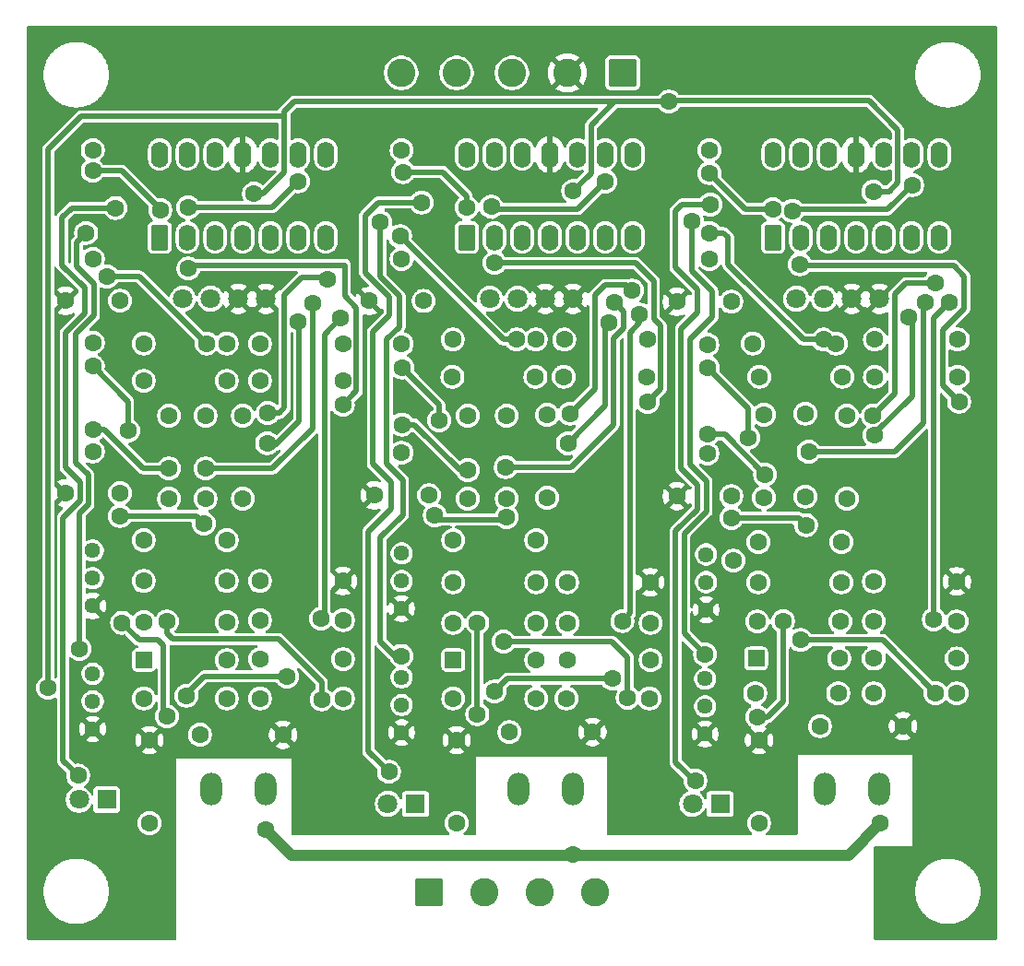
<source format=gbr>
%TF.GenerationSoftware,KiCad,Pcbnew,9.0.3*%
%TF.CreationDate,2026-01-26T07:40:47-05:00*%
%TF.ProjectId,VOLTAGE-SENSOR,564f4c54-4147-4452-9d53-454e534f522e,rev?*%
%TF.SameCoordinates,Original*%
%TF.FileFunction,Copper,L1,Top*%
%TF.FilePolarity,Positive*%
%FSLAX46Y46*%
G04 Gerber Fmt 4.6, Leading zero omitted, Abs format (unit mm)*
G04 Created by KiCad (PCBNEW 9.0.3) date 2026-01-26 07:40:47*
%MOMM*%
%LPD*%
G01*
G04 APERTURE LIST*
G04 Aperture macros list*
%AMRoundRect*
0 Rectangle with rounded corners*
0 $1 Rounding radius*
0 $2 $3 $4 $5 $6 $7 $8 $9 X,Y pos of 4 corners*
0 Add a 4 corners polygon primitive as box body*
4,1,4,$2,$3,$4,$5,$6,$7,$8,$9,$2,$3,0*
0 Add four circle primitives for the rounded corners*
1,1,$1+$1,$2,$3*
1,1,$1+$1,$4,$5*
1,1,$1+$1,$6,$7*
1,1,$1+$1,$8,$9*
0 Add four rect primitives between the rounded corners*
20,1,$1+$1,$2,$3,$4,$5,0*
20,1,$1+$1,$4,$5,$6,$7,0*
20,1,$1+$1,$6,$7,$8,$9,0*
20,1,$1+$1,$8,$9,$2,$3,0*%
G04 Aperture macros list end*
%TA.AperFunction,ComponentPad*%
%ADD10RoundRect,0.250000X1.050000X1.050000X-1.050000X1.050000X-1.050000X-1.050000X1.050000X-1.050000X0*%
%TD*%
%TA.AperFunction,ComponentPad*%
%ADD11C,2.600000*%
%TD*%
%TA.AperFunction,ComponentPad*%
%ADD12C,1.600000*%
%TD*%
%TA.AperFunction,ComponentPad*%
%ADD13R,1.800000X1.800000*%
%TD*%
%TA.AperFunction,ComponentPad*%
%ADD14C,1.800000*%
%TD*%
%TA.AperFunction,ComponentPad*%
%ADD15O,2.000000X3.000000*%
%TD*%
%TA.AperFunction,ComponentPad*%
%ADD16RoundRect,0.250000X-0.550000X-0.550000X0.550000X-0.550000X0.550000X0.550000X-0.550000X0.550000X0*%
%TD*%
%TA.AperFunction,ComponentPad*%
%ADD17RoundRect,0.250000X0.550000X-0.950000X0.550000X0.950000X-0.550000X0.950000X-0.550000X-0.950000X0*%
%TD*%
%TA.AperFunction,ComponentPad*%
%ADD18O,1.600000X2.400000*%
%TD*%
%TA.AperFunction,ComponentPad*%
%ADD19C,1.440000*%
%TD*%
%TA.AperFunction,ComponentPad*%
%ADD20RoundRect,0.250000X-1.050000X-1.050000X1.050000X-1.050000X1.050000X1.050000X-1.050000X1.050000X0*%
%TD*%
%TA.AperFunction,ViaPad*%
%ADD21C,1.600000*%
%TD*%
%TA.AperFunction,Conductor*%
%ADD22C,0.500000*%
%TD*%
%TA.AperFunction,Conductor*%
%ADD23C,1.000000*%
%TD*%
G04 APERTURE END LIST*
D10*
%TO.P,ANALOG_OUT1,1,Pin_1*%
%TO.N,5V*%
X149935000Y-55000000D03*
D11*
%TO.P,ANALOG_OUT1,2,Pin_2*%
%TO.N,GND*%
X144855000Y-55000000D03*
%TO.P,ANALOG_OUT1,3,Pin_3*%
%TO.N,SIGNAL_OUT1*%
X139775000Y-55000000D03*
%TO.P,ANALOG_OUT1,4,Pin_4*%
%TO.N,SIGNAL_OUT2*%
X134695000Y-55000000D03*
%TO.P,ANALOG_OUT1,5,Pin_5*%
%TO.N,SIGNAL_OUT3*%
X129615000Y-55000000D03*
%TD*%
D12*
%TO.P,R12,1*%
%TO.N,Net-(D1-A)*%
X172980000Y-108800000D03*
%TO.P,R12,2*%
%TO.N,Net-(U1D-+)*%
X180600000Y-108800000D03*
%TD*%
D13*
%TO.P,D6,1,K*%
%TO.N,Net-(D6-K)*%
X102570000Y-121750000D03*
D14*
%TO.P,D6,2,A*%
%TO.N,Net-(D6-A)*%
X100030000Y-121750000D03*
%TD*%
D12*
%TO.P,R19,1*%
%TO.N,Net-(U7A--)*%
X152150000Y-82900000D03*
%TO.P,R19,2*%
%TO.N,Net-(R19-Pad2)*%
X144530000Y-82900000D03*
%TD*%
%TO.P,R28,1*%
%TO.N,Net-(U7D-+)*%
X152510000Y-105525000D03*
%TO.P,R28,2*%
%TO.N,Net-(U7C--)*%
X144890000Y-105525000D03*
%TD*%
%TO.P,C7,1*%
%TO.N,GND*%
X127155000Y-93805000D03*
%TO.P,C7,2*%
%TO.N,Net-(U7B-+)*%
X132155000Y-93805000D03*
%TD*%
D15*
%TO.P,U8,1,L*%
%TO.N,LINE1*%
X112200000Y-120750000D03*
%TO.P,U8,2,N*%
%TO.N,NEUTRAL*%
X117200000Y-120750000D03*
D14*
%TO.P,U8,3,GND*%
%TO.N,GND*%
X117200000Y-75750000D03*
%TO.P,U8,4,GND*%
X114660000Y-75750000D03*
%TO.P,U8,5,VCC*%
%TO.N,5V*%
X109580000Y-75750000D03*
%TO.P,U8,6,OUT*%
%TO.N,OUT_S3*%
X112120000Y-75750000D03*
%TD*%
D12*
%TO.P,R1,1*%
%TO.N,Net-(C1-Pad2)*%
X162480000Y-82900000D03*
%TO.P,R1,2*%
%TO.N,Net-(R0-Pad2)*%
X170100000Y-82900000D03*
%TD*%
D15*
%TO.P,U6,1,L*%
%TO.N,LINE2*%
X140370000Y-120750000D03*
%TO.P,U6,2,N*%
%TO.N,NEUTRAL*%
X145370000Y-120750000D03*
D14*
%TO.P,U6,3,GND*%
%TO.N,GND*%
X145370000Y-75750000D03*
%TO.P,U6,4,GND*%
X142830000Y-75750000D03*
%TO.P,U6,5,VCC*%
%TO.N,5V*%
X137750000Y-75750000D03*
%TO.P,U6,6,OUT*%
%TO.N,OUT_S2*%
X140290000Y-75750000D03*
%TD*%
D12*
%TO.P,C8,1*%
%TO.N,Net-(C8-Pad1)*%
X129655000Y-89903333D03*
%TO.P,C8,2*%
%TO.N,Net-(C8-Pad2)*%
X129655000Y-79903333D03*
%TD*%
%TO.P,R20,1*%
%TO.N,Net-(C6-Pad2)*%
X134315000Y-82900000D03*
%TO.P,R20,2*%
%TO.N,Net-(R19-Pad2)*%
X141935000Y-82900000D03*
%TD*%
D16*
%TO.P,D1,1,K*%
%TO.N,Net-(D1-K)*%
X162180000Y-108800000D03*
D12*
%TO.P,D1,2,A*%
%TO.N,Net-(D1-A)*%
X169800000Y-108800000D03*
%TD*%
D17*
%TO.P,U1,1*%
%TO.N,Net-(C1-Pad2)*%
X163760000Y-70120000D03*
D18*
%TO.P,U1,2,-*%
%TO.N,Net-(U1A--)*%
X166300000Y-70120000D03*
%TO.P,U1,3,+*%
%TO.N,Net-(U1A-+)*%
X168840000Y-70120000D03*
%TO.P,U1,4,V+*%
%TO.N,5V*%
X171380000Y-70120000D03*
%TO.P,U1,5,+*%
%TO.N,Net-(U1B-+)*%
X173920000Y-70120000D03*
%TO.P,U1,6,-*%
%TO.N,Net-(U1B--)*%
X176460000Y-70120000D03*
%TO.P,U1,7*%
%TO.N,Net-(C3-Pad2)*%
X179000000Y-70120000D03*
%TO.P,U1,8*%
%TO.N,Net-(U1D-+)*%
X179000000Y-62500000D03*
%TO.P,U1,9,-*%
%TO.N,Net-(U1C--)*%
X176460000Y-62500000D03*
%TO.P,U1,10,+*%
%TO.N,Net-(U1C-+)*%
X173920000Y-62500000D03*
%TO.P,U1,11,V-*%
%TO.N,GND*%
X171380000Y-62500000D03*
%TO.P,U1,12,+*%
%TO.N,Net-(U1D-+)*%
X168840000Y-62500000D03*
%TO.P,U1,13,-*%
%TO.N,Net-(D1-K)*%
X166300000Y-62500000D03*
%TO.P,U1,14*%
%TO.N,Net-(D2-A)*%
X163760000Y-62500000D03*
%TD*%
D12*
%TO.P,R23,1*%
%TO.N,Net-(U7B--)*%
X143000000Y-86415000D03*
%TO.P,R23,2*%
%TO.N,Net-(R23-Pad2)*%
X143000000Y-94035000D03*
%TD*%
%TO.P,R31,1*%
%TO.N,Net-(D3-K)*%
X142010000Y-112450000D03*
%TO.P,R31,2*%
%TO.N,5V*%
X134390000Y-112450000D03*
%TD*%
D17*
%TO.P,U9,1*%
%TO.N,Net-(C10-Pad2)*%
X107460000Y-70120000D03*
D18*
%TO.P,U9,2,-*%
%TO.N,Net-(U9A--)*%
X110000000Y-70120000D03*
%TO.P,U9,3,+*%
%TO.N,Net-(U9A-+)*%
X112540000Y-70120000D03*
%TO.P,U9,4,V+*%
%TO.N,5V*%
X115080000Y-70120000D03*
%TO.P,U9,5,+*%
%TO.N,Net-(U9B-+)*%
X117620000Y-70120000D03*
%TO.P,U9,6,-*%
%TO.N,Net-(U9B--)*%
X120160000Y-70120000D03*
%TO.P,U9,7*%
%TO.N,Net-(C12-Pad2)*%
X122700000Y-70120000D03*
%TO.P,U9,8*%
%TO.N,Net-(U9D-+)*%
X122700000Y-62500000D03*
%TO.P,U9,9,-*%
%TO.N,Net-(U9C--)*%
X120160000Y-62500000D03*
%TO.P,U9,10,+*%
%TO.N,Net-(U9C-+)*%
X117620000Y-62500000D03*
%TO.P,U9,11,V-*%
%TO.N,GND*%
X115080000Y-62500000D03*
%TO.P,U9,12,+*%
%TO.N,Net-(U9D-+)*%
X112540000Y-62500000D03*
%TO.P,U9,13,-*%
%TO.N,Net-(D5-K)*%
X110000000Y-62500000D03*
%TO.P,U9,14*%
%TO.N,Net-(D6-A)*%
X107460000Y-62500000D03*
%TD*%
D12*
%TO.P,R25,1*%
%TO.N,Net-(R25-Pad1)*%
X134390000Y-101776667D03*
%TO.P,R25,2*%
%TO.N,Net-(U7C-+)*%
X142010000Y-101776667D03*
%TD*%
%TO.P,R5,1*%
%TO.N,Net-(C3-Pad1)*%
X166700000Y-86290000D03*
%TO.P,R5,2*%
%TO.N,Net-(U1B-+)*%
X166700000Y-93910000D03*
%TD*%
D19*
%TO.P,RV1,1,1*%
%TO.N,Net-(C3-Pad2)*%
X157595000Y-99236667D03*
%TO.P,RV1,2,2*%
%TO.N,Net-(R8-Pad1)*%
X157595000Y-101776667D03*
%TO.P,RV1,3,3*%
%TO.N,GND*%
X157595000Y-104316667D03*
%TD*%
%TO.P,RV2,1,1*%
%TO.N,5V*%
X157500000Y-110653333D03*
%TO.P,RV2,2,2*%
%TO.N,Net-(R10-Pad1)*%
X157500000Y-113193333D03*
%TO.P,RV2,3,3*%
%TO.N,GND*%
X157500000Y-115733333D03*
%TD*%
D13*
%TO.P,D4,1,K*%
%TO.N,Net-(D4-K)*%
X130925000Y-122150000D03*
D14*
%TO.P,D4,2,A*%
%TO.N,Net-(D4-A)*%
X128385000Y-122150000D03*
%TD*%
D12*
%TO.P,R14,1*%
%TO.N,Net-(D1-K)*%
X169710000Y-112000000D03*
%TO.P,R14,2*%
%TO.N,5V*%
X162090000Y-112000000D03*
%TD*%
%TO.P,R24,1*%
%TO.N,Net-(R23-Pad2)*%
X142010000Y-97925000D03*
%TO.P,R24,2*%
%TO.N,Net-(C8-Pad2)*%
X134390000Y-97925000D03*
%TD*%
%TO.P,C11,1*%
%TO.N,GND*%
X98800000Y-93605000D03*
%TO.P,C11,2*%
%TO.N,Net-(U9B-+)*%
X103800000Y-93605000D03*
%TD*%
%TO.P,R37,1*%
%TO.N,Net-(C10-Pad2)*%
X105980000Y-83300000D03*
%TO.P,R37,2*%
%TO.N,Net-(R36-Pad2)*%
X113600000Y-83300000D03*
%TD*%
%TO.P,C10,1*%
%TO.N,Net-(C10-Pad1)*%
X101300000Y-72100000D03*
%TO.P,C10,2*%
%TO.N,Net-(C10-Pad2)*%
X101300000Y-62100000D03*
%TD*%
%TO.P,R50,1*%
%TO.N,GND*%
X106500000Y-116290000D03*
%TO.P,R50,2*%
%TO.N,Net-(D6-K)*%
X106500000Y-123910000D03*
%TD*%
%TO.P,R6,1*%
%TO.N,Net-(U1B--)*%
X170500000Y-86490000D03*
%TO.P,R6,2*%
%TO.N,Net-(R6-Pad2)*%
X170500000Y-94110000D03*
%TD*%
%TO.P,R39,1*%
%TO.N,Net-(C12-Pad1)*%
X111650000Y-86490000D03*
%TO.P,R39,2*%
%TO.N,Net-(U9B-+)*%
X111650000Y-94110000D03*
%TD*%
D19*
%TO.P,RV5,1,1*%
%TO.N,Net-(C12-Pad2)*%
X101295000Y-98870000D03*
%TO.P,RV5,2,2*%
%TO.N,Net-(R42-Pad1)*%
X101295000Y-101410000D03*
%TO.P,RV5,3,3*%
%TO.N,GND*%
X101295000Y-103950000D03*
%TD*%
D12*
%TO.P,R18,1*%
%TO.N,Net-(C6-Pad1)*%
X141960000Y-79500000D03*
%TO.P,R18,2*%
%TO.N,Net-(U7A-+)*%
X134340000Y-79500000D03*
%TD*%
%TO.P,R9,1*%
%TO.N,GND*%
X180610000Y-101700000D03*
%TO.P,R9,2*%
%TO.N,Net-(U1C-+)*%
X172990000Y-101700000D03*
%TD*%
%TO.P,R10,1*%
%TO.N,Net-(R10-Pad1)*%
X162290000Y-105400000D03*
%TO.P,R10,2*%
%TO.N,Net-(U1C--)*%
X169910000Y-105400000D03*
%TD*%
%TO.P,C9,1*%
%TO.N,GND*%
X98800000Y-75935000D03*
%TO.P,C9,2*%
%TO.N,Net-(U9A-+)*%
X103800000Y-75935000D03*
%TD*%
%TO.P,R16,1*%
%TO.N,GND*%
X162450000Y-116290000D03*
%TO.P,R16,2*%
%TO.N,Net-(D2-K)*%
X162450000Y-123910000D03*
%TD*%
%TO.P,R38,1*%
%TO.N,Net-(C10-Pad2)*%
X108300000Y-86490000D03*
%TO.P,R38,2*%
%TO.N,Net-(C12-Pad1)*%
X108300000Y-94110000D03*
%TD*%
%TO.P,R3,1*%
%TO.N,OUT_S1*%
X180710000Y-79500000D03*
%TO.P,R3,2*%
%TO.N,Net-(C1-Pad1)*%
X173090000Y-79500000D03*
%TD*%
%TO.P,R40,1*%
%TO.N,Net-(U9B--)*%
X115080000Y-86490000D03*
%TO.P,R40,2*%
%TO.N,Net-(R40-Pad2)*%
X115080000Y-94110000D03*
%TD*%
D16*
%TO.P,D5,1,K*%
%TO.N,Net-(D5-K)*%
X105980000Y-108943750D03*
D12*
%TO.P,D5,2,A*%
%TO.N,Net-(D5-A)*%
X113600000Y-108943750D03*
%TD*%
%TO.P,R49,1*%
%TO.N,GND*%
X118760000Y-115800000D03*
%TO.P,R49,2*%
%TO.N,Net-(D5-K)*%
X111140000Y-115800000D03*
%TD*%
%TO.P,R4,1*%
%TO.N,Net-(C1-Pad1)*%
X169500000Y-79850000D03*
%TO.P,R4,2*%
%TO.N,Net-(U1A-+)*%
X161880000Y-79850000D03*
%TD*%
D17*
%TO.P,U7,1*%
%TO.N,Net-(C6-Pad2)*%
X135630000Y-70120000D03*
D18*
%TO.P,U7,2,-*%
%TO.N,Net-(U7A--)*%
X138170000Y-70120000D03*
%TO.P,U7,3,+*%
%TO.N,Net-(U7A-+)*%
X140710000Y-70120000D03*
%TO.P,U7,4,V+*%
%TO.N,5V*%
X143250000Y-70120000D03*
%TO.P,U7,5,+*%
%TO.N,Net-(U7B-+)*%
X145790000Y-70120000D03*
%TO.P,U7,6,-*%
%TO.N,Net-(U7B--)*%
X148330000Y-70120000D03*
%TO.P,U7,7*%
%TO.N,Net-(C8-Pad2)*%
X150870000Y-70120000D03*
%TO.P,U7,8*%
%TO.N,Net-(U7D-+)*%
X150870000Y-62500000D03*
%TO.P,U7,9,-*%
%TO.N,Net-(U7C--)*%
X148330000Y-62500000D03*
%TO.P,U7,10,+*%
%TO.N,Net-(U7C-+)*%
X145790000Y-62500000D03*
%TO.P,U7,11,V-*%
%TO.N,GND*%
X143250000Y-62500000D03*
%TO.P,U7,12,+*%
%TO.N,Net-(U7D-+)*%
X140710000Y-62500000D03*
%TO.P,U7,13,-*%
%TO.N,Net-(D3-K)*%
X138170000Y-62500000D03*
%TO.P,U7,14*%
%TO.N,Net-(D4-A)*%
X135630000Y-62500000D03*
%TD*%
D20*
%TO.P,VOLTAGE_IN,1,Pin_1*%
%TO.N,LINE1*%
X132155000Y-130250000D03*
D11*
%TO.P,VOLTAGE_IN,2,Pin_2*%
%TO.N,LINE2*%
X137235000Y-130250000D03*
%TO.P,VOLTAGE_IN,3,Pin_3*%
%TO.N,LINE3*%
X142315000Y-130250000D03*
%TO.P,VOLTAGE_IN,4,Pin_4*%
%TO.N,NEUTRAL*%
X147395000Y-130250000D03*
%TD*%
D19*
%TO.P,RV3,1,1*%
%TO.N,Net-(C8-Pad2)*%
X129650000Y-99136667D03*
%TO.P,RV3,2,2*%
%TO.N,Net-(R25-Pad1)*%
X129650000Y-101676667D03*
%TO.P,RV3,3,3*%
%TO.N,GND*%
X129650000Y-104216667D03*
%TD*%
D12*
%TO.P,R43,1*%
%TO.N,GND*%
X124260000Y-101681250D03*
%TO.P,R43,2*%
%TO.N,Net-(U9C-+)*%
X116640000Y-101681250D03*
%TD*%
%TO.P,C1,1*%
%TO.N,Net-(C1-Pad1)*%
X157900000Y-72100000D03*
%TO.P,C1,2*%
%TO.N,Net-(C1-Pad2)*%
X157900000Y-62100000D03*
%TD*%
%TO.P,C3,1*%
%TO.N,Net-(C3-Pad1)*%
X157700000Y-89953333D03*
%TO.P,C3,2*%
%TO.N,Net-(C3-Pad2)*%
X157700000Y-79953333D03*
%TD*%
D19*
%TO.P,RV6,1,1*%
%TO.N,5V*%
X101295000Y-110195000D03*
%TO.P,RV6,2,2*%
%TO.N,Net-(R44-Pad1)*%
X101295000Y-112735000D03*
%TO.P,RV6,3,3*%
%TO.N,GND*%
X101295000Y-115275000D03*
%TD*%
D12*
%TO.P,R27,1*%
%TO.N,Net-(R27-Pad1)*%
X134390000Y-105525000D03*
%TO.P,R27,2*%
%TO.N,Net-(U7C--)*%
X142010000Y-105525000D03*
%TD*%
D13*
%TO.P,D2,1,K*%
%TO.N,Net-(D2-K)*%
X158870000Y-122150000D03*
D14*
%TO.P,D2,2,A*%
%TO.N,Net-(D2-A)*%
X156330000Y-122150000D03*
%TD*%
D12*
%TO.P,C6,1*%
%TO.N,Net-(C6-Pad1)*%
X129655000Y-72100000D03*
%TO.P,C6,2*%
%TO.N,Net-(C6-Pad2)*%
X129655000Y-62100000D03*
%TD*%
%TO.P,R2,1*%
%TO.N,Net-(C1-Pad2)*%
X162900000Y-86400000D03*
%TO.P,R2,2*%
%TO.N,Net-(C3-Pad1)*%
X162900000Y-94020000D03*
%TD*%
%TO.P,R44,1*%
%TO.N,Net-(R44-Pad1)*%
X105980000Y-105437500D03*
%TO.P,R44,2*%
%TO.N,Net-(U9C--)*%
X113600000Y-105437500D03*
%TD*%
%TO.P,C5,1*%
%TO.N,GND*%
X126675000Y-75950000D03*
%TO.P,C5,2*%
%TO.N,Net-(U7A-+)*%
X131675000Y-75950000D03*
%TD*%
%TO.P,R30,1*%
%TO.N,SIGNAL_OUT2*%
X152385000Y-112450000D03*
%TO.P,R30,2*%
%TO.N,Net-(D3-A)*%
X144765000Y-112450000D03*
%TD*%
%TO.P,R11,1*%
%TO.N,Net-(U1D-+)*%
X180610000Y-105400000D03*
%TO.P,R11,2*%
%TO.N,Net-(U1C--)*%
X172990000Y-105400000D03*
%TD*%
%TO.P,R45,1*%
%TO.N,Net-(U9D-+)*%
X124260000Y-105270833D03*
%TO.P,R45,2*%
%TO.N,Net-(U9C--)*%
X116640000Y-105270833D03*
%TD*%
%TO.P,C12,1*%
%TO.N,Net-(C12-Pad1)*%
X101300000Y-89770000D03*
%TO.P,C12,2*%
%TO.N,Net-(C12-Pad2)*%
X101300000Y-79770000D03*
%TD*%
D19*
%TO.P,RV4,1,1*%
%TO.N,5V*%
X129650000Y-110528333D03*
%TO.P,RV4,2,2*%
%TO.N,Net-(R27-Pad1)*%
X129650000Y-113068333D03*
%TO.P,RV4,3,3*%
%TO.N,GND*%
X129650000Y-115608333D03*
%TD*%
D12*
%TO.P,R46,1*%
%TO.N,Net-(D5-A)*%
X116640000Y-108860417D03*
%TO.P,R46,2*%
%TO.N,Net-(U9D-+)*%
X124260000Y-108860417D03*
%TD*%
%TO.P,R13,1*%
%TO.N,GND*%
X175660000Y-115000000D03*
%TO.P,R13,2*%
%TO.N,Net-(D1-K)*%
X168040000Y-115000000D03*
%TD*%
%TO.P,R17,1*%
%TO.N,OUT_S2*%
X152185000Y-79500000D03*
%TO.P,R17,2*%
%TO.N,Net-(C6-Pad1)*%
X144565000Y-79500000D03*
%TD*%
%TO.P,R0,1*%
%TO.N,Net-(U1A--)*%
X180710000Y-82900000D03*
%TO.P,R0,2*%
%TO.N,Net-(R0-Pad2)*%
X173090000Y-82900000D03*
%TD*%
%TO.P,R48,1*%
%TO.N,Net-(D5-K)*%
X113600000Y-112450000D03*
%TO.P,R48,2*%
%TO.N,5V*%
X105980000Y-112450000D03*
%TD*%
%TO.P,R34,1*%
%TO.N,OUT_S3*%
X124260000Y-79900000D03*
%TO.P,R34,2*%
%TO.N,Net-(C10-Pad1)*%
X116640000Y-79900000D03*
%TD*%
D16*
%TO.P,D3,1,K*%
%TO.N,Net-(D3-K)*%
X134390000Y-108950000D03*
D12*
%TO.P,D3,2,A*%
%TO.N,Net-(D3-A)*%
X142010000Y-108950000D03*
%TD*%
%TO.P,R33,1*%
%TO.N,GND*%
X134700000Y-116290000D03*
%TO.P,R33,2*%
%TO.N,Net-(D4-K)*%
X134700000Y-123910000D03*
%TD*%
%TO.P,C4,1*%
%TO.N,GND*%
X154900000Y-93880000D03*
%TO.P,C4,2*%
%TO.N,Net-(U1B-+)*%
X159900000Y-93880000D03*
%TD*%
%TO.P,R36,1*%
%TO.N,Net-(U9A--)*%
X124260000Y-83300000D03*
%TO.P,R36,2*%
%TO.N,Net-(R36-Pad2)*%
X116640000Y-83300000D03*
%TD*%
%TO.P,R8,1*%
%TO.N,Net-(R8-Pad1)*%
X162380000Y-101800000D03*
%TO.P,R8,2*%
%TO.N,Net-(U1C-+)*%
X170000000Y-101800000D03*
%TD*%
%TO.P,R35,1*%
%TO.N,Net-(C10-Pad1)*%
X113600000Y-79850000D03*
%TO.P,R35,2*%
%TO.N,Net-(U9A-+)*%
X105980000Y-79850000D03*
%TD*%
%TO.P,R15,1*%
%TO.N,SIGNAL_OUT1*%
X180600000Y-112000000D03*
%TO.P,R15,2*%
%TO.N,Net-(D1-A)*%
X172980000Y-112000000D03*
%TD*%
%TO.P,C2,1*%
%TO.N,GND*%
X154900000Y-76026667D03*
%TO.P,C2,2*%
%TO.N,Net-(U1A-+)*%
X159900000Y-76026667D03*
%TD*%
%TO.P,R47,1*%
%TO.N,SIGNAL_OUT3*%
X124260000Y-112450000D03*
%TO.P,R47,2*%
%TO.N,Net-(D5-A)*%
X116640000Y-112450000D03*
%TD*%
%TO.P,R22,1*%
%TO.N,Net-(C8-Pad1)*%
X139300000Y-86490000D03*
%TO.P,R22,2*%
%TO.N,Net-(U7B-+)*%
X139300000Y-94110000D03*
%TD*%
%TO.P,R21,1*%
%TO.N,Net-(C6-Pad2)*%
X135725000Y-86490000D03*
%TO.P,R21,2*%
%TO.N,Net-(C8-Pad1)*%
X135725000Y-94110000D03*
%TD*%
D15*
%TO.P,U2,1,L*%
%TO.N,LINE3*%
X168500000Y-120750000D03*
%TO.P,U2,2,N*%
%TO.N,NEUTRAL*%
X173500000Y-120750000D03*
D14*
%TO.P,U2,3,GND*%
%TO.N,GND*%
X173500000Y-75750000D03*
%TO.P,U2,4,GND*%
X170960000Y-75750000D03*
%TO.P,U2,5,VCC*%
%TO.N,5V*%
X165880000Y-75750000D03*
%TO.P,U2,6,OUT*%
%TO.N,OUT_S1*%
X168420000Y-75750000D03*
%TD*%
D12*
%TO.P,R42,1*%
%TO.N,Net-(R42-Pad1)*%
X105980000Y-101681250D03*
%TO.P,R42,2*%
%TO.N,Net-(U9C-+)*%
X113600000Y-101681250D03*
%TD*%
%TO.P,R7,1*%
%TO.N,Net-(R6-Pad2)*%
X170010000Y-98100000D03*
%TO.P,R7,2*%
%TO.N,Net-(C3-Pad2)*%
X162390000Y-98100000D03*
%TD*%
%TO.P,R29,1*%
%TO.N,Net-(D3-A)*%
X144890000Y-108950000D03*
%TO.P,R29,2*%
%TO.N,Net-(U7D-+)*%
X152510000Y-108950000D03*
%TD*%
%TO.P,R26,1*%
%TO.N,GND*%
X152460000Y-101776667D03*
%TO.P,R26,2*%
%TO.N,Net-(U7C-+)*%
X144840000Y-101776667D03*
%TD*%
%TO.P,R41,1*%
%TO.N,Net-(R40-Pad2)*%
X113600000Y-97925000D03*
%TO.P,R41,2*%
%TO.N,Net-(C12-Pad2)*%
X105980000Y-97925000D03*
%TD*%
%TO.P,R32,1*%
%TO.N,GND*%
X147160000Y-115550000D03*
%TO.P,R32,2*%
%TO.N,Net-(D3-K)*%
X139540000Y-115550000D03*
%TD*%
D21*
%TO.N,Net-(C1-Pad2)*%
X157900000Y-64200000D03*
X163700000Y-67500000D03*
%TO.N,Net-(C1-Pad1)*%
X157900000Y-69700000D03*
X168359997Y-79500000D03*
%TO.N,GND*%
X152250000Y-88000000D03*
X180850000Y-122000000D03*
X124500000Y-87750000D03*
X181000000Y-87500000D03*
%TO.N,Net-(C3-Pad1)*%
X163000000Y-91900000D03*
X157700000Y-88200000D03*
%TO.N,Net-(C3-Pad2)*%
X161475000Y-88500000D03*
X157750000Y-82075000D03*
%TO.N,Net-(U1B-+)*%
X159900000Y-95875000D03*
X166750000Y-96525000D03*
X167000000Y-89800000D03*
X177700000Y-76100000D03*
%TO.N,Net-(C6-Pad2)*%
X135625000Y-67375000D03*
X129775000Y-64100000D03*
%TO.N,Net-(C6-Pad1)*%
X140200000Y-79500000D03*
X129500000Y-70000000D03*
%TO.N,Net-(U7B-+)*%
X139200000Y-91200000D03*
X132700000Y-95650000D03*
X139300000Y-95800000D03*
X149200000Y-76100000D03*
%TO.N,Net-(C8-Pad2)*%
X133100000Y-86900000D03*
X129700000Y-82050000D03*
%TO.N,Net-(C8-Pad1)*%
X129700000Y-87300000D03*
X135725000Y-91500000D03*
%TO.N,Net-(C10-Pad2)*%
X101300000Y-64000000D03*
X107500000Y-67600000D03*
%TO.N,Net-(C10-Pad1)*%
X102600000Y-73700000D03*
X111750000Y-79850000D03*
%TO.N,Net-(U9B-+)*%
X111500000Y-96400000D03*
X103800000Y-95700000D03*
X121500000Y-76200000D03*
X111650000Y-91350000D03*
%TO.N,Net-(C12-Pad2)*%
X101300000Y-81950000D03*
X104550000Y-87875000D03*
%TO.N,Net-(C12-Pad1)*%
X108300000Y-91350000D03*
X101350000Y-87750000D03*
%TO.N,Net-(D1-K)*%
X157500000Y-108400000D03*
X156300000Y-68625000D03*
%TO.N,Net-(D2-A)*%
X156600000Y-120000000D03*
X158000000Y-67100000D03*
%TO.N,Net-(D3-K)*%
X129623552Y-108550000D03*
X127675000Y-68700000D03*
%TO.N,Net-(D4-A)*%
X128475000Y-119200000D03*
X131500000Y-66900000D03*
%TO.N,Net-(D5-K)*%
X100100000Y-107900000D03*
X100700000Y-69700000D03*
%TO.N,Net-(D6-A)*%
X103400000Y-67400000D03*
X99950000Y-119550000D03*
%TO.N,NEUTRAL*%
X145370000Y-126800000D03*
X117200000Y-124500000D03*
X173600000Y-123900000D03*
%TO.N,SIGNAL_OUT1*%
X178650000Y-111975000D03*
X166275000Y-107100000D03*
%TO.N,SIGNAL_OUT2*%
X150400000Y-112400000D03*
X139000000Y-107250000D03*
%TO.N,5V*%
X172930000Y-65880000D03*
X116100000Y-66100000D03*
X109900000Y-112200000D03*
X119150000Y-110450000D03*
X97200000Y-111500000D03*
X154175000Y-57650000D03*
X138175000Y-111825000D03*
X145400000Y-65850000D03*
X149000000Y-110653333D03*
%TO.N,SIGNAL_OUT3*%
X108100000Y-105400000D03*
X122300000Y-112550000D03*
%TO.N,Net-(U1A--)*%
X166184715Y-72571820D03*
X180800000Y-85200000D03*
%TO.N,Net-(U1B--)*%
X172900000Y-86500000D03*
X178600000Y-74300000D03*
%TO.N,Net-(R8-Pad1)*%
X160100000Y-99800000D03*
%TO.N,Net-(U1C-+)*%
X176200000Y-77400000D03*
X173062965Y-88292610D03*
%TO.N,Net-(R10-Pad1)*%
X162300000Y-114150000D03*
X164650000Y-105350000D03*
%TO.N,Net-(U1C--)*%
X165492610Y-67662965D03*
X176500000Y-65300000D03*
%TO.N,Net-(U1D-+)*%
X178500000Y-105200000D03*
X179900000Y-76100000D03*
%TO.N,Net-(U7A--)*%
X138175000Y-72450000D03*
X152225000Y-85250000D03*
%TO.N,Net-(U7B--)*%
X150800000Y-75000000D03*
X145100000Y-86300000D03*
%TO.N,Net-(U7C-+)*%
X148700000Y-77926684D03*
X144900000Y-89025000D03*
%TO.N,Net-(U7C--)*%
X137875000Y-67300000D03*
X148350000Y-64975000D03*
%TO.N,Net-(R27-Pad1)*%
X136600000Y-113900000D03*
X136600000Y-105500000D03*
%TO.N,Net-(U7D-+)*%
X151500000Y-77200000D03*
X149900000Y-105350000D03*
%TO.N,Net-(U9A--)*%
X124250000Y-85500000D03*
X110075000Y-72975000D03*
%TO.N,Net-(U9B--)*%
X122876281Y-73950000D03*
X117350000Y-86250000D03*
%TO.N,Net-(U9C-+)*%
X120150000Y-77850000D03*
X117300000Y-89000000D03*
%TO.N,Net-(U9C--)*%
X110050000Y-67350000D03*
X120150000Y-64950000D03*
%TO.N,Net-(R44-Pad1)*%
X108100000Y-114100000D03*
X104000000Y-105500000D03*
%TO.N,Net-(U9D-+)*%
X124000000Y-77550000D03*
X122250000Y-105150000D03*
%TD*%
D22*
%TO.N,Net-(C1-Pad2)*%
X157900000Y-64200000D02*
X161200000Y-67500000D01*
X161200000Y-67500000D02*
X163700000Y-67500000D01*
%TO.N,Net-(C1-Pad1)*%
X168100000Y-79500000D02*
X168359997Y-79500000D01*
X157900000Y-69700000D02*
X159200000Y-69700000D01*
X166500000Y-79500000D02*
X168359997Y-79500000D01*
X159200000Y-69700000D02*
X159600000Y-70100000D01*
X168000000Y-79400000D02*
X168100000Y-79500000D01*
X159600000Y-72600000D02*
X166500000Y-79500000D01*
X159600000Y-70100000D02*
X159600000Y-72600000D01*
%TO.N,Net-(C3-Pad1)*%
X159300000Y-88200000D02*
X163000000Y-91900000D01*
X157700000Y-88200000D02*
X159300000Y-88200000D01*
%TO.N,Net-(C3-Pad2)*%
X157750000Y-82075000D02*
X161475000Y-85800000D01*
X161475000Y-85800000D02*
X161475000Y-88500000D01*
%TO.N,Net-(U1B-+)*%
X166100000Y-95875000D02*
X159900000Y-95875000D01*
X177500000Y-87200000D02*
X177500000Y-76300000D01*
X177500000Y-76300000D02*
X177700000Y-76100000D01*
X166750000Y-96525000D02*
X166100000Y-95875000D01*
X174900000Y-89800000D02*
X177500000Y-87200000D01*
X159725000Y-96050000D02*
X159900000Y-95875000D01*
X167000000Y-89800000D02*
X174900000Y-89800000D01*
%TO.N,Net-(C6-Pad2)*%
X135625000Y-67375000D02*
X135625000Y-66325000D01*
X135625000Y-66325000D02*
X133400000Y-64100000D01*
X133400000Y-64100000D02*
X129775000Y-64100000D01*
%TO.N,Net-(C6-Pad1)*%
X129400000Y-69900000D02*
X129500000Y-70000000D01*
X140200000Y-79500000D02*
X139000000Y-79500000D01*
X139000000Y-79500000D02*
X129500000Y-70000000D01*
%TO.N,Net-(U7B-+)*%
X149100000Y-79365162D02*
X150000000Y-78465162D01*
X150000000Y-76900000D02*
X149200000Y-76100000D01*
X133100000Y-96050000D02*
X132700000Y-95650000D01*
X139050000Y-96050000D02*
X133100000Y-96050000D01*
X149100000Y-87300000D02*
X149100000Y-79365162D01*
X139200000Y-91200000D02*
X145200000Y-91200000D01*
X150000000Y-78465162D02*
X150000000Y-76900000D01*
X145200000Y-91200000D02*
X149100000Y-87300000D01*
X139300000Y-95800000D02*
X139050000Y-96050000D01*
%TO.N,Net-(C8-Pad2)*%
X133100000Y-85450000D02*
X133100000Y-86900000D01*
X129700000Y-82050000D02*
X133100000Y-85450000D01*
%TO.N,Net-(C8-Pad1)*%
X135725000Y-91500000D02*
X135000000Y-91500000D01*
X135000000Y-91500000D02*
X130800000Y-87300000D01*
X129700000Y-87300000D02*
X129600000Y-87300000D01*
X130800000Y-87300000D02*
X129700000Y-87300000D01*
%TO.N,Net-(C10-Pad2)*%
X107500000Y-67600000D02*
X107500000Y-67500000D01*
X104000000Y-64000000D02*
X101300000Y-64000000D01*
X107500000Y-67500000D02*
X104000000Y-64000000D01*
%TO.N,Net-(C10-Pad1)*%
X105600000Y-73700000D02*
X102600000Y-73700000D01*
X111750000Y-79850000D02*
X105600000Y-73700000D01*
%TO.N,Net-(U9B-+)*%
X117800000Y-91350000D02*
X121500000Y-87650000D01*
X110800000Y-95700000D02*
X111500000Y-96400000D01*
X111400000Y-91350000D02*
X111650000Y-91350000D01*
X103800000Y-95700000D02*
X110800000Y-95700000D01*
X121500000Y-87650000D02*
X121500000Y-76200000D01*
X111650000Y-91350000D02*
X117800000Y-91350000D01*
%TO.N,Net-(C12-Pad2)*%
X104550000Y-85200000D02*
X104550000Y-87875000D01*
X101300000Y-81950000D02*
X104550000Y-85200000D01*
%TO.N,Net-(C12-Pad1)*%
X102350000Y-87750000D02*
X105950000Y-91350000D01*
X105950000Y-91350000D02*
X108300000Y-91350000D01*
X101350000Y-87750000D02*
X102350000Y-87750000D01*
%TO.N,Net-(D1-K)*%
X158187130Y-75087130D02*
X158187130Y-77412870D01*
X156300000Y-68625000D02*
X156300000Y-73200000D01*
X156300000Y-73200000D02*
X158187130Y-75087130D01*
X156100000Y-79500000D02*
X156100000Y-91000000D01*
X157600000Y-92500000D02*
X157600000Y-95300000D01*
X157600000Y-95300000D02*
X155600000Y-97300000D01*
X155600000Y-97300000D02*
X155600000Y-106500000D01*
X158187130Y-77412870D02*
X156100000Y-79500000D01*
X155600000Y-106500000D02*
X157500000Y-108400000D01*
X156100000Y-91000000D02*
X157600000Y-92500000D01*
%TO.N,Net-(D2-A)*%
X154800000Y-118300000D02*
X154800000Y-97100000D01*
X154775000Y-67675000D02*
X155350000Y-67100000D01*
X156600000Y-120000000D02*
X156500000Y-120000000D01*
X154800000Y-97100000D02*
X156800000Y-95100000D01*
X156800000Y-92800000D02*
X155300000Y-91300000D01*
X156500000Y-120000000D02*
X154800000Y-118300000D01*
X155300000Y-91300000D02*
X155300000Y-78500000D01*
X155300000Y-78500000D02*
X156800000Y-77000000D01*
X156800000Y-95100000D02*
X156800000Y-92800000D01*
X156800000Y-74900000D02*
X154775000Y-72875000D01*
X156800000Y-77000000D02*
X156800000Y-74900000D01*
X155350000Y-67100000D02*
X158000000Y-67100000D01*
X154775000Y-72875000D02*
X154775000Y-67675000D01*
%TO.N,Net-(D3-K)*%
X127675000Y-73719182D02*
X129450000Y-75494182D01*
X127675000Y-68700000D02*
X127675000Y-73719182D01*
X129775000Y-95625000D02*
X127700000Y-97700000D01*
X129775000Y-92400000D02*
X129775000Y-95625000D01*
X128300000Y-90925000D02*
X129775000Y-92400000D01*
X129450000Y-75494182D02*
X129450000Y-78339151D01*
X127700000Y-107200000D02*
X129050000Y-108550000D01*
X127700000Y-97700000D02*
X127700000Y-107200000D01*
X129050000Y-108550000D02*
X129623552Y-108550000D01*
X129450000Y-78339151D02*
X128300000Y-79489151D01*
X128300000Y-79489151D02*
X128300000Y-90925000D01*
%TO.N,Net-(D4-A)*%
X126300000Y-73334132D02*
X126300000Y-68100000D01*
X127500000Y-66900000D02*
X131500000Y-66900000D01*
X126300000Y-68100000D02*
X127500000Y-66900000D01*
X128525000Y-75559132D02*
X126300000Y-73334132D01*
X128525000Y-77275000D02*
X128525000Y-75559132D01*
X127025000Y-90925000D02*
X127025000Y-78775000D01*
X126600000Y-97125000D02*
X128650000Y-95075000D01*
X128650000Y-92550000D02*
X127025000Y-90925000D01*
X128475000Y-119200000D02*
X126600000Y-117325000D01*
X127025000Y-78775000D02*
X128525000Y-77275000D01*
X128650000Y-95075000D02*
X128650000Y-92550000D01*
X126600000Y-117325000D02*
X126600000Y-97125000D01*
%TO.N,Net-(D5-K)*%
X101400000Y-77300000D02*
X99750000Y-78950000D01*
X99750000Y-78950000D02*
X99750000Y-90800000D01*
X99850000Y-72800000D02*
X101400000Y-74350000D01*
X100700000Y-69700000D02*
X99850000Y-70550000D01*
X99750000Y-90800000D02*
X100900000Y-91950000D01*
X100900000Y-91950000D02*
X100900000Y-94650000D01*
X99850000Y-70550000D02*
X99850000Y-72800000D01*
X101400000Y-74350000D02*
X101400000Y-77300000D01*
X100100000Y-95450000D02*
X100100000Y-107900000D01*
X100900000Y-94650000D02*
X100100000Y-95450000D01*
%TO.N,Net-(D6-A)*%
X99950000Y-119550000D02*
X98550000Y-118150000D01*
X99400000Y-67400000D02*
X103400000Y-67400000D01*
X98500000Y-68300000D02*
X99400000Y-67400000D01*
X98800000Y-78850000D02*
X100550000Y-77100000D01*
X100550000Y-77100000D02*
X100550000Y-74700000D01*
X100550000Y-74700000D02*
X98500000Y-72650000D01*
X98500000Y-72650000D02*
X98500000Y-68300000D01*
X99950000Y-119650000D02*
X99950000Y-119550000D01*
X98550000Y-118150000D02*
X98550000Y-95850000D01*
X100150000Y-92600000D02*
X98800000Y-91250000D01*
X98800000Y-91250000D02*
X98800000Y-78850000D01*
X100150000Y-94250000D02*
X100150000Y-92600000D01*
X98550000Y-95850000D02*
X100150000Y-94250000D01*
D23*
%TO.N,NEUTRAL*%
X119550000Y-126850000D02*
X117200000Y-124500000D01*
X170650000Y-126850000D02*
X119550000Y-126850000D01*
X173600000Y-123900000D02*
X170650000Y-126850000D01*
D22*
%TO.N,SIGNAL_OUT1*%
X178650000Y-111975000D02*
X173775000Y-107100000D01*
X173775000Y-107100000D02*
X166275000Y-107100000D01*
%TO.N,SIGNAL_OUT2*%
X148950000Y-107250000D02*
X139000000Y-107250000D01*
X150400000Y-108700000D02*
X148950000Y-107250000D01*
X150400000Y-112400000D02*
X150400000Y-108700000D01*
%TO.N,5V*%
X147041000Y-64209000D02*
X145400000Y-65850000D01*
X137900000Y-112100000D02*
X139346667Y-110653333D01*
X154250000Y-57575000D02*
X172525000Y-57575000D01*
X118871000Y-64179000D02*
X116950000Y-66100000D01*
X172525000Y-57575000D02*
X175171000Y-60221000D01*
X174370000Y-65880000D02*
X172930000Y-65880000D01*
X118871000Y-58550000D02*
X118871000Y-59000000D01*
X97200000Y-62000000D02*
X97200000Y-111500000D01*
X116950000Y-66100000D02*
X116100000Y-66100000D01*
X149200000Y-57650000D02*
X119771000Y-57650000D01*
X100200000Y-59000000D02*
X97200000Y-62000000D01*
X154175000Y-57650000D02*
X154250000Y-57575000D01*
X147041000Y-59809000D02*
X147041000Y-64209000D01*
X175171000Y-60221000D02*
X175171000Y-65079000D01*
X175171000Y-65079000D02*
X174370000Y-65880000D01*
X149200000Y-57650000D02*
X147041000Y-59809000D01*
X111500000Y-110450000D02*
X109700000Y-112250000D01*
X119771000Y-57650000D02*
X118871000Y-58550000D01*
X118871000Y-59000000D02*
X118871000Y-64179000D01*
X149200000Y-57650000D02*
X154175000Y-57650000D01*
X139346667Y-110653333D02*
X149000000Y-110653333D01*
X119150000Y-110450000D02*
X111500000Y-110450000D01*
X118871000Y-59000000D02*
X100200000Y-59000000D01*
%TO.N,SIGNAL_OUT3*%
X122300000Y-110950000D02*
X118350000Y-107000000D01*
X108100000Y-106500000D02*
X108100000Y-105400000D01*
X108600000Y-107000000D02*
X108100000Y-106500000D01*
X118350000Y-107000000D02*
X108600000Y-107000000D01*
X122300000Y-112550000D02*
X122300000Y-110950000D01*
%TO.N,Net-(U1A--)*%
X181300000Y-73700000D02*
X180300000Y-72700000D01*
X180800000Y-85200000D02*
X179300000Y-83700000D01*
X179300000Y-83700000D02*
X179300000Y-78641910D01*
X181300000Y-76641910D02*
X181300000Y-73700000D01*
X166312895Y-72700000D02*
X166184715Y-72571820D01*
X180300000Y-72700000D02*
X166312895Y-72700000D01*
X179300000Y-78641910D02*
X181300000Y-76641910D01*
%TO.N,Net-(U1B--)*%
X175900000Y-74300000D02*
X178600000Y-74300000D01*
X174900000Y-75300000D02*
X175900000Y-74300000D01*
X172900000Y-86500000D02*
X174900000Y-84500000D01*
X174900000Y-84500000D02*
X174900000Y-75300000D01*
%TO.N,Net-(U1C-+)*%
X173062965Y-88292610D02*
X173062965Y-88137035D01*
X176500000Y-77700000D02*
X176200000Y-77400000D01*
X173062965Y-88137035D02*
X176500000Y-84700000D01*
X176500000Y-84700000D02*
X176500000Y-77700000D01*
%TO.N,Net-(R10-Pad1)*%
X163200000Y-114150000D02*
X162300000Y-114150000D01*
X162300000Y-114150000D02*
X162250000Y-114150000D01*
X164650000Y-112700000D02*
X163200000Y-114150000D01*
X164650000Y-105350000D02*
X164650000Y-112700000D01*
%TO.N,Net-(U1C--)*%
X174250000Y-67550000D02*
X176500000Y-65300000D01*
X165535220Y-67550000D02*
X174250000Y-67550000D01*
X165492610Y-67662965D02*
X165492610Y-67507390D01*
X165492610Y-67507390D02*
X165535220Y-67550000D01*
%TO.N,Net-(U1D-+)*%
X178500000Y-77500000D02*
X179900000Y-76100000D01*
X178500000Y-105200000D02*
X178500000Y-77500000D01*
%TO.N,Net-(U7A--)*%
X152800000Y-74100000D02*
X152800000Y-77600000D01*
X152800000Y-77600000D02*
X153436000Y-78236000D01*
X138175000Y-72450000D02*
X151150000Y-72450000D01*
X153436000Y-84039000D02*
X152225000Y-85250000D01*
X153436000Y-78236000D02*
X153436000Y-84039000D01*
X151150000Y-72450000D02*
X152800000Y-74100000D01*
%TO.N,Net-(U7B--)*%
X150800000Y-75000000D02*
X150300000Y-74500000D01*
X144800000Y-86600000D02*
X145100000Y-86300000D01*
X150300000Y-74500000D02*
X148300000Y-74500000D01*
X147400000Y-75400000D02*
X147400000Y-84000000D01*
X144700000Y-86600000D02*
X144800000Y-86600000D01*
X147400000Y-84000000D02*
X145100000Y-86300000D01*
X148300000Y-74500000D02*
X147400000Y-75400000D01*
%TO.N,Net-(U7C-+)*%
X148357616Y-78269068D02*
X148700000Y-77926684D01*
X148357616Y-85567384D02*
X148357616Y-78269068D01*
X144900000Y-89025000D02*
X148357616Y-85567384D01*
%TO.N,Net-(U7C--)*%
X145825000Y-67500000D02*
X138075000Y-67500000D01*
X148350000Y-64975000D02*
X145825000Y-67500000D01*
X138075000Y-67500000D02*
X137875000Y-67300000D01*
%TO.N,Net-(R27-Pad1)*%
X136600000Y-113900000D02*
X136600000Y-105500000D01*
%TO.N,Net-(U7D-+)*%
X149900000Y-105350000D02*
X150600000Y-104650000D01*
X151500000Y-77955112D02*
X151500000Y-77200000D01*
X150600000Y-104650000D02*
X150600000Y-78855112D01*
X150600000Y-78855112D02*
X151500000Y-77955112D01*
%TO.N,Net-(U9A--)*%
X124450000Y-75494182D02*
X124450000Y-72650000D01*
X124450000Y-72650000D02*
X110400000Y-72650000D01*
X125511000Y-84239000D02*
X125511000Y-76555182D01*
X110075000Y-72975000D02*
X110050000Y-73000000D01*
X124250000Y-85500000D02*
X125511000Y-84239000D01*
X110400000Y-72650000D02*
X110075000Y-72975000D01*
X125511000Y-76555182D02*
X124450000Y-75494182D01*
%TO.N,Net-(U9B--)*%
X117350000Y-86250000D02*
X118400000Y-86250000D01*
X122726281Y-73800000D02*
X122876281Y-73950000D01*
X120500000Y-73800000D02*
X122726281Y-73800000D01*
X118400000Y-86250000D02*
X118900000Y-85750000D01*
X118900000Y-75400000D02*
X120500000Y-73800000D01*
X118900000Y-85750000D02*
X118900000Y-75400000D01*
X117350000Y-86250000D02*
X117300000Y-86250000D01*
%TO.N,Net-(U9C-+)*%
X120250000Y-77950000D02*
X120150000Y-77850000D01*
X118050000Y-89200000D02*
X120250000Y-87000000D01*
X117500000Y-89200000D02*
X118050000Y-89200000D01*
X117300000Y-89000000D02*
X117500000Y-89200000D01*
X120250000Y-87000000D02*
X120250000Y-77950000D01*
%TO.N,Net-(U9C--)*%
X120150000Y-64950000D02*
X117750000Y-67350000D01*
X117750000Y-67350000D02*
X110050000Y-67350000D01*
%TO.N,Net-(R44-Pad1)*%
X107300000Y-107100000D02*
X105600000Y-107100000D01*
X107800000Y-113800000D02*
X107800000Y-107600000D01*
X107800000Y-107600000D02*
X107300000Y-107100000D01*
X105600000Y-107100000D02*
X104000000Y-105500000D01*
X108100000Y-114100000D02*
X107800000Y-113800000D01*
%TO.N,Net-(U9D-+)*%
X122250000Y-105150000D02*
X122550000Y-104850000D01*
X122550000Y-79000000D02*
X124000000Y-77550000D01*
X122250000Y-105150000D02*
X122250000Y-105350000D01*
X122550000Y-104850000D02*
X122550000Y-79000000D01*
%TD*%
%TA.AperFunction,Conductor*%
%TO.N,GND*%
G36*
X98400000Y-93657661D02*
G01*
X98427259Y-93759394D01*
X98479920Y-93850606D01*
X98554394Y-93925080D01*
X98645606Y-93977741D01*
X98747339Y-94005000D01*
X98753552Y-94005000D01*
X98074076Y-94684474D01*
X98118650Y-94716859D01*
X98300968Y-94809755D01*
X98494018Y-94872482D01*
X98551693Y-94911920D01*
X98578891Y-94976279D01*
X98566976Y-95045125D01*
X98543380Y-95078094D01*
X98109491Y-95511983D01*
X98109489Y-95511986D01*
X98051180Y-95612983D01*
X98051178Y-95612986D01*
X98037017Y-95637512D01*
X98037016Y-95637514D01*
X98037016Y-95637515D01*
X97999500Y-95777525D01*
X97999500Y-95777527D01*
X97999500Y-110477214D01*
X97995958Y-110489273D01*
X97997039Y-110501796D01*
X97986300Y-110522164D01*
X97979815Y-110544253D01*
X97970317Y-110552482D01*
X97964455Y-110563603D01*
X97944408Y-110574932D01*
X97927011Y-110590008D01*
X97914569Y-110591796D01*
X97903628Y-110597981D01*
X97880644Y-110596674D01*
X97857853Y-110599952D01*
X97844746Y-110594634D01*
X97833871Y-110594017D01*
X97802650Y-110577558D01*
X97801648Y-110576830D01*
X97758965Y-110521517D01*
X97750500Y-110476488D01*
X97750500Y-94352308D01*
X97770185Y-94285269D01*
X97786819Y-94264627D01*
X98400000Y-93651446D01*
X98400000Y-93657661D01*
G37*
%TD.AperFunction*%
%TA.AperFunction,Conductor*%
G36*
X98400000Y-75987661D02*
G01*
X98427259Y-76089394D01*
X98479920Y-76180606D01*
X98554394Y-76255080D01*
X98645606Y-76307741D01*
X98747339Y-76335000D01*
X98753553Y-76335000D01*
X98074076Y-77014474D01*
X98118650Y-77046859D01*
X98300968Y-77139755D01*
X98495582Y-77202990D01*
X98697683Y-77235000D01*
X98902317Y-77235000D01*
X99104417Y-77202990D01*
X99299031Y-77139755D01*
X99483640Y-77045692D01*
X99552309Y-77032796D01*
X99617050Y-77059072D01*
X99657307Y-77116179D01*
X99660299Y-77185984D01*
X99627616Y-77243858D01*
X98359489Y-78511985D01*
X98308524Y-78600263D01*
X98308522Y-78600265D01*
X98287018Y-78637509D01*
X98287017Y-78637510D01*
X98277131Y-78674405D01*
X98249500Y-78777525D01*
X98249500Y-91322475D01*
X98284597Y-91453458D01*
X98287016Y-91462485D01*
X98287017Y-91462488D01*
X98359487Y-91588011D01*
X98359491Y-91588016D01*
X98864794Y-92093319D01*
X98898279Y-92154642D01*
X98893295Y-92224334D01*
X98851423Y-92280267D01*
X98785959Y-92304684D01*
X98777113Y-92305000D01*
X98697683Y-92305000D01*
X98495582Y-92337009D01*
X98300968Y-92400244D01*
X98118644Y-92493143D01*
X98074077Y-92525523D01*
X98074077Y-92525524D01*
X98753553Y-93205000D01*
X98747339Y-93205000D01*
X98645606Y-93232259D01*
X98554394Y-93284920D01*
X98479920Y-93359394D01*
X98427259Y-93450606D01*
X98400000Y-93552339D01*
X98400000Y-93558553D01*
X97786819Y-92945372D01*
X97753334Y-92884049D01*
X97750500Y-92857691D01*
X97750500Y-76682308D01*
X97770185Y-76615269D01*
X97786819Y-76594627D01*
X98400000Y-75981446D01*
X98400000Y-75987661D01*
G37*
%TD.AperFunction*%
%TA.AperFunction,Conductor*%
G36*
X147638652Y-58220185D02*
G01*
X147684407Y-58272989D01*
X147694351Y-58342147D01*
X147665326Y-58405703D01*
X147659294Y-58412181D01*
X146600491Y-59470983D01*
X146600489Y-59470986D01*
X146528016Y-59596514D01*
X146528016Y-59596515D01*
X146490500Y-59736525D01*
X146490500Y-59736527D01*
X146490500Y-61019453D01*
X146470815Y-61086492D01*
X146418011Y-61132247D01*
X146348853Y-61142191D01*
X146310205Y-61129938D01*
X146267967Y-61108417D01*
X146212445Y-61080127D01*
X146047701Y-61026598D01*
X146047699Y-61026597D01*
X146047698Y-61026597D01*
X145916271Y-61005781D01*
X145876611Y-60999500D01*
X145703389Y-60999500D01*
X145663728Y-61005781D01*
X145532302Y-61026597D01*
X145367552Y-61080128D01*
X145213211Y-61158768D01*
X145133256Y-61216859D01*
X145073072Y-61260586D01*
X145073070Y-61260588D01*
X145073069Y-61260588D01*
X144950588Y-61383069D01*
X144950588Y-61383070D01*
X144950586Y-61383072D01*
X144924737Y-61418650D01*
X144848768Y-61523211D01*
X144770129Y-61677549D01*
X144742814Y-61761615D01*
X144703375Y-61819290D01*
X144639016Y-61846487D01*
X144570170Y-61834572D01*
X144518695Y-61787327D01*
X144506952Y-61761613D01*
X144454755Y-61600970D01*
X144361859Y-61418650D01*
X144241582Y-61253105D01*
X144241582Y-61253104D01*
X144096895Y-61108417D01*
X143931349Y-60988140D01*
X143749029Y-60895244D01*
X143554413Y-60832009D01*
X143500000Y-60823390D01*
X143500000Y-62184314D01*
X143495606Y-62179920D01*
X143404394Y-62127259D01*
X143302661Y-62100000D01*
X143197339Y-62100000D01*
X143095606Y-62127259D01*
X143004394Y-62179920D01*
X143000000Y-62184314D01*
X143000000Y-60823390D01*
X142945586Y-60832009D01*
X142750970Y-60895244D01*
X142568650Y-60988140D01*
X142403105Y-61108417D01*
X142403104Y-61108417D01*
X142258417Y-61253104D01*
X142258417Y-61253105D01*
X142138140Y-61418650D01*
X142045244Y-61600968D01*
X141993047Y-61761614D01*
X141953609Y-61819289D01*
X141889250Y-61846487D01*
X141820404Y-61834572D01*
X141768928Y-61787328D01*
X141757186Y-61761615D01*
X141729873Y-61677555D01*
X141651232Y-61523212D01*
X141549414Y-61383072D01*
X141426928Y-61260586D01*
X141286788Y-61158768D01*
X141132445Y-61080127D01*
X140967701Y-61026598D01*
X140967699Y-61026597D01*
X140967698Y-61026597D01*
X140836271Y-61005781D01*
X140796611Y-60999500D01*
X140623389Y-60999500D01*
X140583728Y-61005781D01*
X140452302Y-61026597D01*
X140287552Y-61080128D01*
X140133211Y-61158768D01*
X140053256Y-61216859D01*
X139993072Y-61260586D01*
X139993070Y-61260588D01*
X139993069Y-61260588D01*
X139870588Y-61383069D01*
X139870588Y-61383070D01*
X139870586Y-61383072D01*
X139844737Y-61418650D01*
X139768768Y-61523211D01*
X139690128Y-61677552D01*
X139636597Y-61842302D01*
X139609500Y-62013389D01*
X139609500Y-62986610D01*
X139635934Y-63153512D01*
X139636598Y-63157701D01*
X139690127Y-63322445D01*
X139768768Y-63476788D01*
X139870586Y-63616928D01*
X139993072Y-63739414D01*
X140133212Y-63841232D01*
X140287555Y-63919873D01*
X140452299Y-63973402D01*
X140623389Y-64000500D01*
X140623390Y-64000500D01*
X140796610Y-64000500D01*
X140796611Y-64000500D01*
X140967701Y-63973402D01*
X141132445Y-63919873D01*
X141286788Y-63841232D01*
X141426928Y-63739414D01*
X141549414Y-63616928D01*
X141651232Y-63476788D01*
X141729873Y-63322445D01*
X141757186Y-63238384D01*
X141796622Y-63180711D01*
X141860981Y-63153512D01*
X141929827Y-63165427D01*
X141981303Y-63212671D01*
X141993047Y-63238385D01*
X142045244Y-63399031D01*
X142138140Y-63581349D01*
X142258417Y-63746894D01*
X142258417Y-63746895D01*
X142403104Y-63891582D01*
X142568650Y-64011859D01*
X142750968Y-64104754D01*
X142945578Y-64167988D01*
X143000000Y-64176607D01*
X143000000Y-62815686D01*
X143004394Y-62820080D01*
X143095606Y-62872741D01*
X143197339Y-62900000D01*
X143302661Y-62900000D01*
X143404394Y-62872741D01*
X143495606Y-62820080D01*
X143500000Y-62815686D01*
X143500000Y-64176606D01*
X143554421Y-64167988D01*
X143749031Y-64104754D01*
X143931349Y-64011859D01*
X144096894Y-63891582D01*
X144096895Y-63891582D01*
X144241582Y-63746895D01*
X144241582Y-63746894D01*
X144361859Y-63581349D01*
X144454755Y-63399029D01*
X144506952Y-63238386D01*
X144546389Y-63180710D01*
X144610748Y-63153512D01*
X144679594Y-63165427D01*
X144731070Y-63212671D01*
X144742814Y-63238385D01*
X144770128Y-63322449D01*
X144809148Y-63399029D01*
X144848768Y-63476788D01*
X144950586Y-63616928D01*
X145073072Y-63739414D01*
X145213212Y-63841232D01*
X145367555Y-63919873D01*
X145532299Y-63973402D01*
X145703389Y-64000500D01*
X145703390Y-64000500D01*
X145876610Y-64000500D01*
X145876611Y-64000500D01*
X146047701Y-63973402D01*
X146212445Y-63919873D01*
X146212453Y-63919868D01*
X146215486Y-63918613D01*
X146216735Y-63918478D01*
X146217079Y-63918367D01*
X146217102Y-63918439D01*
X146284956Y-63911146D01*
X146347435Y-63942422D01*
X146383086Y-64002511D01*
X146380591Y-64072336D01*
X146350618Y-64120856D01*
X145734468Y-64737005D01*
X145673145Y-64770490D01*
X145627389Y-64771797D01*
X145486611Y-64749500D01*
X145313389Y-64749500D01*
X145273728Y-64755781D01*
X145142302Y-64776597D01*
X144977552Y-64830128D01*
X144823211Y-64908768D01*
X144757845Y-64956260D01*
X144683072Y-65010586D01*
X144683070Y-65010588D01*
X144683069Y-65010588D01*
X144560588Y-65133069D01*
X144560588Y-65133070D01*
X144560586Y-65133072D01*
X144528387Y-65177390D01*
X144458768Y-65273211D01*
X144380128Y-65427552D01*
X144326597Y-65592302D01*
X144299500Y-65763389D01*
X144299500Y-65936610D01*
X144323476Y-66087994D01*
X144326598Y-66107701D01*
X144380127Y-66272445D01*
X144458768Y-66426788D01*
X144560586Y-66566928D01*
X144683072Y-66689414D01*
X144732303Y-66725183D01*
X144774968Y-66780512D01*
X144780947Y-66850126D01*
X144748341Y-66911921D01*
X144687502Y-66946278D01*
X144659417Y-66949500D01*
X139007519Y-66949500D01*
X138940480Y-66929815D01*
X138897034Y-66881795D01*
X138846730Y-66783069D01*
X138816232Y-66723212D01*
X138714414Y-66583072D01*
X138591928Y-66460586D01*
X138451788Y-66358768D01*
X138297445Y-66280127D01*
X138132701Y-66226598D01*
X138132699Y-66226597D01*
X138132698Y-66226597D01*
X138001271Y-66205781D01*
X137961611Y-66199500D01*
X137788389Y-66199500D01*
X137748728Y-66205781D01*
X137617302Y-66226597D01*
X137452552Y-66280128D01*
X137298211Y-66358768D01*
X137218256Y-66416859D01*
X137158072Y-66460586D01*
X137158070Y-66460588D01*
X137158069Y-66460588D01*
X137035588Y-66583069D01*
X137035588Y-66583070D01*
X137035586Y-66583072D01*
X137025518Y-66596930D01*
X136933768Y-66723211D01*
X136855128Y-66877552D01*
X136850883Y-66890615D01*
X136811442Y-66948288D01*
X136747082Y-66975483D01*
X136678236Y-66963564D01*
X136626763Y-66916317D01*
X136622469Y-66908584D01*
X136566233Y-66798213D01*
X136538895Y-66760586D01*
X136464414Y-66658072D01*
X136341928Y-66535586D01*
X136226614Y-66451805D01*
X136183949Y-66396476D01*
X136175500Y-66351488D01*
X136175500Y-66252527D01*
X136175500Y-66252525D01*
X136137984Y-66112515D01*
X136119285Y-66080127D01*
X136065510Y-65986985D01*
X133738015Y-63659490D01*
X133612485Y-63587016D01*
X133612486Y-63587016D01*
X133509761Y-63559491D01*
X133509761Y-63559490D01*
X133472475Y-63549500D01*
X130798513Y-63549500D01*
X130731474Y-63529815D01*
X130698195Y-63498386D01*
X130648375Y-63429815D01*
X130614414Y-63383072D01*
X130491928Y-63260586D01*
X130351788Y-63158768D01*
X130351787Y-63158767D01*
X130348976Y-63156725D01*
X130306311Y-63101395D01*
X130300332Y-63031781D01*
X130332938Y-62969986D01*
X130348971Y-62956093D01*
X130371928Y-62939414D01*
X130494414Y-62816928D01*
X130596232Y-62676788D01*
X130674873Y-62522445D01*
X130728402Y-62357701D01*
X130755500Y-62186611D01*
X130755500Y-62013389D01*
X134529500Y-62013389D01*
X134529500Y-62986610D01*
X134555934Y-63153512D01*
X134556598Y-63157701D01*
X134610127Y-63322445D01*
X134688768Y-63476788D01*
X134790586Y-63616928D01*
X134913072Y-63739414D01*
X135053212Y-63841232D01*
X135207555Y-63919873D01*
X135372299Y-63973402D01*
X135543389Y-64000500D01*
X135543390Y-64000500D01*
X135716610Y-64000500D01*
X135716611Y-64000500D01*
X135887701Y-63973402D01*
X136052445Y-63919873D01*
X136206788Y-63841232D01*
X136346928Y-63739414D01*
X136469414Y-63616928D01*
X136571232Y-63476788D01*
X136649873Y-63322445D01*
X136703402Y-63157701D01*
X136730500Y-62986611D01*
X136730500Y-62013389D01*
X137069500Y-62013389D01*
X137069500Y-62986610D01*
X137095934Y-63153512D01*
X137096598Y-63157701D01*
X137150127Y-63322445D01*
X137228768Y-63476788D01*
X137330586Y-63616928D01*
X137453072Y-63739414D01*
X137593212Y-63841232D01*
X137747555Y-63919873D01*
X137912299Y-63973402D01*
X138083389Y-64000500D01*
X138083390Y-64000500D01*
X138256610Y-64000500D01*
X138256611Y-64000500D01*
X138427701Y-63973402D01*
X138592445Y-63919873D01*
X138746788Y-63841232D01*
X138886928Y-63739414D01*
X139009414Y-63616928D01*
X139111232Y-63476788D01*
X139189873Y-63322445D01*
X139243402Y-63157701D01*
X139270500Y-62986611D01*
X139270500Y-62013389D01*
X139243402Y-61842299D01*
X139189873Y-61677555D01*
X139111232Y-61523212D01*
X139009414Y-61383072D01*
X138886928Y-61260586D01*
X138746788Y-61158768D01*
X138592445Y-61080127D01*
X138427701Y-61026598D01*
X138427699Y-61026597D01*
X138427698Y-61026597D01*
X138296271Y-61005781D01*
X138256611Y-60999500D01*
X138083389Y-60999500D01*
X138043728Y-61005781D01*
X137912302Y-61026597D01*
X137747552Y-61080128D01*
X137593211Y-61158768D01*
X137513256Y-61216859D01*
X137453072Y-61260586D01*
X137453070Y-61260588D01*
X137453069Y-61260588D01*
X137330588Y-61383069D01*
X137330588Y-61383070D01*
X137330586Y-61383072D01*
X137304737Y-61418650D01*
X137228768Y-61523211D01*
X137150128Y-61677552D01*
X137096597Y-61842302D01*
X137069500Y-62013389D01*
X136730500Y-62013389D01*
X136703402Y-61842299D01*
X136649873Y-61677555D01*
X136571232Y-61523212D01*
X136469414Y-61383072D01*
X136346928Y-61260586D01*
X136206788Y-61158768D01*
X136052445Y-61080127D01*
X135887701Y-61026598D01*
X135887699Y-61026597D01*
X135887698Y-61026597D01*
X135756271Y-61005781D01*
X135716611Y-60999500D01*
X135543389Y-60999500D01*
X135503728Y-61005781D01*
X135372302Y-61026597D01*
X135207552Y-61080128D01*
X135053211Y-61158768D01*
X134973256Y-61216859D01*
X134913072Y-61260586D01*
X134913070Y-61260588D01*
X134913069Y-61260588D01*
X134790588Y-61383069D01*
X134790588Y-61383070D01*
X134790586Y-61383072D01*
X134764737Y-61418650D01*
X134688768Y-61523211D01*
X134610128Y-61677552D01*
X134556597Y-61842302D01*
X134529500Y-62013389D01*
X130755500Y-62013389D01*
X130728402Y-61842299D01*
X130674873Y-61677555D01*
X130596232Y-61523212D01*
X130494414Y-61383072D01*
X130371928Y-61260586D01*
X130231788Y-61158768D01*
X130077445Y-61080127D01*
X129912701Y-61026598D01*
X129912699Y-61026597D01*
X129912698Y-61026597D01*
X129781271Y-61005781D01*
X129741611Y-60999500D01*
X129568389Y-60999500D01*
X129528728Y-61005781D01*
X129397302Y-61026597D01*
X129232552Y-61080128D01*
X129078211Y-61158768D01*
X128998256Y-61216859D01*
X128938072Y-61260586D01*
X128938070Y-61260588D01*
X128938069Y-61260588D01*
X128815588Y-61383069D01*
X128815588Y-61383070D01*
X128815586Y-61383072D01*
X128789737Y-61418650D01*
X128713768Y-61523211D01*
X128635128Y-61677552D01*
X128581597Y-61842302D01*
X128568099Y-61927527D01*
X128554500Y-62013389D01*
X128554500Y-62186611D01*
X128581598Y-62357701D01*
X128635127Y-62522445D01*
X128713768Y-62676788D01*
X128815586Y-62816928D01*
X128938072Y-62939414D01*
X129065204Y-63031781D01*
X129081023Y-63043274D01*
X129123688Y-63098604D01*
X129129667Y-63168218D01*
X129097061Y-63230013D01*
X129081027Y-63243907D01*
X129058072Y-63260585D01*
X128935588Y-63383069D01*
X128935588Y-63383070D01*
X128935586Y-63383072D01*
X128901625Y-63429815D01*
X128833768Y-63523211D01*
X128755128Y-63677552D01*
X128701597Y-63842302D01*
X128679634Y-63980975D01*
X128674500Y-64013389D01*
X128674500Y-64186611D01*
X128679678Y-64219305D01*
X128685759Y-64257701D01*
X128701598Y-64357701D01*
X128755127Y-64522445D01*
X128833768Y-64676788D01*
X128935586Y-64816928D01*
X129058072Y-64939414D01*
X129198212Y-65041232D01*
X129352555Y-65119873D01*
X129517299Y-65173402D01*
X129688389Y-65200500D01*
X129688390Y-65200500D01*
X129861610Y-65200500D01*
X129861611Y-65200500D01*
X130032701Y-65173402D01*
X130197445Y-65119873D01*
X130351788Y-65041232D01*
X130491928Y-64939414D01*
X130614414Y-64816928D01*
X130698195Y-64701614D01*
X130753526Y-64658949D01*
X130798513Y-64650500D01*
X133120613Y-64650500D01*
X133187652Y-64670185D01*
X133208294Y-64686819D01*
X134894885Y-66373410D01*
X134928370Y-66434733D01*
X134923386Y-66504425D01*
X134894886Y-66548772D01*
X134785585Y-66658073D01*
X134683768Y-66798211D01*
X134605128Y-66952552D01*
X134551597Y-67117302D01*
X134528460Y-67263389D01*
X134524500Y-67288389D01*
X134524500Y-67461611D01*
X134528460Y-67486611D01*
X134549099Y-67616928D01*
X134551598Y-67632701D01*
X134595044Y-67766414D01*
X134605128Y-67797447D01*
X134615055Y-67816930D01*
X134683768Y-67951788D01*
X134785586Y-68091928D01*
X134908072Y-68214414D01*
X135048212Y-68316232D01*
X135089090Y-68337060D01*
X135183207Y-68385015D01*
X135234003Y-68432989D01*
X135250798Y-68500810D01*
X135228261Y-68566945D01*
X135173546Y-68610397D01*
X135126912Y-68619500D01*
X135036898Y-68619500D01*
X134999192Y-68624028D01*
X134948438Y-68630122D01*
X134807656Y-68685639D01*
X134687077Y-68777077D01*
X134595639Y-68897656D01*
X134540122Y-69038438D01*
X134537681Y-69058768D01*
X134529500Y-69126898D01*
X134529500Y-71113102D01*
X134533915Y-71149868D01*
X134540122Y-71201561D01*
X134595639Y-71342343D01*
X134687077Y-71462922D01*
X134807656Y-71554360D01*
X134807657Y-71554360D01*
X134807658Y-71554361D01*
X134948436Y-71609877D01*
X135036898Y-71620500D01*
X135036903Y-71620500D01*
X136223097Y-71620500D01*
X136223102Y-71620500D01*
X136311564Y-71609877D01*
X136452342Y-71554361D01*
X136572922Y-71462922D01*
X136664361Y-71342342D01*
X136719877Y-71201564D01*
X136730500Y-71113102D01*
X136730500Y-69126898D01*
X136719877Y-69038436D01*
X136664361Y-68897658D01*
X136664360Y-68897657D01*
X136664360Y-68897656D01*
X136572922Y-68777077D01*
X136452343Y-68685639D01*
X136345427Y-68643477D01*
X136311564Y-68630123D01*
X136311563Y-68630122D01*
X136311561Y-68630122D01*
X136260808Y-68624028D01*
X136223102Y-68619500D01*
X136123088Y-68619500D01*
X136056049Y-68599815D01*
X136010294Y-68547011D01*
X136000350Y-68477853D01*
X136029375Y-68414297D01*
X136066793Y-68385015D01*
X136096515Y-68369871D01*
X136201788Y-68316232D01*
X136341928Y-68214414D01*
X136464414Y-68091928D01*
X136566232Y-67951788D01*
X136644873Y-67797445D01*
X136649114Y-67784391D01*
X136688551Y-67726716D01*
X136752909Y-67699517D01*
X136821755Y-67711431D01*
X136873232Y-67758675D01*
X136877530Y-67766414D01*
X136893342Y-67797447D01*
X136933768Y-67876788D01*
X137035586Y-68016928D01*
X137158072Y-68139414D01*
X137298212Y-68241232D01*
X137452555Y-68319873D01*
X137617299Y-68373402D01*
X137788389Y-68400500D01*
X137788390Y-68400500D01*
X137890532Y-68400500D01*
X137957571Y-68420185D01*
X138003326Y-68472989D01*
X138013270Y-68542147D01*
X137984245Y-68605703D01*
X137925467Y-68643477D01*
X137917019Y-68645378D01*
X137917039Y-68645460D01*
X137912302Y-68646597D01*
X137747552Y-68700128D01*
X137593211Y-68778768D01*
X137513256Y-68836859D01*
X137453072Y-68880586D01*
X137453070Y-68880588D01*
X137453069Y-68880588D01*
X137330588Y-69003069D01*
X137330588Y-69003070D01*
X137330586Y-69003072D01*
X137293553Y-69054044D01*
X137228768Y-69143211D01*
X137150128Y-69297552D01*
X137096597Y-69462302D01*
X137069500Y-69633389D01*
X137069500Y-70606610D01*
X137087438Y-70719871D01*
X137096598Y-70777701D01*
X137150127Y-70942445D01*
X137228768Y-71096788D01*
X137330586Y-71236928D01*
X137453072Y-71359414D01*
X137490350Y-71386498D01*
X137533016Y-71441828D01*
X137538995Y-71511441D01*
X137506389Y-71573236D01*
X137490352Y-71587133D01*
X137458072Y-71610585D01*
X137335588Y-71733069D01*
X137335588Y-71733070D01*
X137335586Y-71733072D01*
X137309675Y-71768736D01*
X137233768Y-71873211D01*
X137155128Y-72027552D01*
X137101597Y-72192302D01*
X137074500Y-72363389D01*
X137074500Y-72536610D01*
X137097230Y-72680127D01*
X137101598Y-72707701D01*
X137155127Y-72872445D01*
X137233768Y-73026788D01*
X137335586Y-73166928D01*
X137458072Y-73289414D01*
X137598212Y-73391232D01*
X137752555Y-73469873D01*
X137917299Y-73523402D01*
X138088389Y-73550500D01*
X138088390Y-73550500D01*
X138261610Y-73550500D01*
X138261611Y-73550500D01*
X138432701Y-73523402D01*
X138597445Y-73469873D01*
X138751788Y-73391232D01*
X138891928Y-73289414D01*
X139014414Y-73166928D01*
X139098195Y-73051614D01*
X139153526Y-73008949D01*
X139198513Y-73000500D01*
X150870613Y-73000500D01*
X150937652Y-73020185D01*
X150958294Y-73036819D01*
X152213181Y-74291706D01*
X152246666Y-74353029D01*
X152249500Y-74379387D01*
X152249500Y-76144419D01*
X152229815Y-76211458D01*
X152177011Y-76257213D01*
X152107853Y-76267157D01*
X152069206Y-76254904D01*
X151922450Y-76180129D01*
X151922447Y-76180128D01*
X151922445Y-76180127D01*
X151757701Y-76126598D01*
X151757699Y-76126597D01*
X151757698Y-76126597D01*
X151617510Y-76104394D01*
X151586611Y-76099500D01*
X151540583Y-76099500D01*
X151473544Y-76079815D01*
X151427789Y-76027011D01*
X151417845Y-75957853D01*
X151446870Y-75894297D01*
X151467694Y-75875184D01*
X151516928Y-75839414D01*
X151639414Y-75716928D01*
X151741232Y-75576788D01*
X151819873Y-75422445D01*
X151873402Y-75257701D01*
X151900500Y-75086611D01*
X151900500Y-74913389D01*
X151873402Y-74742299D01*
X151819873Y-74577555D01*
X151741232Y-74423212D01*
X151639414Y-74283072D01*
X151516928Y-74160586D01*
X151376788Y-74058768D01*
X151222445Y-73980127D01*
X151057701Y-73926598D01*
X151057699Y-73926597D01*
X151057698Y-73926597D01*
X150926271Y-73905781D01*
X150886611Y-73899500D01*
X150713389Y-73899500D01*
X150656359Y-73908532D01*
X150542297Y-73926598D01*
X150542294Y-73926598D01*
X150461849Y-73952737D01*
X150392008Y-73954732D01*
X150391438Y-73954581D01*
X150372475Y-73949500D01*
X148227525Y-73949500D01*
X148122517Y-73977637D01*
X148087514Y-73987016D01*
X147961986Y-74059489D01*
X147961983Y-74059491D01*
X146959489Y-75061985D01*
X146922186Y-75126598D01*
X146914787Y-75139414D01*
X146887016Y-75187515D01*
X146885798Y-75192059D01*
X146879792Y-75202957D01*
X146859685Y-75222905D01*
X146841908Y-75244963D01*
X146835206Y-75247192D01*
X146830193Y-75252167D01*
X146802490Y-75258079D01*
X146775612Y-75267023D01*
X146768769Y-75265275D01*
X146761862Y-75266750D01*
X146735358Y-75256745D01*
X146707914Y-75249739D01*
X146703048Y-75244550D01*
X146696494Y-75242076D01*
X146680386Y-75220381D01*
X146660710Y-75199397D01*
X146567388Y-75016243D01*
X146521066Y-74952485D01*
X146521065Y-74952485D01*
X145770000Y-75703551D01*
X145770000Y-75697339D01*
X145742741Y-75595606D01*
X145690080Y-75504394D01*
X145615606Y-75429920D01*
X145524394Y-75377259D01*
X145422661Y-75350000D01*
X145416445Y-75350000D01*
X146167513Y-74598932D01*
X146103756Y-74552611D01*
X145907410Y-74452567D01*
X145697835Y-74384473D01*
X145480181Y-74350000D01*
X145259819Y-74350000D01*
X145042164Y-74384473D01*
X144832589Y-74452567D01*
X144636233Y-74552616D01*
X144572485Y-74598931D01*
X144572485Y-74598932D01*
X145323553Y-75350000D01*
X145317339Y-75350000D01*
X145215606Y-75377259D01*
X145124394Y-75429920D01*
X145049920Y-75504394D01*
X144997259Y-75595606D01*
X144970000Y-75697339D01*
X144970000Y-75703553D01*
X144218932Y-74952485D01*
X144218930Y-74952485D01*
X144200317Y-74978105D01*
X144144988Y-75020771D01*
X144075374Y-75026750D01*
X144013579Y-74994145D01*
X143999681Y-74978105D01*
X143981067Y-74952485D01*
X143981065Y-74952485D01*
X143230000Y-75703551D01*
X143230000Y-75697339D01*
X143202741Y-75595606D01*
X143150080Y-75504394D01*
X143075606Y-75429920D01*
X142984394Y-75377259D01*
X142882661Y-75350000D01*
X142876445Y-75350000D01*
X143627513Y-74598932D01*
X143563756Y-74552611D01*
X143367410Y-74452567D01*
X143157835Y-74384473D01*
X142940181Y-74350000D01*
X142719819Y-74350000D01*
X142502164Y-74384473D01*
X142292589Y-74452567D01*
X142096233Y-74552616D01*
X142032485Y-74598931D01*
X142032485Y-74598932D01*
X142783553Y-75350000D01*
X142777339Y-75350000D01*
X142675606Y-75377259D01*
X142584394Y-75429920D01*
X142509920Y-75504394D01*
X142457259Y-75595606D01*
X142430000Y-75697339D01*
X142430000Y-75703553D01*
X141678932Y-74952485D01*
X141678931Y-74952485D01*
X141632616Y-75016234D01*
X141632614Y-75016237D01*
X141558532Y-75161630D01*
X141510558Y-75212425D01*
X141442737Y-75229220D01*
X141376602Y-75206682D01*
X141337563Y-75161629D01*
X141325711Y-75138369D01*
X141316760Y-75120801D01*
X141205690Y-74967927D01*
X141072073Y-74834310D01*
X140951226Y-74746509D01*
X140951224Y-74746507D01*
X140919202Y-74723242D01*
X140919201Y-74723241D01*
X140919199Y-74723240D01*
X140841782Y-74683794D01*
X140750836Y-74637454D01*
X140571118Y-74579059D01*
X140384486Y-74549500D01*
X140384481Y-74549500D01*
X140195519Y-74549500D01*
X140195514Y-74549500D01*
X140008881Y-74579059D01*
X139829163Y-74637454D01*
X139660800Y-74723240D01*
X139591759Y-74773402D01*
X139507927Y-74834310D01*
X139507925Y-74834312D01*
X139507924Y-74834312D01*
X139374312Y-74967924D01*
X139374312Y-74967925D01*
X139374310Y-74967927D01*
X139326610Y-75033579D01*
X139263240Y-75120800D01*
X139177454Y-75289163D01*
X139137931Y-75410803D01*
X139098493Y-75468478D01*
X139034134Y-75495676D01*
X138965288Y-75483761D01*
X138913812Y-75436516D01*
X138902069Y-75410803D01*
X138884981Y-75358212D01*
X138862547Y-75289168D01*
X138862545Y-75289165D01*
X138862545Y-75289163D01*
X138807219Y-75180580D01*
X138776760Y-75120801D01*
X138665690Y-74967927D01*
X138532073Y-74834310D01*
X138379199Y-74723240D01*
X138372587Y-74719871D01*
X138210836Y-74637454D01*
X138031118Y-74579059D01*
X137844486Y-74549500D01*
X137844481Y-74549500D01*
X137655519Y-74549500D01*
X137655514Y-74549500D01*
X137468881Y-74579059D01*
X137289163Y-74637454D01*
X137120800Y-74723240D01*
X137051759Y-74773402D01*
X136967927Y-74834310D01*
X136967925Y-74834312D01*
X136967924Y-74834312D01*
X136834312Y-74967924D01*
X136834312Y-74967925D01*
X136834310Y-74967927D01*
X136786610Y-75033579D01*
X136723240Y-75120800D01*
X136637454Y-75289163D01*
X136579059Y-75468881D01*
X136549500Y-75655513D01*
X136549500Y-75844486D01*
X136570061Y-75974303D01*
X136561106Y-76043597D01*
X136516110Y-76097048D01*
X136449359Y-76117688D01*
X136382045Y-76098963D01*
X136359907Y-76081382D01*
X130612994Y-70334469D01*
X130579509Y-70273146D01*
X130578202Y-70227394D01*
X130600500Y-70086611D01*
X130600500Y-69913389D01*
X130573402Y-69742299D01*
X130519873Y-69577555D01*
X130441232Y-69423212D01*
X130339414Y-69283072D01*
X130216928Y-69160586D01*
X130076788Y-69058768D01*
X130036884Y-69038436D01*
X129922447Y-68980128D01*
X129922446Y-68980127D01*
X129922445Y-68980127D01*
X129757701Y-68926598D01*
X129757699Y-68926597D01*
X129757698Y-68926597D01*
X129626271Y-68905781D01*
X129586611Y-68899500D01*
X129413389Y-68899500D01*
X129373728Y-68905781D01*
X129242302Y-68926597D01*
X129077549Y-68980129D01*
X128932481Y-69054044D01*
X128863812Y-69066940D01*
X128799072Y-69040663D01*
X128758815Y-68983556D01*
X128753714Y-68924161D01*
X128760616Y-68880588D01*
X128775500Y-68786611D01*
X128775500Y-68613389D01*
X128748402Y-68442299D01*
X128694873Y-68277555D01*
X128616232Y-68123212D01*
X128514414Y-67983072D01*
X128391928Y-67860586D01*
X128251788Y-67758768D01*
X128213803Y-67739414D01*
X128106980Y-67684985D01*
X128056184Y-67637011D01*
X128039389Y-67569190D01*
X128061926Y-67503055D01*
X128116641Y-67459603D01*
X128163275Y-67450500D01*
X130476487Y-67450500D01*
X130543526Y-67470185D01*
X130576805Y-67501614D01*
X130660586Y-67616928D01*
X130783072Y-67739414D01*
X130923212Y-67841232D01*
X131077555Y-67919873D01*
X131242299Y-67973402D01*
X131413389Y-68000500D01*
X131413390Y-68000500D01*
X131586610Y-68000500D01*
X131586611Y-68000500D01*
X131757701Y-67973402D01*
X131922445Y-67919873D01*
X132076788Y-67841232D01*
X132216928Y-67739414D01*
X132339414Y-67616928D01*
X132441232Y-67476788D01*
X132519873Y-67322445D01*
X132573402Y-67157701D01*
X132600500Y-66986611D01*
X132600500Y-66813389D01*
X132573402Y-66642299D01*
X132519873Y-66477555D01*
X132441232Y-66323212D01*
X132339414Y-66183072D01*
X132216928Y-66060586D01*
X132076788Y-65958768D01*
X131922445Y-65880127D01*
X131757701Y-65826598D01*
X131757699Y-65826597D01*
X131757698Y-65826597D01*
X131626271Y-65805781D01*
X131586611Y-65799500D01*
X131413389Y-65799500D01*
X131373728Y-65805781D01*
X131242302Y-65826597D01*
X131242299Y-65826598D01*
X131103928Y-65871558D01*
X131077552Y-65880128D01*
X130923211Y-65958768D01*
X130873518Y-65994873D01*
X130783072Y-66060586D01*
X130783070Y-66060588D01*
X130783069Y-66060588D01*
X130660587Y-66183070D01*
X130576805Y-66298386D01*
X130521474Y-66341051D01*
X130476487Y-66349500D01*
X127427525Y-66349500D01*
X127338323Y-66373402D01*
X127287514Y-66387016D01*
X127161986Y-66459489D01*
X127161983Y-66459491D01*
X125859491Y-67761983D01*
X125859489Y-67761986D01*
X125808044Y-67851092D01*
X125808043Y-67851094D01*
X125801179Y-67862984D01*
X125787016Y-67887515D01*
X125749500Y-68027525D01*
X125749500Y-73406607D01*
X125750740Y-73411234D01*
X125781348Y-73525466D01*
X125781355Y-73525489D01*
X125781358Y-73525500D01*
X125787016Y-73546617D01*
X125859489Y-73672145D01*
X125859491Y-73672148D01*
X126629072Y-74441729D01*
X126662557Y-74503052D01*
X126657573Y-74572744D01*
X126615701Y-74628677D01*
X126560790Y-74651883D01*
X126370581Y-74682010D01*
X126175968Y-74745244D01*
X125993644Y-74838143D01*
X125949077Y-74870523D01*
X125949077Y-74870524D01*
X126628554Y-75550000D01*
X126622339Y-75550000D01*
X126520606Y-75577259D01*
X126429394Y-75629920D01*
X126354920Y-75704394D01*
X126302259Y-75795606D01*
X126275000Y-75897339D01*
X126275000Y-75903553D01*
X125595524Y-75224077D01*
X125595523Y-75224077D01*
X125563143Y-75268644D01*
X125470243Y-75450971D01*
X125462896Y-75473583D01*
X125423457Y-75531258D01*
X125359097Y-75558454D01*
X125290251Y-75546538D01*
X125257287Y-75522944D01*
X125036819Y-75302476D01*
X125003334Y-75241153D01*
X125000500Y-75214795D01*
X125000500Y-72577527D01*
X125000500Y-72577525D01*
X124962984Y-72437515D01*
X124959374Y-72431263D01*
X124890511Y-72311988D01*
X124890506Y-72311982D01*
X124788017Y-72209493D01*
X124788011Y-72209488D01*
X124662488Y-72137017D01*
X124662489Y-72137017D01*
X124651006Y-72133940D01*
X124522475Y-72099500D01*
X124522472Y-72099500D01*
X110782551Y-72099500D01*
X110715512Y-72079815D01*
X110709666Y-72075818D01*
X110651791Y-72033770D01*
X110651790Y-72033769D01*
X110651788Y-72033768D01*
X110497445Y-71955127D01*
X110332701Y-71901598D01*
X110332699Y-71901597D01*
X110332698Y-71901597D01*
X110201271Y-71880781D01*
X110161611Y-71874500D01*
X109988389Y-71874500D01*
X109948728Y-71880781D01*
X109817302Y-71901597D01*
X109817299Y-71901598D01*
X109708295Y-71937016D01*
X109652552Y-71955128D01*
X109498211Y-72033768D01*
X109440335Y-72075818D01*
X109358072Y-72135586D01*
X109358070Y-72135588D01*
X109358069Y-72135588D01*
X109235588Y-72258069D01*
X109235588Y-72258070D01*
X109235586Y-72258072D01*
X109208570Y-72295256D01*
X109133768Y-72398211D01*
X109055128Y-72552552D01*
X109055127Y-72552554D01*
X109055127Y-72552555D01*
X109039874Y-72599500D01*
X109001597Y-72717302D01*
X108974500Y-72888389D01*
X108974500Y-73061610D01*
X109000933Y-73228506D01*
X109001598Y-73232701D01*
X109055127Y-73397445D01*
X109133768Y-73551788D01*
X109235586Y-73691928D01*
X109358072Y-73814414D01*
X109498212Y-73916232D01*
X109652555Y-73994873D01*
X109817299Y-74048402D01*
X109988389Y-74075500D01*
X109988390Y-74075500D01*
X110161610Y-74075500D01*
X110161611Y-74075500D01*
X110332701Y-74048402D01*
X110497445Y-73994873D01*
X110651788Y-73916232D01*
X110791928Y-73814414D01*
X110914414Y-73691928D01*
X111016232Y-73551788D01*
X111094873Y-73397445D01*
X111131025Y-73286180D01*
X111170463Y-73228506D01*
X111234822Y-73201308D01*
X111248956Y-73200500D01*
X120021613Y-73200500D01*
X120088652Y-73220185D01*
X120134407Y-73272989D01*
X120144351Y-73342147D01*
X120115326Y-73405703D01*
X120109294Y-73412181D01*
X118545431Y-74976043D01*
X118484108Y-75009528D01*
X118414416Y-75004544D01*
X118358483Y-74962672D01*
X118357431Y-74961246D01*
X118351066Y-74952485D01*
X118351065Y-74952485D01*
X117600000Y-75703551D01*
X117600000Y-75697339D01*
X117572741Y-75595606D01*
X117520080Y-75504394D01*
X117445606Y-75429920D01*
X117354394Y-75377259D01*
X117252661Y-75350000D01*
X117246445Y-75350000D01*
X117997513Y-74598932D01*
X117933756Y-74552611D01*
X117737410Y-74452567D01*
X117527835Y-74384473D01*
X117310181Y-74350000D01*
X117089819Y-74350000D01*
X116872164Y-74384473D01*
X116662589Y-74452567D01*
X116466233Y-74552616D01*
X116402485Y-74598931D01*
X116402485Y-74598932D01*
X117153553Y-75350000D01*
X117147339Y-75350000D01*
X117045606Y-75377259D01*
X116954394Y-75429920D01*
X116879920Y-75504394D01*
X116827259Y-75595606D01*
X116800000Y-75697339D01*
X116800000Y-75703553D01*
X116048932Y-74952485D01*
X116048930Y-74952485D01*
X116030317Y-74978105D01*
X115974988Y-75020771D01*
X115905374Y-75026750D01*
X115843579Y-74994145D01*
X115829681Y-74978105D01*
X115811067Y-74952485D01*
X115811065Y-74952485D01*
X115060000Y-75703551D01*
X115060000Y-75697339D01*
X115032741Y-75595606D01*
X114980080Y-75504394D01*
X114905606Y-75429920D01*
X114814394Y-75377259D01*
X114712661Y-75350000D01*
X114706445Y-75350000D01*
X115457513Y-74598932D01*
X115393756Y-74552611D01*
X115197410Y-74452567D01*
X114987835Y-74384473D01*
X114770181Y-74350000D01*
X114549819Y-74350000D01*
X114332164Y-74384473D01*
X114122589Y-74452567D01*
X113926233Y-74552616D01*
X113862485Y-74598931D01*
X113862485Y-74598932D01*
X114613553Y-75350000D01*
X114607339Y-75350000D01*
X114505606Y-75377259D01*
X114414394Y-75429920D01*
X114339920Y-75504394D01*
X114287259Y-75595606D01*
X114260000Y-75697339D01*
X114260000Y-75703553D01*
X113508932Y-74952485D01*
X113508931Y-74952485D01*
X113462616Y-75016234D01*
X113462614Y-75016237D01*
X113388532Y-75161630D01*
X113340558Y-75212425D01*
X113272737Y-75229220D01*
X113206602Y-75206682D01*
X113167563Y-75161629D01*
X113155711Y-75138369D01*
X113146760Y-75120801D01*
X113035690Y-74967927D01*
X112902073Y-74834310D01*
X112781226Y-74746509D01*
X112781224Y-74746507D01*
X112749202Y-74723242D01*
X112749201Y-74723241D01*
X112749199Y-74723240D01*
X112671782Y-74683794D01*
X112580836Y-74637454D01*
X112401118Y-74579059D01*
X112214486Y-74549500D01*
X112214481Y-74549500D01*
X112025519Y-74549500D01*
X112025514Y-74549500D01*
X111838881Y-74579059D01*
X111659163Y-74637454D01*
X111490800Y-74723240D01*
X111421759Y-74773402D01*
X111337927Y-74834310D01*
X111337925Y-74834312D01*
X111337924Y-74834312D01*
X111204312Y-74967924D01*
X111204312Y-74967925D01*
X111204310Y-74967927D01*
X111156610Y-75033579D01*
X111093240Y-75120800D01*
X111007454Y-75289163D01*
X110967931Y-75410803D01*
X110928493Y-75468478D01*
X110864134Y-75495676D01*
X110795288Y-75483761D01*
X110743812Y-75436516D01*
X110732069Y-75410803D01*
X110714981Y-75358212D01*
X110692547Y-75289168D01*
X110692545Y-75289165D01*
X110692545Y-75289163D01*
X110637219Y-75180580D01*
X110606760Y-75120801D01*
X110495690Y-74967927D01*
X110362073Y-74834310D01*
X110209199Y-74723240D01*
X110202587Y-74719871D01*
X110040836Y-74637454D01*
X109861118Y-74579059D01*
X109674486Y-74549500D01*
X109674481Y-74549500D01*
X109485519Y-74549500D01*
X109485514Y-74549500D01*
X109298881Y-74579059D01*
X109119163Y-74637454D01*
X108950800Y-74723240D01*
X108881759Y-74773402D01*
X108797927Y-74834310D01*
X108797925Y-74834312D01*
X108797924Y-74834312D01*
X108664312Y-74967924D01*
X108664312Y-74967925D01*
X108664310Y-74967927D01*
X108616610Y-75033579D01*
X108553240Y-75120800D01*
X108467454Y-75289163D01*
X108407554Y-75473516D01*
X108405411Y-75472819D01*
X108375144Y-75525321D01*
X108313061Y-75557375D01*
X108243504Y-75550777D01*
X108201837Y-75523312D01*
X105938016Y-73259491D01*
X105938015Y-73259490D01*
X105812485Y-73187016D01*
X105812486Y-73187016D01*
X105722797Y-73162984D01*
X105722797Y-73162983D01*
X105672475Y-73149500D01*
X103623513Y-73149500D01*
X103619678Y-73148373D01*
X103615779Y-73149259D01*
X103586422Y-73138608D01*
X103556474Y-73129815D01*
X103552775Y-73126402D01*
X103550098Y-73125431D01*
X103531960Y-73107197D01*
X103524918Y-73100700D01*
X103524032Y-73099539D01*
X103439414Y-72983072D01*
X103316928Y-72860586D01*
X103176788Y-72758768D01*
X103095400Y-72717299D01*
X103022447Y-72680128D01*
X103022446Y-72680127D01*
X103022445Y-72680127D01*
X102857701Y-72626598D01*
X102857699Y-72626597D01*
X102857698Y-72626597D01*
X102717163Y-72604339D01*
X102686611Y-72599500D01*
X102513389Y-72599500D01*
X102482837Y-72604339D01*
X102413543Y-72595384D01*
X102360091Y-72550388D01*
X102339452Y-72483636D01*
X102345508Y-72443548D01*
X102347099Y-72438652D01*
X102373402Y-72357701D01*
X102400500Y-72186611D01*
X102400500Y-72013389D01*
X102373402Y-71842299D01*
X102319873Y-71677555D01*
X102241232Y-71523212D01*
X102139414Y-71383072D01*
X102016928Y-71260586D01*
X101876788Y-71158768D01*
X101722445Y-71080127D01*
X101557701Y-71026598D01*
X101557699Y-71026597D01*
X101557698Y-71026597D01*
X101426271Y-71005781D01*
X101386611Y-70999500D01*
X101213389Y-70999500D01*
X101173728Y-71005781D01*
X101042302Y-71026597D01*
X100877552Y-71080128D01*
X100723208Y-71158770D01*
X100597385Y-71250186D01*
X100585525Y-71254417D01*
X100576011Y-71262662D01*
X100553244Y-71265935D01*
X100531579Y-71273666D01*
X100519314Y-71270814D01*
X100506853Y-71272606D01*
X100485930Y-71263051D01*
X100463525Y-71257841D01*
X100454749Y-71248811D01*
X100443297Y-71243581D01*
X100430861Y-71224231D01*
X100414830Y-71207735D01*
X100411425Y-71193987D01*
X100405523Y-71184803D01*
X100400500Y-71149868D01*
X100400500Y-70911966D01*
X100420185Y-70844927D01*
X100472989Y-70799172D01*
X100542147Y-70789228D01*
X100543777Y-70789474D01*
X100613389Y-70800500D01*
X100613391Y-70800500D01*
X100786610Y-70800500D01*
X100786611Y-70800500D01*
X100957701Y-70773402D01*
X101122445Y-70719873D01*
X101276788Y-70641232D01*
X101416928Y-70539414D01*
X101539414Y-70416928D01*
X101641232Y-70276788D01*
X101719873Y-70122445D01*
X101773402Y-69957701D01*
X101800500Y-69786611D01*
X101800500Y-69613389D01*
X101773402Y-69442299D01*
X101719873Y-69277555D01*
X101641232Y-69123212D01*
X101539414Y-68983072D01*
X101416928Y-68860586D01*
X101276788Y-68758768D01*
X101184236Y-68711611D01*
X101122447Y-68680128D01*
X101122446Y-68680127D01*
X101122445Y-68680127D01*
X100957701Y-68626598D01*
X100957699Y-68626597D01*
X100957698Y-68626597D01*
X100825775Y-68605703D01*
X100786611Y-68599500D01*
X100613389Y-68599500D01*
X100574225Y-68605703D01*
X100442302Y-68626597D01*
X100277552Y-68680128D01*
X100123211Y-68758768D01*
X100043256Y-68816859D01*
X99983072Y-68860586D01*
X99983070Y-68860588D01*
X99983069Y-68860588D01*
X99860588Y-68983069D01*
X99860588Y-68983070D01*
X99860586Y-68983072D01*
X99846057Y-69003070D01*
X99758768Y-69123211D01*
X99680128Y-69277552D01*
X99626597Y-69442302D01*
X99599500Y-69613389D01*
X99599500Y-69786610D01*
X99621797Y-69927390D01*
X99612842Y-69996684D01*
X99587005Y-70034469D01*
X99409491Y-70211983D01*
X99409489Y-70211986D01*
X99384858Y-70254649D01*
X99340309Y-70331811D01*
X99337016Y-70337515D01*
X99299500Y-70477525D01*
X99299500Y-70477527D01*
X99299500Y-72371613D01*
X99293261Y-72392858D01*
X99291682Y-72414947D01*
X99283609Y-72425730D01*
X99279815Y-72438652D01*
X99263081Y-72453151D01*
X99249810Y-72470880D01*
X99237189Y-72475587D01*
X99227011Y-72484407D01*
X99205093Y-72487558D01*
X99184346Y-72495297D01*
X99171185Y-72492434D01*
X99157853Y-72494351D01*
X99137709Y-72485151D01*
X99116073Y-72480445D01*
X99098347Y-72467176D01*
X99094297Y-72465326D01*
X99087819Y-72459294D01*
X99086819Y-72458294D01*
X99053334Y-72396971D01*
X99050500Y-72370613D01*
X99050500Y-68579387D01*
X99070185Y-68512348D01*
X99086819Y-68491706D01*
X99591706Y-67986819D01*
X99653029Y-67953334D01*
X99679387Y-67950500D01*
X102376487Y-67950500D01*
X102443526Y-67970185D01*
X102476805Y-68001614D01*
X102487932Y-68016929D01*
X102560586Y-68116928D01*
X102683072Y-68239414D01*
X102823212Y-68341232D01*
X102977555Y-68419873D01*
X103142299Y-68473402D01*
X103313389Y-68500500D01*
X103313390Y-68500500D01*
X103486610Y-68500500D01*
X103486611Y-68500500D01*
X103657701Y-68473402D01*
X103822445Y-68419873D01*
X103976788Y-68341232D01*
X104116928Y-68239414D01*
X104239414Y-68116928D01*
X104341232Y-67976788D01*
X104419873Y-67822445D01*
X104473402Y-67657701D01*
X104500500Y-67486611D01*
X104500500Y-67313389D01*
X104473402Y-67142299D01*
X104419873Y-66977555D01*
X104341232Y-66823212D01*
X104239414Y-66683072D01*
X104116928Y-66560586D01*
X103976788Y-66458768D01*
X103822445Y-66380127D01*
X103657701Y-66326598D01*
X103657699Y-66326597D01*
X103657698Y-66326597D01*
X103526271Y-66305781D01*
X103486611Y-66299500D01*
X103313389Y-66299500D01*
X103273728Y-66305781D01*
X103142302Y-66326597D01*
X103142299Y-66326598D01*
X102983480Y-66378202D01*
X102977552Y-66380128D01*
X102823211Y-66458768D01*
X102751891Y-66510586D01*
X102683072Y-66560586D01*
X102683070Y-66560588D01*
X102683069Y-66560588D01*
X102560587Y-66683070D01*
X102476805Y-66798386D01*
X102421474Y-66841051D01*
X102376487Y-66849500D01*
X99327525Y-66849500D01*
X99235397Y-66874186D01*
X99187514Y-66887016D01*
X99061986Y-66959489D01*
X99061983Y-66959491D01*
X98059491Y-67961983D01*
X98059489Y-67961986D01*
X98006750Y-68053334D01*
X98001179Y-68062984D01*
X97987016Y-68087515D01*
X97986739Y-68088547D01*
X97982456Y-68096128D01*
X97962594Y-68115419D01*
X97945218Y-68136982D01*
X97937881Y-68139423D01*
X97932337Y-68144809D01*
X97905201Y-68150299D01*
X97878924Y-68159045D01*
X97871432Y-68157132D01*
X97863855Y-68158666D01*
X97838056Y-68148613D01*
X97811225Y-68141765D01*
X97805956Y-68136105D01*
X97798753Y-68133299D01*
X97782483Y-68110893D01*
X97763615Y-68090626D01*
X97761612Y-68082149D01*
X97757700Y-68076762D01*
X97756862Y-68062050D01*
X97750500Y-68035124D01*
X97750500Y-62279386D01*
X97770185Y-62212347D01*
X97786819Y-62191705D01*
X97965135Y-62013389D01*
X100199500Y-62013389D01*
X100199500Y-62186611D01*
X100226598Y-62357701D01*
X100280127Y-62522445D01*
X100358768Y-62676788D01*
X100460586Y-62816928D01*
X100460588Y-62816930D01*
X100583072Y-62939414D01*
X100597206Y-62949683D01*
X100639871Y-63005014D01*
X100645849Y-63074627D01*
X100613242Y-63136422D01*
X100597206Y-63150317D01*
X100583072Y-63160585D01*
X100460588Y-63283069D01*
X100460588Y-63283070D01*
X100460586Y-63283072D01*
X100431980Y-63322445D01*
X100358768Y-63423211D01*
X100280128Y-63577552D01*
X100226597Y-63742302D01*
X100199500Y-63913389D01*
X100199500Y-64086610D01*
X100222696Y-64233069D01*
X100226598Y-64257701D01*
X100280127Y-64422445D01*
X100358768Y-64576788D01*
X100460586Y-64716928D01*
X100583072Y-64839414D01*
X100723212Y-64941232D01*
X100877555Y-65019873D01*
X101042299Y-65073402D01*
X101213389Y-65100500D01*
X101213390Y-65100500D01*
X101386610Y-65100500D01*
X101386611Y-65100500D01*
X101557701Y-65073402D01*
X101722445Y-65019873D01*
X101876788Y-64941232D01*
X102016928Y-64839414D01*
X102139414Y-64716928D01*
X102223195Y-64601614D01*
X102278526Y-64558949D01*
X102323513Y-64550500D01*
X103720613Y-64550500D01*
X103787652Y-64570185D01*
X103808294Y-64586819D01*
X106406507Y-67185032D01*
X106439992Y-67246355D01*
X106436757Y-67311030D01*
X106426598Y-67342295D01*
X106399500Y-67513389D01*
X106399500Y-67686610D01*
X106423989Y-67841232D01*
X106426598Y-67857701D01*
X106480127Y-68022445D01*
X106558768Y-68176788D01*
X106660586Y-68316928D01*
X106660588Y-68316930D01*
X106784853Y-68441195D01*
X106818338Y-68502518D01*
X106813354Y-68572210D01*
X106771482Y-68628143D01*
X106742664Y-68644229D01*
X106716829Y-68654418D01*
X106637656Y-68685639D01*
X106517077Y-68777077D01*
X106425639Y-68897656D01*
X106370122Y-69038438D01*
X106367681Y-69058768D01*
X106359500Y-69126898D01*
X106359500Y-71113102D01*
X106363915Y-71149868D01*
X106370122Y-71201561D01*
X106425639Y-71342343D01*
X106517077Y-71462922D01*
X106637656Y-71554360D01*
X106637657Y-71554360D01*
X106637658Y-71554361D01*
X106778436Y-71609877D01*
X106866898Y-71620500D01*
X106866903Y-71620500D01*
X108053097Y-71620500D01*
X108053102Y-71620500D01*
X108141564Y-71609877D01*
X108282342Y-71554361D01*
X108402922Y-71462922D01*
X108494361Y-71342342D01*
X108549877Y-71201564D01*
X108560500Y-71113102D01*
X108560500Y-69126898D01*
X108549877Y-69038436D01*
X108494361Y-68897658D01*
X108494360Y-68897657D01*
X108494360Y-68897656D01*
X108402922Y-68777077D01*
X108282341Y-68685638D01*
X108282339Y-68685637D01*
X108230441Y-68665171D01*
X108175297Y-68622266D01*
X108152104Y-68556358D01*
X108168225Y-68488373D01*
X108203044Y-68449500D01*
X108216928Y-68439414D01*
X108339414Y-68316928D01*
X108441232Y-68176788D01*
X108519873Y-68022445D01*
X108573402Y-67857701D01*
X108600500Y-67686611D01*
X108600500Y-67513389D01*
X108573402Y-67342299D01*
X108519873Y-67177555D01*
X108441232Y-67023212D01*
X108339414Y-66883072D01*
X108216928Y-66760586D01*
X108076788Y-66658768D01*
X107922445Y-66580127D01*
X107757701Y-66526598D01*
X107757699Y-66526597D01*
X107757698Y-66526597D01*
X107617706Y-66504425D01*
X107586611Y-66499500D01*
X107413389Y-66499500D01*
X107413388Y-66499500D01*
X107358933Y-66508124D01*
X107289640Y-66499168D01*
X107251856Y-66473331D01*
X104338016Y-63559491D01*
X104338015Y-63559490D01*
X104212485Y-63487016D01*
X104212480Y-63487014D01*
X104174315Y-63476787D01*
X104174315Y-63476788D01*
X104123394Y-63463144D01*
X104072475Y-63449500D01*
X104072474Y-63449500D01*
X102323513Y-63449500D01*
X102256474Y-63429815D01*
X102223195Y-63398386D01*
X102168023Y-63322449D01*
X102139414Y-63283072D01*
X102016928Y-63160586D01*
X102002795Y-63150317D01*
X101960129Y-63094989D01*
X101954150Y-63025376D01*
X101986755Y-62963581D01*
X102002794Y-62949683D01*
X102016928Y-62939414D01*
X102139414Y-62816928D01*
X102241232Y-62676788D01*
X102319873Y-62522445D01*
X102373402Y-62357701D01*
X102400500Y-62186611D01*
X102400500Y-62013389D01*
X106359500Y-62013389D01*
X106359500Y-62986610D01*
X106385934Y-63153512D01*
X106386598Y-63157701D01*
X106440127Y-63322445D01*
X106518768Y-63476788D01*
X106620586Y-63616928D01*
X106743072Y-63739414D01*
X106883212Y-63841232D01*
X107037555Y-63919873D01*
X107202299Y-63973402D01*
X107373389Y-64000500D01*
X107373390Y-64000500D01*
X107546610Y-64000500D01*
X107546611Y-64000500D01*
X107717701Y-63973402D01*
X107882445Y-63919873D01*
X108036788Y-63841232D01*
X108176928Y-63739414D01*
X108299414Y-63616928D01*
X108401232Y-63476788D01*
X108479873Y-63322445D01*
X108533402Y-63157701D01*
X108560500Y-62986611D01*
X108560500Y-62013389D01*
X108899500Y-62013389D01*
X108899500Y-62986610D01*
X108925934Y-63153512D01*
X108926598Y-63157701D01*
X108980127Y-63322445D01*
X109058768Y-63476788D01*
X109160586Y-63616928D01*
X109283072Y-63739414D01*
X109423212Y-63841232D01*
X109577555Y-63919873D01*
X109742299Y-63973402D01*
X109913389Y-64000500D01*
X109913390Y-64000500D01*
X110086610Y-64000500D01*
X110086611Y-64000500D01*
X110257701Y-63973402D01*
X110422445Y-63919873D01*
X110576788Y-63841232D01*
X110716928Y-63739414D01*
X110839414Y-63616928D01*
X110941232Y-63476788D01*
X111019873Y-63322445D01*
X111073402Y-63157701D01*
X111100500Y-62986611D01*
X111100500Y-62013389D01*
X111073402Y-61842299D01*
X111019873Y-61677555D01*
X110941232Y-61523212D01*
X110839414Y-61383072D01*
X110716928Y-61260586D01*
X110576788Y-61158768D01*
X110422445Y-61080127D01*
X110257701Y-61026598D01*
X110257699Y-61026597D01*
X110257698Y-61026597D01*
X110126271Y-61005781D01*
X110086611Y-60999500D01*
X109913389Y-60999500D01*
X109873728Y-61005781D01*
X109742302Y-61026597D01*
X109577552Y-61080128D01*
X109423211Y-61158768D01*
X109343256Y-61216859D01*
X109283072Y-61260586D01*
X109283070Y-61260588D01*
X109283069Y-61260588D01*
X109160588Y-61383069D01*
X109160588Y-61383070D01*
X109160586Y-61383072D01*
X109134737Y-61418650D01*
X109058768Y-61523211D01*
X108980128Y-61677552D01*
X108926597Y-61842302D01*
X108899500Y-62013389D01*
X108560500Y-62013389D01*
X108533402Y-61842299D01*
X108479873Y-61677555D01*
X108401232Y-61523212D01*
X108299414Y-61383072D01*
X108176928Y-61260586D01*
X108036788Y-61158768D01*
X107882445Y-61080127D01*
X107717701Y-61026598D01*
X107717699Y-61026597D01*
X107717698Y-61026597D01*
X107586271Y-61005781D01*
X107546611Y-60999500D01*
X107373389Y-60999500D01*
X107333728Y-61005781D01*
X107202302Y-61026597D01*
X107037552Y-61080128D01*
X106883211Y-61158768D01*
X106803256Y-61216859D01*
X106743072Y-61260586D01*
X106743070Y-61260588D01*
X106743069Y-61260588D01*
X106620588Y-61383069D01*
X106620588Y-61383070D01*
X106620586Y-61383072D01*
X106594737Y-61418650D01*
X106518768Y-61523211D01*
X106440128Y-61677552D01*
X106386597Y-61842302D01*
X106359500Y-62013389D01*
X102400500Y-62013389D01*
X102373402Y-61842299D01*
X102319873Y-61677555D01*
X102241232Y-61523212D01*
X102139414Y-61383072D01*
X102016928Y-61260586D01*
X101876788Y-61158768D01*
X101722445Y-61080127D01*
X101557701Y-61026598D01*
X101557699Y-61026597D01*
X101557698Y-61026597D01*
X101426271Y-61005781D01*
X101386611Y-60999500D01*
X101213389Y-60999500D01*
X101173728Y-61005781D01*
X101042302Y-61026597D01*
X100877552Y-61080128D01*
X100723211Y-61158768D01*
X100643256Y-61216859D01*
X100583072Y-61260586D01*
X100583070Y-61260588D01*
X100583069Y-61260588D01*
X100460588Y-61383069D01*
X100460588Y-61383070D01*
X100460586Y-61383072D01*
X100434737Y-61418650D01*
X100358768Y-61523211D01*
X100280128Y-61677552D01*
X100226597Y-61842302D01*
X100213099Y-61927527D01*
X100199500Y-62013389D01*
X97965135Y-62013389D01*
X100391705Y-59586819D01*
X100453028Y-59553334D01*
X100479386Y-59550500D01*
X118196500Y-59550500D01*
X118263539Y-59570185D01*
X118309294Y-59622989D01*
X118320500Y-59674500D01*
X118320500Y-61019453D01*
X118300815Y-61086492D01*
X118248011Y-61132247D01*
X118178853Y-61142191D01*
X118140205Y-61129938D01*
X118097967Y-61108417D01*
X118042445Y-61080127D01*
X117877701Y-61026598D01*
X117877699Y-61026597D01*
X117877698Y-61026597D01*
X117746271Y-61005781D01*
X117706611Y-60999500D01*
X117533389Y-60999500D01*
X117493728Y-61005781D01*
X117362302Y-61026597D01*
X117197552Y-61080128D01*
X117043211Y-61158768D01*
X116963256Y-61216859D01*
X116903072Y-61260586D01*
X116903070Y-61260588D01*
X116903069Y-61260588D01*
X116780588Y-61383069D01*
X116780588Y-61383070D01*
X116780586Y-61383072D01*
X116754737Y-61418650D01*
X116678768Y-61523211D01*
X116600129Y-61677549D01*
X116572814Y-61761615D01*
X116533375Y-61819290D01*
X116469016Y-61846487D01*
X116400170Y-61834572D01*
X116348695Y-61787327D01*
X116336952Y-61761613D01*
X116284755Y-61600970D01*
X116191859Y-61418650D01*
X116071582Y-61253105D01*
X116071582Y-61253104D01*
X115926895Y-61108417D01*
X115761349Y-60988140D01*
X115579029Y-60895244D01*
X115384413Y-60832009D01*
X115330000Y-60823390D01*
X115330000Y-62184314D01*
X115325606Y-62179920D01*
X115234394Y-62127259D01*
X115132661Y-62100000D01*
X115027339Y-62100000D01*
X114925606Y-62127259D01*
X114834394Y-62179920D01*
X114830000Y-62184314D01*
X114830000Y-60823390D01*
X114775586Y-60832009D01*
X114580970Y-60895244D01*
X114398650Y-60988140D01*
X114233105Y-61108417D01*
X114233104Y-61108417D01*
X114088417Y-61253104D01*
X114088417Y-61253105D01*
X113968140Y-61418650D01*
X113875244Y-61600968D01*
X113823047Y-61761614D01*
X113783609Y-61819289D01*
X113719250Y-61846487D01*
X113650404Y-61834572D01*
X113598928Y-61787328D01*
X113587186Y-61761615D01*
X113559873Y-61677555D01*
X113481232Y-61523212D01*
X113379414Y-61383072D01*
X113256928Y-61260586D01*
X113116788Y-61158768D01*
X112962445Y-61080127D01*
X112797701Y-61026598D01*
X112797699Y-61026597D01*
X112797698Y-61026597D01*
X112666271Y-61005781D01*
X112626611Y-60999500D01*
X112453389Y-60999500D01*
X112413728Y-61005781D01*
X112282302Y-61026597D01*
X112117552Y-61080128D01*
X111963211Y-61158768D01*
X111883256Y-61216859D01*
X111823072Y-61260586D01*
X111823070Y-61260588D01*
X111823069Y-61260588D01*
X111700588Y-61383069D01*
X111700588Y-61383070D01*
X111700586Y-61383072D01*
X111674737Y-61418650D01*
X111598768Y-61523211D01*
X111520128Y-61677552D01*
X111466597Y-61842302D01*
X111439500Y-62013389D01*
X111439500Y-62986610D01*
X111465934Y-63153512D01*
X111466598Y-63157701D01*
X111520127Y-63322445D01*
X111598768Y-63476788D01*
X111700586Y-63616928D01*
X111823072Y-63739414D01*
X111963212Y-63841232D01*
X112117555Y-63919873D01*
X112282299Y-63973402D01*
X112453389Y-64000500D01*
X112453390Y-64000500D01*
X112626610Y-64000500D01*
X112626611Y-64000500D01*
X112797701Y-63973402D01*
X112962445Y-63919873D01*
X113116788Y-63841232D01*
X113256928Y-63739414D01*
X113379414Y-63616928D01*
X113481232Y-63476788D01*
X113559873Y-63322445D01*
X113587186Y-63238384D01*
X113626622Y-63180711D01*
X113690981Y-63153512D01*
X113759827Y-63165427D01*
X113811303Y-63212671D01*
X113823047Y-63238385D01*
X113875244Y-63399031D01*
X113968140Y-63581349D01*
X114088417Y-63746894D01*
X114088417Y-63746895D01*
X114233104Y-63891582D01*
X114398650Y-64011859D01*
X114580968Y-64104754D01*
X114775578Y-64167988D01*
X114830000Y-64176607D01*
X114830000Y-62815686D01*
X114834394Y-62820080D01*
X114925606Y-62872741D01*
X115027339Y-62900000D01*
X115132661Y-62900000D01*
X115234394Y-62872741D01*
X115325606Y-62820080D01*
X115330000Y-62815686D01*
X115330000Y-64176606D01*
X115384421Y-64167988D01*
X115579031Y-64104754D01*
X115761349Y-64011859D01*
X115926894Y-63891582D01*
X115926895Y-63891582D01*
X116071582Y-63746895D01*
X116071582Y-63746894D01*
X116191859Y-63581349D01*
X116284755Y-63399029D01*
X116336952Y-63238386D01*
X116376389Y-63180710D01*
X116440748Y-63153512D01*
X116509594Y-63165427D01*
X116561070Y-63212671D01*
X116572814Y-63238385D01*
X116600128Y-63322449D01*
X116639148Y-63399029D01*
X116678768Y-63476788D01*
X116780586Y-63616928D01*
X116903072Y-63739414D01*
X117043212Y-63841232D01*
X117197555Y-63919873D01*
X117362299Y-63973402D01*
X117533389Y-64000500D01*
X117533390Y-64000500D01*
X117706610Y-64000500D01*
X117706611Y-64000500D01*
X117877701Y-63973402D01*
X118009188Y-63930678D01*
X118079023Y-63928683D01*
X118138856Y-63964763D01*
X118169685Y-64027464D01*
X118161721Y-64096878D01*
X118135182Y-64136291D01*
X117001589Y-65269885D01*
X116940266Y-65303370D01*
X116870574Y-65298386D01*
X116826227Y-65269885D01*
X116816930Y-65260588D01*
X116816928Y-65260586D01*
X116676788Y-65158768D01*
X116522445Y-65080127D01*
X116357701Y-65026598D01*
X116357699Y-65026597D01*
X116357698Y-65026597D01*
X116226271Y-65005781D01*
X116186611Y-64999500D01*
X116013389Y-64999500D01*
X115973728Y-65005781D01*
X115842302Y-65026597D01*
X115677552Y-65080128D01*
X115523211Y-65158768D01*
X115465773Y-65200500D01*
X115383072Y-65260586D01*
X115383070Y-65260588D01*
X115383069Y-65260588D01*
X115260588Y-65383069D01*
X115260588Y-65383070D01*
X115260586Y-65383072D01*
X115250142Y-65397447D01*
X115158768Y-65523211D01*
X115080128Y-65677552D01*
X115026597Y-65842302D01*
X115006392Y-65969873D01*
X114999500Y-66013389D01*
X114999500Y-66186611D01*
X115005833Y-66226597D01*
X115022232Y-66330139D01*
X115026598Y-66357701D01*
X115078685Y-66518008D01*
X115080129Y-66522450D01*
X115129428Y-66619206D01*
X115142324Y-66687875D01*
X115116047Y-66752615D01*
X115058941Y-66792872D01*
X115018943Y-66799500D01*
X111073513Y-66799500D01*
X111006474Y-66779815D01*
X110973195Y-66748386D01*
X110921733Y-66677555D01*
X110889414Y-66633072D01*
X110766928Y-66510586D01*
X110626788Y-66408768D01*
X110528657Y-66358768D01*
X110472447Y-66330128D01*
X110472446Y-66330127D01*
X110472445Y-66330127D01*
X110307701Y-66276598D01*
X110307699Y-66276597D01*
X110307698Y-66276597D01*
X110176271Y-66255781D01*
X110136611Y-66249500D01*
X109963389Y-66249500D01*
X109923728Y-66255781D01*
X109792302Y-66276597D01*
X109792299Y-66276598D01*
X109659120Y-66319871D01*
X109627552Y-66330128D01*
X109473211Y-66408768D01*
X109413975Y-66451806D01*
X109333072Y-66510586D01*
X109333070Y-66510588D01*
X109333069Y-66510588D01*
X109210588Y-66633069D01*
X109210588Y-66633070D01*
X109210586Y-66633072D01*
X109178269Y-66677552D01*
X109108768Y-66773211D01*
X109030128Y-66927552D01*
X108976597Y-67092302D01*
X108961660Y-67186611D01*
X108949500Y-67263389D01*
X108949500Y-67436611D01*
X108953460Y-67461611D01*
X108975778Y-67602527D01*
X108976598Y-67607701D01*
X109030127Y-67772445D01*
X109108768Y-67926788D01*
X109210586Y-68066928D01*
X109333072Y-68189414D01*
X109473212Y-68291232D01*
X109627555Y-68369873D01*
X109747942Y-68408989D01*
X109805615Y-68448425D01*
X109832814Y-68512784D01*
X109820899Y-68581630D01*
X109773655Y-68633106D01*
X109746641Y-68644197D01*
X109746932Y-68645093D01*
X109742301Y-68646597D01*
X109742299Y-68646598D01*
X109622144Y-68685639D01*
X109577552Y-68700128D01*
X109423211Y-68778768D01*
X109343256Y-68836859D01*
X109283072Y-68880586D01*
X109283070Y-68880588D01*
X109283069Y-68880588D01*
X109160588Y-69003069D01*
X109160588Y-69003070D01*
X109160586Y-69003072D01*
X109123553Y-69054044D01*
X109058768Y-69143211D01*
X108980128Y-69297552D01*
X108926597Y-69462302D01*
X108899500Y-69633389D01*
X108899500Y-70606610D01*
X108917438Y-70719871D01*
X108926598Y-70777701D01*
X108980127Y-70942445D01*
X109058768Y-71096788D01*
X109160586Y-71236928D01*
X109283072Y-71359414D01*
X109423212Y-71461232D01*
X109577555Y-71539873D01*
X109742299Y-71593402D01*
X109913389Y-71620500D01*
X109913390Y-71620500D01*
X110086610Y-71620500D01*
X110086611Y-71620500D01*
X110257701Y-71593402D01*
X110422445Y-71539873D01*
X110576788Y-71461232D01*
X110716928Y-71359414D01*
X110839414Y-71236928D01*
X110941232Y-71096788D01*
X111019873Y-70942445D01*
X111073402Y-70777701D01*
X111100500Y-70606611D01*
X111100500Y-69633389D01*
X111439500Y-69633389D01*
X111439500Y-70606610D01*
X111457438Y-70719871D01*
X111466598Y-70777701D01*
X111520127Y-70942445D01*
X111598768Y-71096788D01*
X111700586Y-71236928D01*
X111823072Y-71359414D01*
X111963212Y-71461232D01*
X112117555Y-71539873D01*
X112282299Y-71593402D01*
X112453389Y-71620500D01*
X112453390Y-71620500D01*
X112626610Y-71620500D01*
X112626611Y-71620500D01*
X112797701Y-71593402D01*
X112962445Y-71539873D01*
X113116788Y-71461232D01*
X113256928Y-71359414D01*
X113379414Y-71236928D01*
X113481232Y-71096788D01*
X113559873Y-70942445D01*
X113613402Y-70777701D01*
X113640500Y-70606611D01*
X113640500Y-69633389D01*
X113979500Y-69633389D01*
X113979500Y-70606610D01*
X113997438Y-70719871D01*
X114006598Y-70777701D01*
X114060127Y-70942445D01*
X114138768Y-71096788D01*
X114240586Y-71236928D01*
X114363072Y-71359414D01*
X114503212Y-71461232D01*
X114657555Y-71539873D01*
X114822299Y-71593402D01*
X114993389Y-71620500D01*
X114993390Y-71620500D01*
X115166610Y-71620500D01*
X115166611Y-71620500D01*
X115337701Y-71593402D01*
X115502445Y-71539873D01*
X115656788Y-71461232D01*
X115796928Y-71359414D01*
X115919414Y-71236928D01*
X116021232Y-71096788D01*
X116099873Y-70942445D01*
X116153402Y-70777701D01*
X116180500Y-70606611D01*
X116180500Y-69633389D01*
X116519500Y-69633389D01*
X116519500Y-70606610D01*
X116537438Y-70719871D01*
X116546598Y-70777701D01*
X116600127Y-70942445D01*
X116678768Y-71096788D01*
X116780586Y-71236928D01*
X116903072Y-71359414D01*
X117043212Y-71461232D01*
X117197555Y-71539873D01*
X117362299Y-71593402D01*
X117533389Y-71620500D01*
X117533390Y-71620500D01*
X117706610Y-71620500D01*
X117706611Y-71620500D01*
X117877701Y-71593402D01*
X118042445Y-71539873D01*
X118196788Y-71461232D01*
X118336928Y-71359414D01*
X118459414Y-71236928D01*
X118561232Y-71096788D01*
X118639873Y-70942445D01*
X118693402Y-70777701D01*
X118720500Y-70606611D01*
X118720500Y-69633389D01*
X119059500Y-69633389D01*
X119059500Y-70606610D01*
X119077438Y-70719871D01*
X119086598Y-70777701D01*
X119140127Y-70942445D01*
X119218768Y-71096788D01*
X119320586Y-71236928D01*
X119443072Y-71359414D01*
X119583212Y-71461232D01*
X119737555Y-71539873D01*
X119902299Y-71593402D01*
X120073389Y-71620500D01*
X120073390Y-71620500D01*
X120246610Y-71620500D01*
X120246611Y-71620500D01*
X120417701Y-71593402D01*
X120582445Y-71539873D01*
X120736788Y-71461232D01*
X120876928Y-71359414D01*
X120999414Y-71236928D01*
X121101232Y-71096788D01*
X121179873Y-70942445D01*
X121233402Y-70777701D01*
X121260500Y-70606611D01*
X121260500Y-69633389D01*
X121599500Y-69633389D01*
X121599500Y-70606610D01*
X121617438Y-70719871D01*
X121626598Y-70777701D01*
X121680127Y-70942445D01*
X121758768Y-71096788D01*
X121860586Y-71236928D01*
X121983072Y-71359414D01*
X122123212Y-71461232D01*
X122277555Y-71539873D01*
X122442299Y-71593402D01*
X122613389Y-71620500D01*
X122613390Y-71620500D01*
X122786610Y-71620500D01*
X122786611Y-71620500D01*
X122957701Y-71593402D01*
X123122445Y-71539873D01*
X123276788Y-71461232D01*
X123416928Y-71359414D01*
X123539414Y-71236928D01*
X123641232Y-71096788D01*
X123719873Y-70942445D01*
X123773402Y-70777701D01*
X123800500Y-70606611D01*
X123800500Y-69633389D01*
X123773402Y-69462299D01*
X123719873Y-69297555D01*
X123641232Y-69143212D01*
X123539414Y-69003072D01*
X123416928Y-68880586D01*
X123276788Y-68778768D01*
X123122445Y-68700127D01*
X122957701Y-68646598D01*
X122957699Y-68646597D01*
X122957698Y-68646597D01*
X122826271Y-68625781D01*
X122786611Y-68619500D01*
X122613389Y-68619500D01*
X122573728Y-68625781D01*
X122442302Y-68646597D01*
X122277552Y-68700128D01*
X122123211Y-68778768D01*
X122043256Y-68836859D01*
X121983072Y-68880586D01*
X121983070Y-68880588D01*
X121983069Y-68880588D01*
X121860588Y-69003069D01*
X121860588Y-69003070D01*
X121860586Y-69003072D01*
X121823553Y-69054044D01*
X121758768Y-69143211D01*
X121680128Y-69297552D01*
X121626597Y-69462302D01*
X121599500Y-69633389D01*
X121260500Y-69633389D01*
X121233402Y-69462299D01*
X121179873Y-69297555D01*
X121101232Y-69143212D01*
X120999414Y-69003072D01*
X120876928Y-68880586D01*
X120736788Y-68778768D01*
X120582445Y-68700127D01*
X120417701Y-68646598D01*
X120417699Y-68646597D01*
X120417698Y-68646597D01*
X120286271Y-68625781D01*
X120246611Y-68619500D01*
X120073389Y-68619500D01*
X120033728Y-68625781D01*
X119902302Y-68646597D01*
X119737552Y-68700128D01*
X119583211Y-68778768D01*
X119503256Y-68836859D01*
X119443072Y-68880586D01*
X119443070Y-68880588D01*
X119443069Y-68880588D01*
X119320588Y-69003069D01*
X119320588Y-69003070D01*
X119320586Y-69003072D01*
X119283553Y-69054044D01*
X119218768Y-69143211D01*
X119140128Y-69297552D01*
X119086597Y-69462302D01*
X119059500Y-69633389D01*
X118720500Y-69633389D01*
X118693402Y-69462299D01*
X118639873Y-69297555D01*
X118561232Y-69143212D01*
X118459414Y-69003072D01*
X118336928Y-68880586D01*
X118196788Y-68778768D01*
X118042445Y-68700127D01*
X117877701Y-68646598D01*
X117877699Y-68646597D01*
X117877698Y-68646597D01*
X117746271Y-68625781D01*
X117706611Y-68619500D01*
X117533389Y-68619500D01*
X117493728Y-68625781D01*
X117362302Y-68646597D01*
X117197552Y-68700128D01*
X117043211Y-68778768D01*
X116963256Y-68836859D01*
X116903072Y-68880586D01*
X116903070Y-68880588D01*
X116903069Y-68880588D01*
X116780588Y-69003069D01*
X116780588Y-69003070D01*
X116780586Y-69003072D01*
X116743553Y-69054044D01*
X116678768Y-69143211D01*
X116600128Y-69297552D01*
X116546597Y-69462302D01*
X116519500Y-69633389D01*
X116180500Y-69633389D01*
X116153402Y-69462299D01*
X116099873Y-69297555D01*
X116021232Y-69143212D01*
X115919414Y-69003072D01*
X115796928Y-68880586D01*
X115656788Y-68778768D01*
X115502445Y-68700127D01*
X115337701Y-68646598D01*
X115337699Y-68646597D01*
X115337698Y-68646597D01*
X115206271Y-68625781D01*
X115166611Y-68619500D01*
X114993389Y-68619500D01*
X114953728Y-68625781D01*
X114822302Y-68646597D01*
X114657552Y-68700128D01*
X114503211Y-68778768D01*
X114423256Y-68836859D01*
X114363072Y-68880586D01*
X114363070Y-68880588D01*
X114363069Y-68880588D01*
X114240588Y-69003069D01*
X114240588Y-69003070D01*
X114240586Y-69003072D01*
X114203553Y-69054044D01*
X114138768Y-69143211D01*
X114060128Y-69297552D01*
X114006597Y-69462302D01*
X113979500Y-69633389D01*
X113640500Y-69633389D01*
X113613402Y-69462299D01*
X113559873Y-69297555D01*
X113481232Y-69143212D01*
X113379414Y-69003072D01*
X113256928Y-68880586D01*
X113116788Y-68778768D01*
X112962445Y-68700127D01*
X112797701Y-68646598D01*
X112797699Y-68646597D01*
X112797698Y-68646597D01*
X112666271Y-68625781D01*
X112626611Y-68619500D01*
X112453389Y-68619500D01*
X112413728Y-68625781D01*
X112282302Y-68646597D01*
X112117552Y-68700128D01*
X111963211Y-68778768D01*
X111883256Y-68836859D01*
X111823072Y-68880586D01*
X111823070Y-68880588D01*
X111823069Y-68880588D01*
X111700588Y-69003069D01*
X111700588Y-69003070D01*
X111700586Y-69003072D01*
X111663553Y-69054044D01*
X111598768Y-69143211D01*
X111520128Y-69297552D01*
X111466597Y-69462302D01*
X111439500Y-69633389D01*
X111100500Y-69633389D01*
X111073402Y-69462299D01*
X111019873Y-69297555D01*
X110941232Y-69143212D01*
X110839414Y-69003072D01*
X110716928Y-68880586D01*
X110576788Y-68778768D01*
X110422445Y-68700127D01*
X110302056Y-68661010D01*
X110244383Y-68621573D01*
X110217185Y-68557214D01*
X110229100Y-68488368D01*
X110276344Y-68436892D01*
X110303363Y-68425817D01*
X110303068Y-68424907D01*
X110307698Y-68423402D01*
X110307701Y-68423402D01*
X110472445Y-68369873D01*
X110626788Y-68291232D01*
X110766928Y-68189414D01*
X110889414Y-68066928D01*
X110971945Y-67953334D01*
X110973195Y-67951614D01*
X111028526Y-67908949D01*
X111073513Y-67900500D01*
X117822473Y-67900500D01*
X117822474Y-67900500D01*
X117822475Y-67900500D01*
X117962485Y-67862984D01*
X118088015Y-67790510D01*
X119815530Y-66062992D01*
X119876851Y-66029509D01*
X119922605Y-66028202D01*
X120063389Y-66050500D01*
X120063390Y-66050500D01*
X120236610Y-66050500D01*
X120236611Y-66050500D01*
X120407701Y-66023402D01*
X120572445Y-65969873D01*
X120726788Y-65891232D01*
X120866928Y-65789414D01*
X120989414Y-65666928D01*
X121091232Y-65526788D01*
X121169873Y-65372445D01*
X121223402Y-65207701D01*
X121250500Y-65036611D01*
X121250500Y-64863389D01*
X121223402Y-64692299D01*
X121169873Y-64527555D01*
X121091232Y-64373212D01*
X120989414Y-64233072D01*
X120866928Y-64110586D01*
X120754565Y-64028949D01*
X120711901Y-63973620D01*
X120705922Y-63904006D01*
X120738528Y-63842211D01*
X120754561Y-63828318D01*
X120876928Y-63739414D01*
X120999414Y-63616928D01*
X121101232Y-63476788D01*
X121179873Y-63322445D01*
X121233402Y-63157701D01*
X121260500Y-62986611D01*
X121260500Y-62013389D01*
X121599500Y-62013389D01*
X121599500Y-62986610D01*
X121625934Y-63153512D01*
X121626598Y-63157701D01*
X121680127Y-63322445D01*
X121758768Y-63476788D01*
X121860586Y-63616928D01*
X121983072Y-63739414D01*
X122123212Y-63841232D01*
X122277555Y-63919873D01*
X122442299Y-63973402D01*
X122613389Y-64000500D01*
X122613390Y-64000500D01*
X122786610Y-64000500D01*
X122786611Y-64000500D01*
X122957701Y-63973402D01*
X123122445Y-63919873D01*
X123276788Y-63841232D01*
X123416928Y-63739414D01*
X123539414Y-63616928D01*
X123641232Y-63476788D01*
X123719873Y-63322445D01*
X123773402Y-63157701D01*
X123800500Y-62986611D01*
X123800500Y-62013389D01*
X123773402Y-61842299D01*
X123719873Y-61677555D01*
X123641232Y-61523212D01*
X123539414Y-61383072D01*
X123416928Y-61260586D01*
X123276788Y-61158768D01*
X123122445Y-61080127D01*
X122957701Y-61026598D01*
X122957699Y-61026597D01*
X122957698Y-61026597D01*
X122826271Y-61005781D01*
X122786611Y-60999500D01*
X122613389Y-60999500D01*
X122573728Y-61005781D01*
X122442302Y-61026597D01*
X122277552Y-61080128D01*
X122123211Y-61158768D01*
X122043256Y-61216859D01*
X121983072Y-61260586D01*
X121983070Y-61260588D01*
X121983069Y-61260588D01*
X121860588Y-61383069D01*
X121860588Y-61383070D01*
X121860586Y-61383072D01*
X121834737Y-61418650D01*
X121758768Y-61523211D01*
X121680128Y-61677552D01*
X121626597Y-61842302D01*
X121599500Y-62013389D01*
X121260500Y-62013389D01*
X121233402Y-61842299D01*
X121179873Y-61677555D01*
X121101232Y-61523212D01*
X120999414Y-61383072D01*
X120876928Y-61260586D01*
X120736788Y-61158768D01*
X120582445Y-61080127D01*
X120417701Y-61026598D01*
X120417699Y-61026597D01*
X120417698Y-61026597D01*
X120286271Y-61005781D01*
X120246611Y-60999500D01*
X120073389Y-60999500D01*
X120033728Y-61005781D01*
X119902302Y-61026597D01*
X119737549Y-61080129D01*
X119601794Y-61149299D01*
X119533125Y-61162195D01*
X119468385Y-61135918D01*
X119428128Y-61078812D01*
X119421500Y-61038814D01*
X119421500Y-58829387D01*
X119441185Y-58762348D01*
X119457819Y-58741706D01*
X119962706Y-58236819D01*
X120024029Y-58203334D01*
X120050387Y-58200500D01*
X147571613Y-58200500D01*
X147638652Y-58220185D01*
G37*
%TD.AperFunction*%
%TA.AperFunction,Conductor*%
G36*
X97955703Y-72821161D02*
G01*
X97981166Y-72856478D01*
X97982953Y-72855447D01*
X97987015Y-72862483D01*
X97987016Y-72862485D01*
X98055651Y-72981366D01*
X98059489Y-72988013D01*
X98059491Y-72988016D01*
X99963181Y-74891706D01*
X99996666Y-74953029D01*
X99999500Y-74979387D01*
X99999500Y-75084380D01*
X99979815Y-75151419D01*
X99927011Y-75197174D01*
X99883726Y-75204824D01*
X99200000Y-75888553D01*
X99200000Y-75882339D01*
X99172741Y-75780606D01*
X99120080Y-75689394D01*
X99045606Y-75614920D01*
X98954394Y-75562259D01*
X98852661Y-75535000D01*
X98846446Y-75535000D01*
X99525922Y-74855524D01*
X99525921Y-74855523D01*
X99481359Y-74823147D01*
X99481350Y-74823141D01*
X99299031Y-74730244D01*
X99104417Y-74667009D01*
X98902317Y-74635000D01*
X98697683Y-74635000D01*
X98495582Y-74667009D01*
X98300968Y-74730244D01*
X98118644Y-74823143D01*
X98074077Y-74855523D01*
X98074077Y-74855524D01*
X98753554Y-75535000D01*
X98747339Y-75535000D01*
X98645606Y-75562259D01*
X98554394Y-75614920D01*
X98479920Y-75689394D01*
X98427259Y-75780606D01*
X98400000Y-75882339D01*
X98400000Y-75888553D01*
X97786819Y-75275372D01*
X97753334Y-75214049D01*
X97750500Y-75187691D01*
X97750500Y-72914874D01*
X97770185Y-72847835D01*
X97822989Y-72802080D01*
X97892147Y-72792136D01*
X97955703Y-72821161D01*
G37*
%TD.AperFunction*%
%TA.AperFunction,Conductor*%
G36*
X184217539Y-50695185D02*
G01*
X184263294Y-50747989D01*
X184274500Y-50799500D01*
X184274500Y-134550500D01*
X184254815Y-134617539D01*
X184202011Y-134663294D01*
X184150500Y-134674500D01*
X173124000Y-134674500D01*
X173056961Y-134654815D01*
X173011206Y-134602011D01*
X173000000Y-134550500D01*
X173000000Y-130175000D01*
X176774999Y-130175000D01*
X176775497Y-130252252D01*
X176775497Y-130252257D01*
X176783451Y-130406565D01*
X176783452Y-130406573D01*
X176783452Y-130406582D01*
X176799338Y-130560260D01*
X176823119Y-130712945D01*
X176823120Y-130712952D01*
X176854717Y-130864154D01*
X176894072Y-131013593D01*
X176941063Y-131160795D01*
X176995566Y-131305371D01*
X177045288Y-131419141D01*
X177057443Y-131446954D01*
X177103559Y-131539219D01*
X177126532Y-131585181D01*
X177202622Y-131719623D01*
X177202628Y-131719632D01*
X177202630Y-131719635D01*
X177279111Y-131839877D01*
X177285557Y-131850010D01*
X177285565Y-131850023D01*
X177375085Y-131975942D01*
X177470978Y-132097100D01*
X177572959Y-132213136D01*
X177572969Y-132213147D01*
X177572979Y-132213158D01*
X177572988Y-132213167D01*
X177680784Y-132323777D01*
X177680800Y-132323792D01*
X177680820Y-132323813D01*
X177794214Y-132428768D01*
X177794227Y-132428779D01*
X177912872Y-132527758D01*
X178036440Y-132620485D01*
X178036449Y-132620491D01*
X178164644Y-132706746D01*
X178270235Y-132770151D01*
X178297104Y-132786285D01*
X178297125Y-132786297D01*
X178433471Y-132858893D01*
X178433490Y-132858903D01*
X178433496Y-132858906D01*
X178573439Y-132924407D01*
X178573451Y-132924412D01*
X178573458Y-132924415D01*
X178682177Y-132968629D01*
X178716568Y-132982616D01*
X178862504Y-133033380D01*
X179010860Y-133076564D01*
X179161242Y-133112054D01*
X179313252Y-133139755D01*
X179466486Y-133159594D01*
X179466485Y-133159594D01*
X179488493Y-133161297D01*
X179620538Y-133171519D01*
X179775000Y-133175498D01*
X179929462Y-133171519D01*
X180083514Y-133159594D01*
X180236748Y-133139755D01*
X180388758Y-133112054D01*
X180539140Y-133076564D01*
X180687496Y-133033380D01*
X180833432Y-132982616D01*
X180976561Y-132924407D01*
X181116504Y-132858906D01*
X181252889Y-132786289D01*
X181385356Y-132706746D01*
X181513552Y-132620490D01*
X181513559Y-132620485D01*
X181637127Y-132527758D01*
X181637137Y-132527750D01*
X181755785Y-132428769D01*
X181869180Y-132323813D01*
X181977021Y-132213158D01*
X182079023Y-132097098D01*
X182174916Y-131975941D01*
X182264444Y-131850009D01*
X182347370Y-131719635D01*
X182404400Y-131618870D01*
X182423467Y-131585181D01*
X182423471Y-131585171D01*
X182423476Y-131585164D01*
X182492557Y-131446954D01*
X182554433Y-131305371D01*
X182608938Y-131160791D01*
X182655927Y-131013596D01*
X182695277Y-130864177D01*
X182726883Y-130712931D01*
X182750661Y-130560259D01*
X182766549Y-130406565D01*
X182774503Y-130252257D01*
X182774503Y-130097743D01*
X182766549Y-129943435D01*
X182750661Y-129789741D01*
X182726883Y-129637069D01*
X182726880Y-129637054D01*
X182726879Y-129637047D01*
X182695282Y-129485845D01*
X182695280Y-129485837D01*
X182695277Y-129485823D01*
X182655927Y-129336404D01*
X182608938Y-129189209D01*
X182554433Y-129044629D01*
X182492557Y-128903046D01*
X182423476Y-128764836D01*
X182423475Y-128764835D01*
X182423467Y-128764818D01*
X182347377Y-128630376D01*
X182347371Y-128630367D01*
X182347370Y-128630365D01*
X182264444Y-128499991D01*
X182264438Y-128499982D01*
X182264434Y-128499976D01*
X182216585Y-128432672D01*
X182174916Y-128374059D01*
X182079023Y-128252902D01*
X182079021Y-128252899D01*
X181977040Y-128136863D01*
X181977031Y-128136853D01*
X181977021Y-128136842D01*
X181953056Y-128112252D01*
X181869215Y-128026222D01*
X181869199Y-128026206D01*
X181869180Y-128026187D01*
X181755785Y-127921231D01*
X181698453Y-127873402D01*
X181637127Y-127822241D01*
X181513559Y-127729514D01*
X181513550Y-127729508D01*
X181385373Y-127643265D01*
X181385357Y-127643255D01*
X181385356Y-127643254D01*
X181332560Y-127611551D01*
X181252895Y-127563714D01*
X181252874Y-127563702D01*
X181116528Y-127491106D01*
X181116509Y-127491096D01*
X180976570Y-127425597D01*
X180976541Y-127425584D01*
X180833448Y-127367390D01*
X180833439Y-127367387D01*
X180833432Y-127367384D01*
X180687496Y-127316620D01*
X180655199Y-127307219D01*
X180539145Y-127273437D01*
X180539140Y-127273436D01*
X180388758Y-127237946D01*
X180388748Y-127237944D01*
X180388739Y-127237942D01*
X180236744Y-127210244D01*
X180083506Y-127190405D01*
X180083514Y-127190405D01*
X179929455Y-127178480D01*
X179775000Y-127174503D01*
X179620544Y-127178480D01*
X179466489Y-127190405D01*
X179313255Y-127210244D01*
X179161260Y-127237942D01*
X179161246Y-127237945D01*
X179161242Y-127237946D01*
X179038571Y-127266896D01*
X179010864Y-127273435D01*
X179010854Y-127273437D01*
X178862500Y-127316621D01*
X178716551Y-127367390D01*
X178573458Y-127425584D01*
X178573429Y-127425597D01*
X178433490Y-127491096D01*
X178433471Y-127491106D01*
X178297125Y-127563702D01*
X178297104Y-127563714D01*
X178164642Y-127643255D01*
X178164626Y-127643265D01*
X178036449Y-127729508D01*
X178036440Y-127729514D01*
X177912872Y-127822241D01*
X177794227Y-127921220D01*
X177794214Y-127921231D01*
X177680815Y-128026192D01*
X177680784Y-128026222D01*
X177572988Y-128136832D01*
X177572959Y-128136863D01*
X177470978Y-128252899D01*
X177375085Y-128374057D01*
X177285565Y-128499976D01*
X177285557Y-128499989D01*
X177202628Y-128630367D01*
X177202622Y-128630376D01*
X177126532Y-128764818D01*
X177057438Y-128903057D01*
X176995566Y-129044628D01*
X176941063Y-129189204D01*
X176894072Y-129336406D01*
X176854717Y-129485845D01*
X176823120Y-129637047D01*
X176823119Y-129637054D01*
X176799338Y-129789739D01*
X176783452Y-129943417D01*
X176783452Y-129943425D01*
X176783451Y-129943435D01*
X176776194Y-130084205D01*
X176775497Y-130097742D01*
X176774999Y-130175000D01*
X173000000Y-130175000D01*
X173000000Y-126124000D01*
X173019685Y-126056961D01*
X173072489Y-126011206D01*
X173124000Y-126000000D01*
X176500000Y-126000000D01*
X176500000Y-117650000D01*
X166000000Y-117650000D01*
X166000000Y-124876000D01*
X165980315Y-124943039D01*
X165927511Y-124988794D01*
X165876000Y-125000000D01*
X163203659Y-125000000D01*
X163136620Y-124980315D01*
X163090865Y-124927511D01*
X163080921Y-124858353D01*
X163109946Y-124794797D01*
X163130773Y-124775683D01*
X163145768Y-124764787D01*
X163166928Y-124749414D01*
X163289414Y-124626928D01*
X163391232Y-124486788D01*
X163469873Y-124332445D01*
X163523402Y-124167701D01*
X163550500Y-123996611D01*
X163550500Y-123823389D01*
X163523402Y-123652299D01*
X163469873Y-123487555D01*
X163391232Y-123333212D01*
X163289414Y-123193072D01*
X163166928Y-123070586D01*
X163026788Y-122968768D01*
X162872445Y-122890127D01*
X162707701Y-122836598D01*
X162707699Y-122836597D01*
X162707698Y-122836597D01*
X162576271Y-122815781D01*
X162536611Y-122809500D01*
X162363389Y-122809500D01*
X162323728Y-122815781D01*
X162192302Y-122836597D01*
X162027552Y-122890128D01*
X161873211Y-122968768D01*
X161793256Y-123026859D01*
X161733072Y-123070586D01*
X161733070Y-123070588D01*
X161733069Y-123070588D01*
X161610588Y-123193069D01*
X161610588Y-123193070D01*
X161610586Y-123193072D01*
X161589013Y-123222765D01*
X161508768Y-123333211D01*
X161430128Y-123487552D01*
X161376597Y-123652302D01*
X161351084Y-123813389D01*
X161349500Y-123823389D01*
X161349500Y-123996611D01*
X161376598Y-124167701D01*
X161430127Y-124332445D01*
X161508768Y-124486788D01*
X161610586Y-124626928D01*
X161733072Y-124749414D01*
X161733078Y-124749418D01*
X161769227Y-124775683D01*
X161811893Y-124831013D01*
X161817871Y-124900626D01*
X161785265Y-124962421D01*
X161724426Y-124996778D01*
X161696341Y-125000000D01*
X148624000Y-125000000D01*
X148556961Y-124980315D01*
X148511206Y-124927511D01*
X148500000Y-124876000D01*
X148500000Y-117800000D01*
X136500000Y-117800000D01*
X136500000Y-124876000D01*
X136480315Y-124943039D01*
X136427511Y-124988794D01*
X136376000Y-125000000D01*
X135453659Y-125000000D01*
X135386620Y-124980315D01*
X135340865Y-124927511D01*
X135330921Y-124858353D01*
X135359946Y-124794797D01*
X135380773Y-124775683D01*
X135395768Y-124764787D01*
X135416928Y-124749414D01*
X135539414Y-124626928D01*
X135641232Y-124486788D01*
X135719873Y-124332445D01*
X135773402Y-124167701D01*
X135800500Y-123996611D01*
X135800500Y-123823389D01*
X135773402Y-123652299D01*
X135719873Y-123487555D01*
X135641232Y-123333212D01*
X135539414Y-123193072D01*
X135416928Y-123070586D01*
X135276788Y-122968768D01*
X135122445Y-122890127D01*
X134957701Y-122836598D01*
X134957699Y-122836597D01*
X134957698Y-122836597D01*
X134826271Y-122815781D01*
X134786611Y-122809500D01*
X134613389Y-122809500D01*
X134573728Y-122815781D01*
X134442302Y-122836597D01*
X134277552Y-122890128D01*
X134123211Y-122968768D01*
X134043256Y-123026859D01*
X133983072Y-123070586D01*
X133983070Y-123070588D01*
X133983069Y-123070588D01*
X133860588Y-123193069D01*
X133860588Y-123193070D01*
X133860586Y-123193072D01*
X133839013Y-123222765D01*
X133758768Y-123333211D01*
X133680128Y-123487552D01*
X133626597Y-123652302D01*
X133601084Y-123813389D01*
X133599500Y-123823389D01*
X133599500Y-123996611D01*
X133626598Y-124167701D01*
X133680127Y-124332445D01*
X133758768Y-124486788D01*
X133860586Y-124626928D01*
X133983072Y-124749414D01*
X133983078Y-124749418D01*
X134019227Y-124775683D01*
X134061893Y-124831013D01*
X134067871Y-124900626D01*
X134035265Y-124962421D01*
X133974426Y-124996778D01*
X133946341Y-125000000D01*
X119624000Y-125000000D01*
X119556961Y-124980315D01*
X119511206Y-124927511D01*
X119500000Y-124876000D01*
X119500000Y-122055513D01*
X127184500Y-122055513D01*
X127184500Y-122244486D01*
X127214059Y-122431118D01*
X127272454Y-122610836D01*
X127315271Y-122694868D01*
X127358240Y-122779199D01*
X127469310Y-122932073D01*
X127602927Y-123065690D01*
X127755801Y-123176760D01*
X127835347Y-123217290D01*
X127924163Y-123262545D01*
X127924165Y-123262545D01*
X127924168Y-123262547D01*
X128020497Y-123293846D01*
X128103881Y-123320940D01*
X128290514Y-123350500D01*
X128290519Y-123350500D01*
X128479486Y-123350500D01*
X128666118Y-123320940D01*
X128845832Y-123262547D01*
X129014199Y-123176760D01*
X129167073Y-123065690D01*
X129300690Y-122932073D01*
X129411760Y-122779199D01*
X129490015Y-122625613D01*
X129537989Y-122574817D01*
X129605810Y-122558022D01*
X129671945Y-122580559D01*
X129715397Y-122635274D01*
X129724500Y-122681908D01*
X129724500Y-123094856D01*
X129724502Y-123094882D01*
X129727413Y-123119987D01*
X129727415Y-123119991D01*
X129772793Y-123222764D01*
X129772794Y-123222765D01*
X129852235Y-123302206D01*
X129955009Y-123347585D01*
X129980135Y-123350500D01*
X131869864Y-123350499D01*
X131869879Y-123350497D01*
X131869882Y-123350497D01*
X131894987Y-123347586D01*
X131894988Y-123347585D01*
X131894991Y-123347585D01*
X131997765Y-123302206D01*
X132077206Y-123222765D01*
X132122585Y-123119991D01*
X132125500Y-123094865D01*
X132125499Y-121205136D01*
X132125497Y-121205117D01*
X132122586Y-121180012D01*
X132122585Y-121180010D01*
X132122585Y-121180009D01*
X132077206Y-121077235D01*
X131997765Y-120997794D01*
X131997763Y-120997793D01*
X131894992Y-120952415D01*
X131869865Y-120949500D01*
X129980143Y-120949500D01*
X129980117Y-120949502D01*
X129955012Y-120952413D01*
X129955008Y-120952415D01*
X129852235Y-120997793D01*
X129772794Y-121077234D01*
X129727415Y-121180006D01*
X129727415Y-121180008D01*
X129724500Y-121205131D01*
X129724500Y-121618090D01*
X129704815Y-121685129D01*
X129652011Y-121730884D01*
X129582853Y-121740828D01*
X129519297Y-121711803D01*
X129490015Y-121674385D01*
X129460881Y-121617207D01*
X129411760Y-121520801D01*
X129300690Y-121367927D01*
X129167073Y-121234310D01*
X129014199Y-121123240D01*
X129009410Y-121120800D01*
X128845836Y-121037454D01*
X128666118Y-120979059D01*
X128479486Y-120949500D01*
X128479481Y-120949500D01*
X128290519Y-120949500D01*
X128290514Y-120949500D01*
X128103881Y-120979059D01*
X127924163Y-121037454D01*
X127755800Y-121123240D01*
X127677661Y-121180012D01*
X127602927Y-121234310D01*
X127602925Y-121234312D01*
X127602924Y-121234312D01*
X127469312Y-121367924D01*
X127469312Y-121367925D01*
X127469310Y-121367927D01*
X127421610Y-121433579D01*
X127358240Y-121520800D01*
X127272454Y-121689163D01*
X127214059Y-121868881D01*
X127184500Y-122055513D01*
X119500000Y-122055513D01*
X119500000Y-117950000D01*
X109000000Y-117950000D01*
X109000000Y-134550500D01*
X108980315Y-134617539D01*
X108927511Y-134663294D01*
X108876000Y-134674500D01*
X95399500Y-134674500D01*
X95332461Y-134654815D01*
X95286706Y-134602011D01*
X95275500Y-134550500D01*
X95275500Y-130175000D01*
X96774999Y-130175000D01*
X96775497Y-130252252D01*
X96775497Y-130252257D01*
X96783451Y-130406565D01*
X96783452Y-130406573D01*
X96783452Y-130406582D01*
X96799338Y-130560260D01*
X96823119Y-130712945D01*
X96823120Y-130712952D01*
X96854717Y-130864154D01*
X96894072Y-131013593D01*
X96941063Y-131160795D01*
X96995566Y-131305371D01*
X97045288Y-131419141D01*
X97057443Y-131446954D01*
X97103559Y-131539219D01*
X97126532Y-131585181D01*
X97202622Y-131719623D01*
X97202628Y-131719632D01*
X97202630Y-131719635D01*
X97279111Y-131839877D01*
X97285557Y-131850010D01*
X97285565Y-131850023D01*
X97375085Y-131975942D01*
X97470978Y-132097100D01*
X97572959Y-132213136D01*
X97572969Y-132213147D01*
X97572979Y-132213158D01*
X97572988Y-132213167D01*
X97680784Y-132323777D01*
X97680800Y-132323792D01*
X97680820Y-132323813D01*
X97794214Y-132428768D01*
X97794227Y-132428779D01*
X97912872Y-132527758D01*
X98036440Y-132620485D01*
X98036449Y-132620491D01*
X98164644Y-132706746D01*
X98270235Y-132770151D01*
X98297104Y-132786285D01*
X98297125Y-132786297D01*
X98433471Y-132858893D01*
X98433490Y-132858903D01*
X98433496Y-132858906D01*
X98573439Y-132924407D01*
X98573451Y-132924412D01*
X98573458Y-132924415D01*
X98682177Y-132968629D01*
X98716568Y-132982616D01*
X98862504Y-133033380D01*
X99010860Y-133076564D01*
X99161242Y-133112054D01*
X99313252Y-133139755D01*
X99466486Y-133159594D01*
X99466485Y-133159594D01*
X99488493Y-133161297D01*
X99620538Y-133171519D01*
X99775000Y-133175498D01*
X99929462Y-133171519D01*
X100083514Y-133159594D01*
X100236748Y-133139755D01*
X100388758Y-133112054D01*
X100539140Y-133076564D01*
X100687496Y-133033380D01*
X100833432Y-132982616D01*
X100976561Y-132924407D01*
X101116504Y-132858906D01*
X101252889Y-132786289D01*
X101385356Y-132706746D01*
X101513552Y-132620490D01*
X101513559Y-132620485D01*
X101637127Y-132527758D01*
X101637137Y-132527750D01*
X101755785Y-132428769D01*
X101869180Y-132323813D01*
X101977021Y-132213158D01*
X102079023Y-132097098D01*
X102174916Y-131975941D01*
X102264444Y-131850009D01*
X102347370Y-131719635D01*
X102404400Y-131618870D01*
X102423467Y-131585181D01*
X102423471Y-131585171D01*
X102423476Y-131585164D01*
X102492557Y-131446954D01*
X102554433Y-131305371D01*
X102608938Y-131160791D01*
X102655927Y-131013596D01*
X102695277Y-130864177D01*
X102726883Y-130712931D01*
X102750661Y-130560259D01*
X102766549Y-130406565D01*
X102774503Y-130252257D01*
X102774503Y-130097743D01*
X102766549Y-129943435D01*
X102750661Y-129789741D01*
X102726883Y-129637069D01*
X102726880Y-129637054D01*
X102726879Y-129637047D01*
X102695282Y-129485845D01*
X102695280Y-129485837D01*
X102695277Y-129485823D01*
X102655927Y-129336404D01*
X102608938Y-129189209D01*
X102554433Y-129044629D01*
X102492557Y-128903046D01*
X102423476Y-128764836D01*
X102423475Y-128764835D01*
X102423467Y-128764818D01*
X102347377Y-128630376D01*
X102347371Y-128630367D01*
X102347370Y-128630365D01*
X102264444Y-128499991D01*
X102264438Y-128499982D01*
X102264434Y-128499976D01*
X102216585Y-128432672D01*
X102174916Y-128374059D01*
X102079023Y-128252902D01*
X102079021Y-128252899D01*
X101977040Y-128136863D01*
X101977031Y-128136853D01*
X101977021Y-128136842D01*
X101953056Y-128112252D01*
X101869215Y-128026222D01*
X101869199Y-128026206D01*
X101869180Y-128026187D01*
X101755785Y-127921231D01*
X101698453Y-127873402D01*
X101637127Y-127822241D01*
X101513559Y-127729514D01*
X101513550Y-127729508D01*
X101385373Y-127643265D01*
X101385357Y-127643255D01*
X101385356Y-127643254D01*
X101332560Y-127611551D01*
X101252895Y-127563714D01*
X101252874Y-127563702D01*
X101116528Y-127491106D01*
X101116509Y-127491096D01*
X100976570Y-127425597D01*
X100976541Y-127425584D01*
X100833448Y-127367390D01*
X100833439Y-127367387D01*
X100833432Y-127367384D01*
X100687496Y-127316620D01*
X100655199Y-127307219D01*
X100539145Y-127273437D01*
X100539140Y-127273436D01*
X100388758Y-127237946D01*
X100388748Y-127237944D01*
X100388739Y-127237942D01*
X100236744Y-127210244D01*
X100083506Y-127190405D01*
X100083514Y-127190405D01*
X99929455Y-127178480D01*
X99775000Y-127174503D01*
X99620544Y-127178480D01*
X99466489Y-127190405D01*
X99313255Y-127210244D01*
X99161260Y-127237942D01*
X99161246Y-127237945D01*
X99161242Y-127237946D01*
X99038571Y-127266896D01*
X99010864Y-127273435D01*
X99010854Y-127273437D01*
X98862500Y-127316621D01*
X98716551Y-127367390D01*
X98573458Y-127425584D01*
X98573429Y-127425597D01*
X98433490Y-127491096D01*
X98433471Y-127491106D01*
X98297125Y-127563702D01*
X98297104Y-127563714D01*
X98164642Y-127643255D01*
X98164626Y-127643265D01*
X98036449Y-127729508D01*
X98036440Y-127729514D01*
X97912872Y-127822241D01*
X97794227Y-127921220D01*
X97794214Y-127921231D01*
X97680815Y-128026192D01*
X97680784Y-128026222D01*
X97572988Y-128136832D01*
X97572959Y-128136863D01*
X97470978Y-128252899D01*
X97375085Y-128374057D01*
X97285565Y-128499976D01*
X97285557Y-128499989D01*
X97202628Y-128630367D01*
X97202622Y-128630376D01*
X97126532Y-128764818D01*
X97057438Y-128903057D01*
X96995566Y-129044628D01*
X96941063Y-129189204D01*
X96894072Y-129336406D01*
X96854717Y-129485845D01*
X96823120Y-129637047D01*
X96823119Y-129637054D01*
X96799338Y-129789739D01*
X96783452Y-129943417D01*
X96783452Y-129943425D01*
X96783451Y-129943435D01*
X96776194Y-130084205D01*
X96775497Y-130097742D01*
X96774999Y-130175000D01*
X95275500Y-130175000D01*
X95275500Y-123823389D01*
X105399500Y-123823389D01*
X105399500Y-123996611D01*
X105426598Y-124167701D01*
X105480127Y-124332445D01*
X105558768Y-124486788D01*
X105660586Y-124626928D01*
X105783072Y-124749414D01*
X105923212Y-124851232D01*
X106077555Y-124929873D01*
X106242299Y-124983402D01*
X106413389Y-125010500D01*
X106413390Y-125010500D01*
X106586610Y-125010500D01*
X106586611Y-125010500D01*
X106757701Y-124983402D01*
X106922445Y-124929873D01*
X107076788Y-124851232D01*
X107216928Y-124749414D01*
X107339414Y-124626928D01*
X107441232Y-124486788D01*
X107519873Y-124332445D01*
X107573402Y-124167701D01*
X107600500Y-123996611D01*
X107600500Y-123823389D01*
X107573402Y-123652299D01*
X107519873Y-123487555D01*
X107441232Y-123333212D01*
X107339414Y-123193072D01*
X107216928Y-123070586D01*
X107076788Y-122968768D01*
X106922445Y-122890127D01*
X106757701Y-122836598D01*
X106757699Y-122836597D01*
X106757698Y-122836597D01*
X106626271Y-122815781D01*
X106586611Y-122809500D01*
X106413389Y-122809500D01*
X106373728Y-122815781D01*
X106242302Y-122836597D01*
X106077552Y-122890128D01*
X105923211Y-122968768D01*
X105843256Y-123026859D01*
X105783072Y-123070586D01*
X105783070Y-123070588D01*
X105783069Y-123070588D01*
X105660588Y-123193069D01*
X105660588Y-123193070D01*
X105660586Y-123193072D01*
X105639013Y-123222765D01*
X105558768Y-123333211D01*
X105480128Y-123487552D01*
X105426597Y-123652302D01*
X105401084Y-123813389D01*
X105399500Y-123823389D01*
X95275500Y-123823389D01*
X95275500Y-111413389D01*
X96099500Y-111413389D01*
X96099500Y-111586611D01*
X96100760Y-111594564D01*
X96126311Y-111755894D01*
X96126598Y-111757701D01*
X96180127Y-111922445D01*
X96258768Y-112076788D01*
X96360586Y-112216928D01*
X96483072Y-112339414D01*
X96623212Y-112441232D01*
X96777555Y-112519873D01*
X96942299Y-112573402D01*
X97113389Y-112600500D01*
X97113390Y-112600500D01*
X97286610Y-112600500D01*
X97286611Y-112600500D01*
X97457701Y-112573402D01*
X97622445Y-112519873D01*
X97776788Y-112441232D01*
X97802614Y-112422467D01*
X97868420Y-112398988D01*
X97936474Y-112414813D01*
X97985169Y-112464919D01*
X97999500Y-112522786D01*
X97999500Y-118222475D01*
X98009224Y-118258768D01*
X98009225Y-118258768D01*
X98037016Y-118362485D01*
X98106635Y-118483070D01*
X98109489Y-118488013D01*
X98109491Y-118488016D01*
X98837005Y-119215530D01*
X98870490Y-119276853D01*
X98871797Y-119322608D01*
X98850401Y-119457701D01*
X98849500Y-119463389D01*
X98849500Y-119636611D01*
X98876598Y-119807701D01*
X98930127Y-119972445D01*
X99008768Y-120126788D01*
X99110586Y-120266928D01*
X99233072Y-120389414D01*
X99338177Y-120465777D01*
X99373213Y-120491233D01*
X99397837Y-120503779D01*
X99448633Y-120551752D01*
X99465429Y-120619573D01*
X99442892Y-120685708D01*
X99404114Y-120719326D01*
X99404953Y-120720695D01*
X99400807Y-120723235D01*
X99322670Y-120780006D01*
X99247927Y-120834310D01*
X99247925Y-120834312D01*
X99247924Y-120834312D01*
X99114312Y-120967924D01*
X99114312Y-120967925D01*
X99114310Y-120967927D01*
X99081110Y-121013623D01*
X99003240Y-121120800D01*
X98917454Y-121289163D01*
X98859059Y-121468881D01*
X98829500Y-121655513D01*
X98829500Y-121844486D01*
X98859059Y-122031118D01*
X98917454Y-122210836D01*
X98994623Y-122362287D01*
X99003240Y-122379199D01*
X99114310Y-122532073D01*
X99247927Y-122665690D01*
X99400801Y-122776760D01*
X99445431Y-122799500D01*
X99569163Y-122862545D01*
X99569165Y-122862545D01*
X99569168Y-122862547D01*
X99654050Y-122890127D01*
X99748881Y-122920940D01*
X99935514Y-122950500D01*
X99935519Y-122950500D01*
X100124486Y-122950500D01*
X100311118Y-122920940D01*
X100490832Y-122862547D01*
X100659199Y-122776760D01*
X100812073Y-122665690D01*
X100945690Y-122532073D01*
X101056760Y-122379199D01*
X101135015Y-122225613D01*
X101182989Y-122174817D01*
X101250810Y-122158022D01*
X101316945Y-122180559D01*
X101360397Y-122235274D01*
X101369500Y-122281908D01*
X101369500Y-122694856D01*
X101369502Y-122694882D01*
X101372413Y-122719987D01*
X101372415Y-122719991D01*
X101417793Y-122822764D01*
X101417794Y-122822765D01*
X101497235Y-122902206D01*
X101600009Y-122947585D01*
X101625135Y-122950500D01*
X103514864Y-122950499D01*
X103514879Y-122950497D01*
X103514882Y-122950497D01*
X103539987Y-122947586D01*
X103539988Y-122947585D01*
X103539991Y-122947585D01*
X103642765Y-122902206D01*
X103722206Y-122822765D01*
X103767585Y-122719991D01*
X103770500Y-122694865D01*
X103770499Y-120805136D01*
X103770497Y-120805117D01*
X103767586Y-120780012D01*
X103767585Y-120780010D01*
X103767585Y-120780009D01*
X103722206Y-120677235D01*
X103642765Y-120597794D01*
X103566263Y-120564015D01*
X103539992Y-120552415D01*
X103514865Y-120549500D01*
X101625143Y-120549500D01*
X101625117Y-120549502D01*
X101600012Y-120552413D01*
X101600008Y-120552415D01*
X101497235Y-120597793D01*
X101417794Y-120677234D01*
X101372415Y-120780006D01*
X101372415Y-120780008D01*
X101369500Y-120805131D01*
X101369500Y-121218090D01*
X101349815Y-121285129D01*
X101297011Y-121330884D01*
X101227853Y-121340828D01*
X101164297Y-121311803D01*
X101135015Y-121274385D01*
X101069106Y-121145032D01*
X101056760Y-121120801D01*
X100945690Y-120967927D01*
X100812073Y-120834310D01*
X100659199Y-120723240D01*
X100659198Y-120723239D01*
X100659196Y-120723238D01*
X100573965Y-120679810D01*
X100523170Y-120631836D01*
X100506375Y-120564015D01*
X100528913Y-120497880D01*
X100557374Y-120469009D01*
X100666928Y-120389414D01*
X100789414Y-120266928D01*
X100891232Y-120126788D01*
X100969873Y-119972445D01*
X101023402Y-119807701D01*
X101050500Y-119636611D01*
X101050500Y-119463389D01*
X101023402Y-119292299D01*
X100969873Y-119127555D01*
X100891232Y-118973212D01*
X100789414Y-118833072D01*
X100666928Y-118710586D01*
X100526788Y-118608768D01*
X100372445Y-118530127D01*
X100207701Y-118476598D01*
X100207699Y-118476597D01*
X100207698Y-118476597D01*
X100076271Y-118455781D01*
X100036611Y-118449500D01*
X99863389Y-118449500D01*
X99722608Y-118471797D01*
X99653315Y-118462842D01*
X99615530Y-118437005D01*
X99136819Y-117958294D01*
X99103334Y-117896971D01*
X99100500Y-117870613D01*
X99100500Y-115178984D01*
X100075000Y-115178984D01*
X100075000Y-115371015D01*
X100105040Y-115560684D01*
X100164383Y-115743321D01*
X100251561Y-115914415D01*
X100272798Y-115943646D01*
X100895000Y-115321445D01*
X100895000Y-115327661D01*
X100922259Y-115429394D01*
X100974920Y-115520606D01*
X101049394Y-115595080D01*
X101140606Y-115647741D01*
X101242339Y-115675000D01*
X101248554Y-115675000D01*
X100626351Y-116297200D01*
X100626352Y-116297201D01*
X100655577Y-116318434D01*
X100826678Y-116405616D01*
X101009315Y-116464959D01*
X101198985Y-116495000D01*
X101391015Y-116495000D01*
X101580684Y-116464959D01*
X101763321Y-116405616D01*
X101934419Y-116318436D01*
X101963646Y-116297201D01*
X101963646Y-116297200D01*
X101936943Y-116270497D01*
X101854128Y-116187682D01*
X105200000Y-116187682D01*
X105200000Y-116392317D01*
X105232009Y-116594414D01*
X105295244Y-116789031D01*
X105388141Y-116971350D01*
X105388147Y-116971359D01*
X105420523Y-117015921D01*
X105420524Y-117015922D01*
X106100000Y-116336446D01*
X106100000Y-116342661D01*
X106127259Y-116444394D01*
X106179920Y-116535606D01*
X106254394Y-116610080D01*
X106345606Y-116662741D01*
X106447339Y-116690000D01*
X106453553Y-116690000D01*
X105774076Y-117369474D01*
X105818650Y-117401859D01*
X106000968Y-117494755D01*
X106195582Y-117557990D01*
X106397683Y-117590000D01*
X106602317Y-117590000D01*
X106804417Y-117557990D01*
X106999031Y-117494755D01*
X107181349Y-117401859D01*
X107225921Y-117369474D01*
X106546447Y-116690000D01*
X106552661Y-116690000D01*
X106654394Y-116662741D01*
X106745606Y-116610080D01*
X106820080Y-116535606D01*
X106872741Y-116444394D01*
X106900000Y-116342661D01*
X106900000Y-116336447D01*
X107579474Y-117015921D01*
X107611859Y-116971349D01*
X107704755Y-116789031D01*
X107767991Y-116594414D01*
X107800000Y-116392317D01*
X107800000Y-116187682D01*
X107767990Y-115985582D01*
X107704754Y-115790968D01*
X107691427Y-115764810D01*
X107665227Y-115713389D01*
X110039500Y-115713389D01*
X110039500Y-115886610D01*
X110065918Y-116053413D01*
X110066598Y-116057701D01*
X110097742Y-116153553D01*
X110120128Y-116222447D01*
X110147374Y-116275921D01*
X110198768Y-116376788D01*
X110300586Y-116516928D01*
X110423072Y-116639414D01*
X110563212Y-116741232D01*
X110717555Y-116819873D01*
X110882299Y-116873402D01*
X111053389Y-116900500D01*
X111053390Y-116900500D01*
X111226610Y-116900500D01*
X111226611Y-116900500D01*
X111397701Y-116873402D01*
X111562445Y-116819873D01*
X111716788Y-116741232D01*
X111856928Y-116639414D01*
X111979414Y-116516928D01*
X112081232Y-116376788D01*
X112159873Y-116222445D01*
X112213402Y-116057701D01*
X112240500Y-115886611D01*
X112240500Y-115713389D01*
X112238012Y-115697682D01*
X117460000Y-115697682D01*
X117460000Y-115902317D01*
X117492009Y-116104417D01*
X117555244Y-116299031D01*
X117648141Y-116481350D01*
X117648147Y-116481359D01*
X117680523Y-116525921D01*
X117680524Y-116525922D01*
X118360000Y-115846446D01*
X118360000Y-115852661D01*
X118387259Y-115954394D01*
X118439920Y-116045606D01*
X118514394Y-116120080D01*
X118605606Y-116172741D01*
X118707339Y-116200000D01*
X118713553Y-116200000D01*
X118034076Y-116879474D01*
X118078650Y-116911859D01*
X118260968Y-117004755D01*
X118455582Y-117067990D01*
X118657683Y-117100000D01*
X118862317Y-117100000D01*
X119064417Y-117067990D01*
X119259031Y-117004755D01*
X119441349Y-116911859D01*
X119485921Y-116879474D01*
X118806447Y-116200000D01*
X118812661Y-116200000D01*
X118914394Y-116172741D01*
X119005606Y-116120080D01*
X119080080Y-116045606D01*
X119132741Y-115954394D01*
X119160000Y-115852661D01*
X119160000Y-115846447D01*
X119839474Y-116525921D01*
X119871859Y-116481349D01*
X119964755Y-116299031D01*
X120027990Y-116104417D01*
X120060000Y-115902317D01*
X120060000Y-115697682D01*
X120027990Y-115495582D01*
X119964755Y-115300968D01*
X119871859Y-115118650D01*
X119839474Y-115074077D01*
X119839474Y-115074076D01*
X119160000Y-115753551D01*
X119160000Y-115747339D01*
X119132741Y-115645606D01*
X119080080Y-115554394D01*
X119005606Y-115479920D01*
X118914394Y-115427259D01*
X118812661Y-115400000D01*
X118806446Y-115400000D01*
X119485922Y-114720524D01*
X119485921Y-114720523D01*
X119441359Y-114688147D01*
X119441350Y-114688141D01*
X119259031Y-114595244D01*
X119064417Y-114532009D01*
X118862317Y-114500000D01*
X118657683Y-114500000D01*
X118455582Y-114532009D01*
X118260968Y-114595244D01*
X118078644Y-114688143D01*
X118034077Y-114720523D01*
X118034077Y-114720524D01*
X118713554Y-115400000D01*
X118707339Y-115400000D01*
X118605606Y-115427259D01*
X118514394Y-115479920D01*
X118439920Y-115554394D01*
X118387259Y-115645606D01*
X118360000Y-115747339D01*
X118360000Y-115753553D01*
X117680524Y-115074077D01*
X117680523Y-115074077D01*
X117648143Y-115118644D01*
X117555244Y-115300968D01*
X117492009Y-115495582D01*
X117460000Y-115697682D01*
X112238012Y-115697682D01*
X112213402Y-115542299D01*
X112159873Y-115377555D01*
X112081232Y-115223212D01*
X111979414Y-115083072D01*
X111856928Y-114960586D01*
X111770348Y-114897682D01*
X111729634Y-114868101D01*
X111716787Y-114858767D01*
X111562447Y-114780128D01*
X111562446Y-114780127D01*
X111562445Y-114780127D01*
X111397701Y-114726598D01*
X111397699Y-114726597D01*
X111397698Y-114726597D01*
X111266271Y-114705781D01*
X111226611Y-114699500D01*
X111053389Y-114699500D01*
X111013728Y-114705781D01*
X110882302Y-114726597D01*
X110717552Y-114780128D01*
X110563211Y-114858768D01*
X110503352Y-114902259D01*
X110423072Y-114960586D01*
X110423070Y-114960588D01*
X110423069Y-114960588D01*
X110300588Y-115083069D01*
X110300588Y-115083070D01*
X110300586Y-115083072D01*
X110268269Y-115127552D01*
X110198768Y-115223211D01*
X110120128Y-115377552D01*
X110066597Y-115542302D01*
X110039500Y-115713389D01*
X107665227Y-115713389D01*
X107611859Y-115608650D01*
X107579474Y-115564077D01*
X107579474Y-115564076D01*
X106900000Y-116243551D01*
X106900000Y-116237339D01*
X106872741Y-116135606D01*
X106820080Y-116044394D01*
X106745606Y-115969920D01*
X106654394Y-115917259D01*
X106552661Y-115890000D01*
X106546446Y-115890000D01*
X107225922Y-115210524D01*
X107225921Y-115210523D01*
X107181359Y-115178147D01*
X107181350Y-115178141D01*
X106999031Y-115085244D01*
X106804417Y-115022009D01*
X106602317Y-114990000D01*
X106397683Y-114990000D01*
X106195582Y-115022009D01*
X106000968Y-115085244D01*
X105818644Y-115178143D01*
X105774077Y-115210523D01*
X105774077Y-115210524D01*
X106453554Y-115890000D01*
X106447339Y-115890000D01*
X106345606Y-115917259D01*
X106254394Y-115969920D01*
X106179920Y-116044394D01*
X106127259Y-116135606D01*
X106100000Y-116237339D01*
X106100000Y-116243553D01*
X105420524Y-115564077D01*
X105420523Y-115564077D01*
X105388143Y-115608644D01*
X105295244Y-115790968D01*
X105232009Y-115985582D01*
X105200000Y-116187682D01*
X101854128Y-116187682D01*
X101341447Y-115675000D01*
X101347661Y-115675000D01*
X101449394Y-115647741D01*
X101540606Y-115595080D01*
X101615080Y-115520606D01*
X101667741Y-115429394D01*
X101695000Y-115327661D01*
X101695000Y-115321446D01*
X102317200Y-115943646D01*
X102317201Y-115943646D01*
X102338436Y-115914419D01*
X102425616Y-115743321D01*
X102484959Y-115560684D01*
X102515000Y-115371015D01*
X102515000Y-115178984D01*
X102484959Y-114989315D01*
X102425616Y-114806678D01*
X102338434Y-114635577D01*
X102317201Y-114606352D01*
X102317200Y-114606351D01*
X101695000Y-115228552D01*
X101695000Y-115222339D01*
X101667741Y-115120606D01*
X101615080Y-115029394D01*
X101540606Y-114954920D01*
X101449394Y-114902259D01*
X101347661Y-114875000D01*
X101341447Y-114875000D01*
X101963646Y-114252798D01*
X101934415Y-114231561D01*
X101763321Y-114144383D01*
X101580684Y-114085040D01*
X101391015Y-114055000D01*
X101198985Y-114055000D01*
X101009315Y-114085040D01*
X100826678Y-114144383D01*
X100655578Y-114231564D01*
X100626352Y-114252798D01*
X100626351Y-114252798D01*
X101248554Y-114875000D01*
X101242339Y-114875000D01*
X101140606Y-114902259D01*
X101049394Y-114954920D01*
X100974920Y-115029394D01*
X100922259Y-115120606D01*
X100895000Y-115222339D01*
X100895000Y-115228553D01*
X100272798Y-114606351D01*
X100272798Y-114606352D01*
X100251564Y-114635578D01*
X100164383Y-114806678D01*
X100105040Y-114989315D01*
X100075000Y-115178984D01*
X99100500Y-115178984D01*
X99100500Y-112634484D01*
X100274500Y-112634484D01*
X100274500Y-112835515D01*
X100313715Y-113032661D01*
X100313718Y-113032673D01*
X100390640Y-113218381D01*
X100390647Y-113218394D01*
X100502325Y-113385530D01*
X100502328Y-113385534D01*
X100644465Y-113527671D01*
X100644469Y-113527674D01*
X100811605Y-113639352D01*
X100811618Y-113639359D01*
X100958020Y-113700000D01*
X100997331Y-113716283D01*
X101194484Y-113755499D01*
X101194488Y-113755500D01*
X101194489Y-113755500D01*
X101395512Y-113755500D01*
X101395513Y-113755499D01*
X101592669Y-113716283D01*
X101778388Y-113639356D01*
X101945531Y-113527674D01*
X102087674Y-113385531D01*
X102199356Y-113218388D01*
X102276283Y-113032669D01*
X102315500Y-112835511D01*
X102315500Y-112634489D01*
X102276283Y-112437331D01*
X102259762Y-112397445D01*
X102199359Y-112251618D01*
X102199352Y-112251605D01*
X102087674Y-112084469D01*
X102087671Y-112084465D01*
X101945534Y-111942328D01*
X101945530Y-111942325D01*
X101778394Y-111830647D01*
X101778381Y-111830640D01*
X101592673Y-111753718D01*
X101592661Y-111753715D01*
X101395515Y-111714500D01*
X101395511Y-111714500D01*
X101194489Y-111714500D01*
X101194484Y-111714500D01*
X100997338Y-111753715D01*
X100997326Y-111753718D01*
X100811618Y-111830640D01*
X100811605Y-111830647D01*
X100644469Y-111942325D01*
X100644465Y-111942328D01*
X100502328Y-112084465D01*
X100502325Y-112084469D01*
X100390647Y-112251605D01*
X100390640Y-112251618D01*
X100313718Y-112437326D01*
X100313715Y-112437338D01*
X100274500Y-112634484D01*
X99100500Y-112634484D01*
X99100500Y-110094484D01*
X100274500Y-110094484D01*
X100274500Y-110295515D01*
X100313715Y-110492661D01*
X100313718Y-110492673D01*
X100390640Y-110678381D01*
X100390647Y-110678394D01*
X100502325Y-110845530D01*
X100502328Y-110845534D01*
X100644465Y-110987671D01*
X100644469Y-110987674D01*
X100811605Y-111099352D01*
X100811618Y-111099359D01*
X100997326Y-111176281D01*
X100997331Y-111176283D01*
X101181599Y-111212936D01*
X101194484Y-111215499D01*
X101194488Y-111215500D01*
X101194489Y-111215500D01*
X101395512Y-111215500D01*
X101395513Y-111215499D01*
X101592669Y-111176283D01*
X101776882Y-111099980D01*
X101778381Y-111099359D01*
X101778381Y-111099358D01*
X101778388Y-111099356D01*
X101945531Y-110987674D01*
X102087674Y-110845531D01*
X102199356Y-110678388D01*
X102276283Y-110492669D01*
X102315500Y-110295511D01*
X102315500Y-110094489D01*
X102276283Y-109897331D01*
X102273682Y-109891051D01*
X102199359Y-109711618D01*
X102199352Y-109711605D01*
X102087674Y-109544469D01*
X102087671Y-109544465D01*
X101945534Y-109402328D01*
X101945530Y-109402325D01*
X101778394Y-109290647D01*
X101778381Y-109290640D01*
X101592673Y-109213718D01*
X101592661Y-109213715D01*
X101395515Y-109174500D01*
X101395511Y-109174500D01*
X101194489Y-109174500D01*
X101194484Y-109174500D01*
X100997338Y-109213715D01*
X100997326Y-109213718D01*
X100811618Y-109290640D01*
X100811605Y-109290647D01*
X100644469Y-109402325D01*
X100644465Y-109402328D01*
X100502328Y-109544465D01*
X100502325Y-109544469D01*
X100390647Y-109711605D01*
X100390640Y-109711618D01*
X100313718Y-109897326D01*
X100313715Y-109897338D01*
X100274500Y-110094484D01*
X99100500Y-110094484D01*
X99100500Y-108756204D01*
X99120185Y-108689165D01*
X99172989Y-108643410D01*
X99242147Y-108633466D01*
X99305703Y-108662491D01*
X99312181Y-108668523D01*
X99383072Y-108739414D01*
X99523212Y-108841232D01*
X99677555Y-108919873D01*
X99842299Y-108973402D01*
X100013389Y-109000500D01*
X100013390Y-109000500D01*
X100186610Y-109000500D01*
X100186611Y-109000500D01*
X100357701Y-108973402D01*
X100522445Y-108919873D01*
X100676788Y-108841232D01*
X100816928Y-108739414D01*
X100939414Y-108616928D01*
X101041232Y-108476788D01*
X101119873Y-108322445D01*
X101173402Y-108157701D01*
X101200500Y-107986611D01*
X101200500Y-107813389D01*
X101173402Y-107642299D01*
X101119873Y-107477555D01*
X101041232Y-107323212D01*
X100939414Y-107183072D01*
X100816928Y-107060586D01*
X100701614Y-106976805D01*
X100658949Y-106921476D01*
X100650500Y-106876488D01*
X100650500Y-105413389D01*
X102899500Y-105413389D01*
X102899500Y-105586611D01*
X102903460Y-105611611D01*
X102910759Y-105657701D01*
X102926598Y-105757701D01*
X102980127Y-105922445D01*
X103058768Y-106076788D01*
X103160586Y-106216928D01*
X103283072Y-106339414D01*
X103423212Y-106441232D01*
X103577555Y-106519873D01*
X103742299Y-106573402D01*
X103913389Y-106600500D01*
X103913390Y-106600500D01*
X104086610Y-106600500D01*
X104086611Y-106600500D01*
X104227392Y-106578202D01*
X104296683Y-106587156D01*
X104334469Y-106612994D01*
X105261985Y-107540510D01*
X105261987Y-107540511D01*
X105261991Y-107540514D01*
X105379750Y-107608502D01*
X105379893Y-107608583D01*
X105380213Y-107608768D01*
X105387515Y-107612984D01*
X105387747Y-107613046D01*
X105394658Y-107616973D01*
X105413777Y-107636751D01*
X105435210Y-107654002D01*
X105437715Y-107661514D01*
X105443219Y-107667208D01*
X105448609Y-107694182D01*
X105457314Y-107720282D01*
X105455359Y-107727957D01*
X105456912Y-107735723D01*
X105446863Y-107761330D01*
X105440076Y-107787992D01*
X105434282Y-107793392D01*
X105431390Y-107800764D01*
X105409090Y-107816875D01*
X105388967Y-107835633D01*
X105378963Y-107838641D01*
X105374755Y-107841682D01*
X105367544Y-107842075D01*
X105348181Y-107847898D01*
X105298441Y-107853871D01*
X105157656Y-107909389D01*
X105037077Y-108000827D01*
X104945639Y-108121406D01*
X104890122Y-108262188D01*
X104885323Y-108302159D01*
X104879500Y-108350648D01*
X104879500Y-109536852D01*
X104883714Y-109571940D01*
X104890122Y-109625311D01*
X104890122Y-109625313D01*
X104890123Y-109625314D01*
X104893336Y-109633461D01*
X104945639Y-109766093D01*
X105037077Y-109886672D01*
X105157656Y-109978110D01*
X105157657Y-109978110D01*
X105157658Y-109978111D01*
X105298436Y-110033627D01*
X105386898Y-110044250D01*
X105386903Y-110044250D01*
X106573097Y-110044250D01*
X106573102Y-110044250D01*
X106661564Y-110033627D01*
X106802342Y-109978111D01*
X106922922Y-109886672D01*
X107014361Y-109766092D01*
X107014364Y-109766083D01*
X107017414Y-109760662D01*
X107067429Y-109711874D01*
X107135881Y-109697871D01*
X107201037Y-109723099D01*
X107242211Y-109779548D01*
X107249500Y-109821436D01*
X107249500Y-112012923D01*
X107229815Y-112079962D01*
X107177011Y-112125717D01*
X107107853Y-112135661D01*
X107044297Y-112106636D01*
X107007569Y-112051242D01*
X107006461Y-112047833D01*
X106999873Y-112027555D01*
X106999871Y-112027552D01*
X106999871Y-112027550D01*
X106956447Y-111942326D01*
X106921232Y-111873212D01*
X106819414Y-111733072D01*
X106696928Y-111610586D01*
X106556788Y-111508768D01*
X106494412Y-111476986D01*
X106402447Y-111430128D01*
X106402446Y-111430127D01*
X106402445Y-111430127D01*
X106237701Y-111376598D01*
X106237699Y-111376597D01*
X106237698Y-111376597D01*
X106106271Y-111355781D01*
X106066611Y-111349500D01*
X105893389Y-111349500D01*
X105853728Y-111355781D01*
X105722302Y-111376597D01*
X105557552Y-111430128D01*
X105403211Y-111508768D01*
X105361272Y-111539239D01*
X105263072Y-111610586D01*
X105263070Y-111610588D01*
X105263069Y-111610588D01*
X105140588Y-111733069D01*
X105140588Y-111733070D01*
X105140586Y-111733072D01*
X105124005Y-111755894D01*
X105038768Y-111873211D01*
X104960128Y-112027552D01*
X104906597Y-112192302D01*
X104890759Y-112292302D01*
X104879500Y-112363389D01*
X104879500Y-112536611D01*
X104880480Y-112542798D01*
X104904099Y-112691928D01*
X104906598Y-112707701D01*
X104960127Y-112872445D01*
X105038768Y-113026788D01*
X105140586Y-113166928D01*
X105263072Y-113289414D01*
X105403212Y-113391232D01*
X105557555Y-113469873D01*
X105722299Y-113523402D01*
X105893389Y-113550500D01*
X105893390Y-113550500D01*
X106066610Y-113550500D01*
X106066611Y-113550500D01*
X106237701Y-113523402D01*
X106402445Y-113469873D01*
X106556788Y-113391232D01*
X106696928Y-113289414D01*
X106819414Y-113166928D01*
X106921232Y-113026788D01*
X106999873Y-112872445D01*
X107007569Y-112848756D01*
X107047006Y-112791083D01*
X107111365Y-112763884D01*
X107180211Y-112775799D01*
X107231687Y-112823043D01*
X107249500Y-112887076D01*
X107249500Y-113358040D01*
X107229815Y-113425079D01*
X107225823Y-113430917D01*
X107201576Y-113464291D01*
X107158771Y-113523207D01*
X107158769Y-113523210D01*
X107080128Y-113677552D01*
X107026597Y-113842302D01*
X106999500Y-114013389D01*
X106999500Y-114186610D01*
X107014777Y-114283070D01*
X107026598Y-114357701D01*
X107080127Y-114522445D01*
X107158768Y-114676788D01*
X107260586Y-114816928D01*
X107383072Y-114939414D01*
X107523212Y-115041232D01*
X107677555Y-115119873D01*
X107842299Y-115173402D01*
X108013389Y-115200500D01*
X108013390Y-115200500D01*
X108186610Y-115200500D01*
X108186611Y-115200500D01*
X108357701Y-115173402D01*
X108522445Y-115119873D01*
X108676788Y-115041232D01*
X108816928Y-114939414D01*
X108939414Y-114816928D01*
X109041232Y-114676788D01*
X109119873Y-114522445D01*
X109173402Y-114357701D01*
X109200500Y-114186611D01*
X109200500Y-114013389D01*
X109173402Y-113842299D01*
X109119873Y-113677555D01*
X109041232Y-113523212D01*
X108939414Y-113383072D01*
X108816928Y-113260586D01*
X108676788Y-113158768D01*
X108522449Y-113080128D01*
X108436181Y-113052098D01*
X108378506Y-113012660D01*
X108351308Y-112948301D01*
X108350500Y-112934167D01*
X108350500Y-107664665D01*
X108370185Y-107597626D01*
X108422989Y-107551871D01*
X108492147Y-107541927D01*
X108506576Y-107544886D01*
X108527525Y-107550500D01*
X108527526Y-107550500D01*
X108672474Y-107550500D01*
X116327314Y-107550500D01*
X116394353Y-107570185D01*
X116440108Y-107622989D01*
X116450052Y-107692147D01*
X116421027Y-107755703D01*
X116365633Y-107792429D01*
X116223412Y-107838641D01*
X116217552Y-107840545D01*
X116063211Y-107919185D01*
X115997498Y-107966929D01*
X115923072Y-108021003D01*
X115923070Y-108021005D01*
X115923069Y-108021005D01*
X115800588Y-108143486D01*
X115800588Y-108143487D01*
X115800586Y-108143489D01*
X115788753Y-108159776D01*
X115698768Y-108283628D01*
X115620128Y-108437969D01*
X115566597Y-108602719D01*
X115539500Y-108773806D01*
X115539500Y-108947027D01*
X115566409Y-109116930D01*
X115566598Y-109118118D01*
X115620127Y-109282862D01*
X115698768Y-109437205D01*
X115800586Y-109577345D01*
X115800588Y-109577347D01*
X115911060Y-109687819D01*
X115944545Y-109749142D01*
X115939561Y-109818834D01*
X115897689Y-109874767D01*
X115832225Y-109899184D01*
X115823379Y-109899500D01*
X114499954Y-109899500D01*
X114432915Y-109879815D01*
X114387160Y-109827011D01*
X114377216Y-109757853D01*
X114406241Y-109694297D01*
X114412273Y-109687819D01*
X114423357Y-109676735D01*
X114439414Y-109660678D01*
X114541232Y-109520538D01*
X114619873Y-109366195D01*
X114673402Y-109201451D01*
X114700500Y-109030361D01*
X114700500Y-108857139D01*
X114673402Y-108686049D01*
X114619873Y-108521305D01*
X114541232Y-108366962D01*
X114439414Y-108226822D01*
X114316928Y-108104336D01*
X114176788Y-108002518D01*
X114022445Y-107923877D01*
X113857701Y-107870348D01*
X113857699Y-107870347D01*
X113857698Y-107870347D01*
X113715957Y-107847898D01*
X113686611Y-107843250D01*
X113513389Y-107843250D01*
X113484043Y-107847898D01*
X113342302Y-107870347D01*
X113177552Y-107923878D01*
X113023211Y-108002518D01*
X112969928Y-108041231D01*
X112883072Y-108104336D01*
X112883070Y-108104338D01*
X112883069Y-108104338D01*
X112760588Y-108226819D01*
X112760588Y-108226820D01*
X112760586Y-108226822D01*
X112734891Y-108262188D01*
X112658768Y-108366961D01*
X112580128Y-108521302D01*
X112526597Y-108686052D01*
X112499500Y-108857139D01*
X112499500Y-109030360D01*
X112514772Y-109126788D01*
X112526598Y-109201451D01*
X112574702Y-109349500D01*
X112580128Y-109366197D01*
X112598538Y-109402328D01*
X112658768Y-109520538D01*
X112760586Y-109660678D01*
X112760588Y-109660680D01*
X112787727Y-109687819D01*
X112821212Y-109749142D01*
X112816228Y-109818834D01*
X112774356Y-109874767D01*
X112708892Y-109899184D01*
X112700046Y-109899500D01*
X111427525Y-109899500D01*
X111355442Y-109918814D01*
X111289796Y-109936404D01*
X111289795Y-109936405D01*
X111287781Y-109936944D01*
X111287511Y-109937017D01*
X111161988Y-110009487D01*
X111161983Y-110009491D01*
X110104978Y-111066495D01*
X110043655Y-111099980D01*
X109997900Y-111101287D01*
X109986611Y-111099500D01*
X109813389Y-111099500D01*
X109773728Y-111105781D01*
X109642302Y-111126597D01*
X109642299Y-111126598D01*
X109489383Y-111176284D01*
X109477552Y-111180128D01*
X109323211Y-111258768D01*
X109261144Y-111303863D01*
X109183072Y-111360586D01*
X109183070Y-111360588D01*
X109183069Y-111360588D01*
X109060588Y-111483069D01*
X109060588Y-111483070D01*
X109060586Y-111483072D01*
X109029042Y-111526488D01*
X108958768Y-111623211D01*
X108880128Y-111777552D01*
X108880127Y-111777554D01*
X108880127Y-111777555D01*
X108862877Y-111830644D01*
X108826597Y-111942302D01*
X108800570Y-112106636D01*
X108799500Y-112113389D01*
X108799500Y-112286611D01*
X108803741Y-112313389D01*
X108823989Y-112441232D01*
X108826598Y-112457701D01*
X108880127Y-112622445D01*
X108958768Y-112776788D01*
X109060586Y-112916928D01*
X109183072Y-113039414D01*
X109323212Y-113141232D01*
X109477555Y-113219873D01*
X109642299Y-113273402D01*
X109813389Y-113300500D01*
X109813390Y-113300500D01*
X109986610Y-113300500D01*
X109986611Y-113300500D01*
X110157701Y-113273402D01*
X110322445Y-113219873D01*
X110476788Y-113141232D01*
X110616928Y-113039414D01*
X110739414Y-112916928D01*
X110841232Y-112776788D01*
X110919873Y-112622445D01*
X110973402Y-112457701D01*
X110976011Y-112441232D01*
X110982436Y-112400661D01*
X110988339Y-112363389D01*
X112499500Y-112363389D01*
X112499500Y-112536611D01*
X112500480Y-112542798D01*
X112524099Y-112691928D01*
X112526598Y-112707701D01*
X112580127Y-112872445D01*
X112658768Y-113026788D01*
X112760586Y-113166928D01*
X112883072Y-113289414D01*
X113023212Y-113391232D01*
X113177555Y-113469873D01*
X113342299Y-113523402D01*
X113513389Y-113550500D01*
X113513390Y-113550500D01*
X113686610Y-113550500D01*
X113686611Y-113550500D01*
X113857701Y-113523402D01*
X114022445Y-113469873D01*
X114176788Y-113391232D01*
X114316928Y-113289414D01*
X114439414Y-113166928D01*
X114541232Y-113026788D01*
X114619873Y-112872445D01*
X114673402Y-112707701D01*
X114700500Y-112536611D01*
X114700500Y-112363389D01*
X115539500Y-112363389D01*
X115539500Y-112536611D01*
X115540480Y-112542798D01*
X115564099Y-112691928D01*
X115566598Y-112707701D01*
X115620127Y-112872445D01*
X115698768Y-113026788D01*
X115800586Y-113166928D01*
X115923072Y-113289414D01*
X116063212Y-113391232D01*
X116217555Y-113469873D01*
X116382299Y-113523402D01*
X116553389Y-113550500D01*
X116553390Y-113550500D01*
X116726610Y-113550500D01*
X116726611Y-113550500D01*
X116897701Y-113523402D01*
X117062445Y-113469873D01*
X117216788Y-113391232D01*
X117356928Y-113289414D01*
X117479414Y-113166928D01*
X117581232Y-113026788D01*
X117659873Y-112872445D01*
X117713402Y-112707701D01*
X117740500Y-112536611D01*
X117740500Y-112363389D01*
X117713402Y-112192299D01*
X117659873Y-112027555D01*
X117581232Y-111873212D01*
X117479414Y-111733072D01*
X117356928Y-111610586D01*
X117216788Y-111508768D01*
X117154412Y-111476986D01*
X117062447Y-111430128D01*
X117062446Y-111430127D01*
X117062445Y-111430127D01*
X116897701Y-111376598D01*
X116897699Y-111376597D01*
X116897698Y-111376597D01*
X116766271Y-111355781D01*
X116726611Y-111349500D01*
X116553389Y-111349500D01*
X116513728Y-111355781D01*
X116382302Y-111376597D01*
X116217552Y-111430128D01*
X116063211Y-111508768D01*
X116021272Y-111539239D01*
X115923072Y-111610586D01*
X115923070Y-111610588D01*
X115923069Y-111610588D01*
X115800588Y-111733069D01*
X115800588Y-111733070D01*
X115800586Y-111733072D01*
X115784005Y-111755894D01*
X115698768Y-111873211D01*
X115620128Y-112027552D01*
X115566597Y-112192302D01*
X115550759Y-112292302D01*
X115539500Y-112363389D01*
X114700500Y-112363389D01*
X114673402Y-112192299D01*
X114619873Y-112027555D01*
X114541232Y-111873212D01*
X114439414Y-111733072D01*
X114316928Y-111610586D01*
X114176788Y-111508768D01*
X114114412Y-111476986D01*
X114022447Y-111430128D01*
X114022446Y-111430127D01*
X114022445Y-111430127D01*
X113857701Y-111376598D01*
X113857699Y-111376597D01*
X113857698Y-111376597D01*
X113726271Y-111355781D01*
X113686611Y-111349500D01*
X113513389Y-111349500D01*
X113473728Y-111355781D01*
X113342302Y-111376597D01*
X113177552Y-111430128D01*
X113023211Y-111508768D01*
X112981272Y-111539239D01*
X112883072Y-111610586D01*
X112883070Y-111610588D01*
X112883069Y-111610588D01*
X112760588Y-111733069D01*
X112760588Y-111733070D01*
X112760586Y-111733072D01*
X112744005Y-111755894D01*
X112658768Y-111873211D01*
X112580128Y-112027552D01*
X112526597Y-112192302D01*
X112510759Y-112292302D01*
X112499500Y-112363389D01*
X110988339Y-112363389D01*
X111000500Y-112286611D01*
X111000500Y-112113389D01*
X110973402Y-111942299D01*
X110950979Y-111873291D01*
X110948985Y-111803451D01*
X110981228Y-111747295D01*
X111691706Y-111036819D01*
X111753029Y-111003334D01*
X111779387Y-111000500D01*
X118126487Y-111000500D01*
X118193526Y-111020185D01*
X118226805Y-111051614D01*
X118248502Y-111081477D01*
X118310586Y-111166928D01*
X118433072Y-111289414D01*
X118573212Y-111391232D01*
X118727555Y-111469873D01*
X118892299Y-111523402D01*
X119063389Y-111550500D01*
X119063390Y-111550500D01*
X119236610Y-111550500D01*
X119236611Y-111550500D01*
X119407701Y-111523402D01*
X119572445Y-111469873D01*
X119726788Y-111391232D01*
X119866928Y-111289414D01*
X119989414Y-111166928D01*
X120091232Y-111026788D01*
X120169873Y-110872445D01*
X120223402Y-110707701D01*
X120250500Y-110536611D01*
X120250500Y-110363389D01*
X120223402Y-110192299D01*
X120169873Y-110027555D01*
X120091232Y-109873212D01*
X120089868Y-109871335D01*
X120078240Y-109855329D01*
X120054760Y-109789523D01*
X120070586Y-109721469D01*
X120120691Y-109672774D01*
X120189170Y-109658899D01*
X120254279Y-109684248D01*
X120266239Y-109694763D01*
X121713181Y-111141705D01*
X121746666Y-111203028D01*
X121749500Y-111229386D01*
X121749500Y-111526488D01*
X121729815Y-111593527D01*
X121698385Y-111626806D01*
X121583075Y-111710583D01*
X121583069Y-111710588D01*
X121460588Y-111833069D01*
X121460588Y-111833070D01*
X121460586Y-111833072D01*
X121421303Y-111887140D01*
X121358768Y-111973211D01*
X121280128Y-112127552D01*
X121226597Y-112292302D01*
X121199500Y-112463389D01*
X121199500Y-112636610D01*
X121221018Y-112772475D01*
X121226598Y-112807701D01*
X121280127Y-112972445D01*
X121358768Y-113126788D01*
X121460586Y-113266928D01*
X121583072Y-113389414D01*
X121723212Y-113491232D01*
X121877555Y-113569873D01*
X122042299Y-113623402D01*
X122213389Y-113650500D01*
X122213390Y-113650500D01*
X122386610Y-113650500D01*
X122386611Y-113650500D01*
X122557701Y-113623402D01*
X122722445Y-113569873D01*
X122876788Y-113491232D01*
X123016928Y-113389414D01*
X123139414Y-113266928D01*
X123216009Y-113161503D01*
X123271339Y-113118838D01*
X123340952Y-113112859D01*
X123402747Y-113145465D01*
X123416642Y-113161500D01*
X123420586Y-113166928D01*
X123543072Y-113289414D01*
X123683212Y-113391232D01*
X123837555Y-113469873D01*
X124002299Y-113523402D01*
X124173389Y-113550500D01*
X124173390Y-113550500D01*
X124346610Y-113550500D01*
X124346611Y-113550500D01*
X124517701Y-113523402D01*
X124682445Y-113469873D01*
X124836788Y-113391232D01*
X124976928Y-113289414D01*
X125099414Y-113166928D01*
X125201232Y-113026788D01*
X125279873Y-112872445D01*
X125333402Y-112707701D01*
X125360500Y-112536611D01*
X125360500Y-112363389D01*
X125333402Y-112192299D01*
X125279873Y-112027555D01*
X125201232Y-111873212D01*
X125099414Y-111733072D01*
X124976928Y-111610586D01*
X124836788Y-111508768D01*
X124774412Y-111476986D01*
X124682447Y-111430128D01*
X124682446Y-111430127D01*
X124682445Y-111430127D01*
X124517701Y-111376598D01*
X124517699Y-111376597D01*
X124517698Y-111376597D01*
X124386271Y-111355781D01*
X124346611Y-111349500D01*
X124173389Y-111349500D01*
X124133728Y-111355781D01*
X124002302Y-111376597D01*
X123837552Y-111430128D01*
X123683211Y-111508768D01*
X123641272Y-111539239D01*
X123543072Y-111610586D01*
X123543070Y-111610588D01*
X123543069Y-111610588D01*
X123420588Y-111733069D01*
X123420581Y-111733078D01*
X123343989Y-111838496D01*
X123288659Y-111881162D01*
X123219046Y-111887140D01*
X123157251Y-111854533D01*
X123143354Y-111838495D01*
X123139416Y-111833075D01*
X123139411Y-111833069D01*
X123016930Y-111710588D01*
X123016924Y-111710583D01*
X122950955Y-111662654D01*
X122901614Y-111626805D01*
X122858949Y-111571476D01*
X122850500Y-111526488D01*
X122850500Y-110877527D01*
X122850500Y-110877525D01*
X122812984Y-110737515D01*
X122778847Y-110678388D01*
X122740510Y-110611986D01*
X120902330Y-108773806D01*
X123159500Y-108773806D01*
X123159500Y-108947027D01*
X123186409Y-109116930D01*
X123186598Y-109118118D01*
X123240127Y-109282862D01*
X123318768Y-109437205D01*
X123420586Y-109577345D01*
X123543072Y-109699831D01*
X123683212Y-109801649D01*
X123837555Y-109880290D01*
X124002299Y-109933819D01*
X124173389Y-109960917D01*
X124173390Y-109960917D01*
X124346610Y-109960917D01*
X124346611Y-109960917D01*
X124517701Y-109933819D01*
X124682445Y-109880290D01*
X124836788Y-109801649D01*
X124976928Y-109699831D01*
X125099414Y-109577345D01*
X125201232Y-109437205D01*
X125279873Y-109282862D01*
X125333402Y-109118118D01*
X125360500Y-108947028D01*
X125360500Y-108773806D01*
X125333402Y-108602716D01*
X125279873Y-108437972D01*
X125201232Y-108283629D01*
X125099414Y-108143489D01*
X124976928Y-108021003D01*
X124836788Y-107919185D01*
X124714893Y-107857077D01*
X124682447Y-107840545D01*
X124682446Y-107840544D01*
X124682445Y-107840544D01*
X124517701Y-107787015D01*
X124517699Y-107787014D01*
X124517698Y-107787014D01*
X124382738Y-107765639D01*
X124346611Y-107759917D01*
X124173389Y-107759917D01*
X124137262Y-107765639D01*
X124002302Y-107787014D01*
X124002299Y-107787015D01*
X123860561Y-107833069D01*
X123837552Y-107840545D01*
X123683211Y-107919185D01*
X123617498Y-107966929D01*
X123543072Y-108021003D01*
X123543070Y-108021005D01*
X123543069Y-108021005D01*
X123420588Y-108143486D01*
X123420588Y-108143487D01*
X123420586Y-108143489D01*
X123408753Y-108159776D01*
X123318768Y-108283628D01*
X123240128Y-108437969D01*
X123186597Y-108602719D01*
X123159500Y-108773806D01*
X120902330Y-108773806D01*
X118688015Y-106559490D01*
X118562485Y-106487016D01*
X118562480Y-106487014D01*
X118511678Y-106473401D01*
X118511678Y-106473402D01*
X118441605Y-106454626D01*
X118422475Y-106449500D01*
X118422474Y-106449500D01*
X117267293Y-106449500D01*
X117200254Y-106429815D01*
X117154499Y-106377011D01*
X117144555Y-106307853D01*
X117173580Y-106244297D01*
X117210998Y-106215015D01*
X117216788Y-106212065D01*
X117356928Y-106110247D01*
X117479414Y-105987761D01*
X117581232Y-105847621D01*
X117659873Y-105693278D01*
X117713402Y-105528534D01*
X117740500Y-105357444D01*
X117740500Y-105184222D01*
X117713402Y-105013132D01*
X117659873Y-104848388D01*
X117581232Y-104694045D01*
X117479414Y-104553905D01*
X117356928Y-104431419D01*
X117216788Y-104329601D01*
X117062445Y-104250960D01*
X116897701Y-104197431D01*
X116897699Y-104197430D01*
X116897698Y-104197430D01*
X116765472Y-104176488D01*
X116726611Y-104170333D01*
X116553389Y-104170333D01*
X116514528Y-104176488D01*
X116382302Y-104197430D01*
X116217552Y-104250961D01*
X116063211Y-104329601D01*
X116006147Y-104371061D01*
X115923072Y-104431419D01*
X115923070Y-104431421D01*
X115923069Y-104431421D01*
X115800588Y-104553902D01*
X115800588Y-104553903D01*
X115800586Y-104553905D01*
X115765388Y-104602351D01*
X115698768Y-104694044D01*
X115620128Y-104848385D01*
X115566597Y-105013135D01*
X115539500Y-105184222D01*
X115539500Y-105357443D01*
X115555378Y-105457697D01*
X115566598Y-105528534D01*
X115620127Y-105693278D01*
X115698768Y-105847621D01*
X115800586Y-105987761D01*
X115923072Y-106110247D01*
X116063212Y-106212065D01*
X116069002Y-106215015D01*
X116119798Y-106262990D01*
X116136593Y-106330811D01*
X116114056Y-106396945D01*
X116059341Y-106440397D01*
X116012707Y-106449500D01*
X114443704Y-106449500D01*
X114376665Y-106429815D01*
X114330910Y-106377011D01*
X114320966Y-106307853D01*
X114349991Y-106244297D01*
X114356023Y-106237819D01*
X114381778Y-106212064D01*
X114439414Y-106154428D01*
X114541232Y-106014288D01*
X114619873Y-105859945D01*
X114673402Y-105695201D01*
X114700500Y-105524111D01*
X114700500Y-105350889D01*
X114673402Y-105179799D01*
X114619873Y-105015055D01*
X114541232Y-104860712D01*
X114439414Y-104720572D01*
X114316928Y-104598086D01*
X114176788Y-104496268D01*
X114052752Y-104433069D01*
X114022447Y-104417628D01*
X114022446Y-104417627D01*
X114022445Y-104417627D01*
X113857701Y-104364098D01*
X113857699Y-104364097D01*
X113857698Y-104364097D01*
X113726271Y-104343281D01*
X113686611Y-104337000D01*
X113513389Y-104337000D01*
X113473728Y-104343281D01*
X113342302Y-104364097D01*
X113177552Y-104417628D01*
X113023211Y-104496268D01*
X112953878Y-104546642D01*
X112883072Y-104598086D01*
X112883070Y-104598088D01*
X112883069Y-104598088D01*
X112760588Y-104720569D01*
X112760588Y-104720570D01*
X112760586Y-104720572D01*
X112719185Y-104777555D01*
X112658768Y-104860711D01*
X112580128Y-105015052D01*
X112526597Y-105179802D01*
X112499500Y-105350889D01*
X112499500Y-105524110D01*
X112526293Y-105693280D01*
X112526598Y-105695201D01*
X112576122Y-105847620D01*
X112580128Y-105859947D01*
X112606492Y-105911690D01*
X112658768Y-106014288D01*
X112760586Y-106154428D01*
X112760588Y-106154430D01*
X112843977Y-106237819D01*
X112877462Y-106299142D01*
X112872478Y-106368834D01*
X112830606Y-106424767D01*
X112765142Y-106449184D01*
X112756296Y-106449500D01*
X108906204Y-106449500D01*
X108839165Y-106429815D01*
X108793410Y-106377011D01*
X108783466Y-106307853D01*
X108812491Y-106244297D01*
X108818523Y-106237819D01*
X108866931Y-106189411D01*
X108939414Y-106116928D01*
X109041232Y-105976788D01*
X109119873Y-105822445D01*
X109173402Y-105657701D01*
X109200500Y-105486611D01*
X109200500Y-105313389D01*
X109173402Y-105142299D01*
X109119873Y-104977555D01*
X109041232Y-104823212D01*
X108939414Y-104683072D01*
X108816928Y-104560586D01*
X108676788Y-104458768D01*
X108597406Y-104418321D01*
X108522447Y-104380128D01*
X108522446Y-104380127D01*
X108522445Y-104380127D01*
X108357701Y-104326598D01*
X108357699Y-104326597D01*
X108357698Y-104326597D01*
X108226271Y-104305781D01*
X108186611Y-104299500D01*
X108013389Y-104299500D01*
X107973728Y-104305781D01*
X107842302Y-104326597D01*
X107677552Y-104380128D01*
X107523211Y-104458768D01*
X107459403Y-104505128D01*
X107383072Y-104560586D01*
X107383070Y-104560588D01*
X107383069Y-104560588D01*
X107260588Y-104683069D01*
X107260588Y-104683070D01*
X107260586Y-104683072D01*
X107231958Y-104722475D01*
X107158766Y-104823214D01*
X107140930Y-104858219D01*
X107092955Y-104909015D01*
X107025134Y-104925809D01*
X106958999Y-104903271D01*
X106925047Y-104864085D01*
X106923777Y-104864864D01*
X106921236Y-104860718D01*
X106921231Y-104860711D01*
X106819414Y-104720572D01*
X106696928Y-104598086D01*
X106556788Y-104496268D01*
X106432752Y-104433069D01*
X106402447Y-104417628D01*
X106402446Y-104417627D01*
X106402445Y-104417627D01*
X106237701Y-104364098D01*
X106237699Y-104364097D01*
X106237698Y-104364097D01*
X106106271Y-104343281D01*
X106066611Y-104337000D01*
X105893389Y-104337000D01*
X105853728Y-104343281D01*
X105722302Y-104364097D01*
X105557552Y-104417628D01*
X105403211Y-104496268D01*
X105333878Y-104546642D01*
X105263072Y-104598086D01*
X105263070Y-104598088D01*
X105263069Y-104598088D01*
X105140587Y-104720570D01*
X105067613Y-104821010D01*
X105012282Y-104863675D01*
X104942669Y-104869654D01*
X104880874Y-104837048D01*
X104866981Y-104821014D01*
X104839414Y-104783072D01*
X104716928Y-104660586D01*
X104576788Y-104558768D01*
X104422445Y-104480127D01*
X104257701Y-104426598D01*
X104257699Y-104426597D01*
X104257698Y-104426597D01*
X104126271Y-104405781D01*
X104086611Y-104399500D01*
X103913389Y-104399500D01*
X103873728Y-104405781D01*
X103742302Y-104426597D01*
X103577552Y-104480128D01*
X103423211Y-104558768D01*
X103363509Y-104602145D01*
X103283072Y-104660586D01*
X103283070Y-104660588D01*
X103283069Y-104660588D01*
X103160588Y-104783069D01*
X103160588Y-104783070D01*
X103160586Y-104783072D01*
X103131421Y-104823214D01*
X103058768Y-104923211D01*
X102980128Y-105077552D01*
X102926597Y-105242302D01*
X102915338Y-105313389D01*
X102899500Y-105413389D01*
X100650500Y-105413389D01*
X100650500Y-105193198D01*
X100670185Y-105126159D01*
X100722989Y-105080404D01*
X100792147Y-105070460D01*
X100821717Y-105079852D01*
X100822174Y-105078751D01*
X100826672Y-105080613D01*
X101009315Y-105139959D01*
X101198985Y-105170000D01*
X101391015Y-105170000D01*
X101580684Y-105139959D01*
X101763321Y-105080616D01*
X101934419Y-104993436D01*
X101963646Y-104972201D01*
X101963646Y-104972200D01*
X101341446Y-104350000D01*
X101347661Y-104350000D01*
X101449394Y-104322741D01*
X101540606Y-104270080D01*
X101615080Y-104195606D01*
X101667741Y-104104394D01*
X101695000Y-104002661D01*
X101695000Y-103996446D01*
X102317200Y-104618646D01*
X102317201Y-104618646D01*
X102338436Y-104589419D01*
X102425616Y-104418321D01*
X102484959Y-104235684D01*
X102515000Y-104046015D01*
X102515000Y-103853984D01*
X102484959Y-103664315D01*
X102425616Y-103481678D01*
X102338434Y-103310577D01*
X102317201Y-103281352D01*
X102317200Y-103281351D01*
X101695000Y-103903552D01*
X101695000Y-103897339D01*
X101667741Y-103795606D01*
X101615080Y-103704394D01*
X101540606Y-103629920D01*
X101449394Y-103577259D01*
X101347661Y-103550000D01*
X101341444Y-103550000D01*
X101963646Y-102927798D01*
X101934415Y-102906561D01*
X101763321Y-102819383D01*
X101580684Y-102760040D01*
X101391015Y-102730000D01*
X101198985Y-102730000D01*
X101009315Y-102760040D01*
X100826672Y-102819386D01*
X100822174Y-102821249D01*
X100821296Y-102819130D01*
X100761834Y-102830152D01*
X100697156Y-102803723D01*
X100657034Y-102746522D01*
X100650500Y-102706801D01*
X100650500Y-102433200D01*
X100670185Y-102366161D01*
X100722989Y-102320406D01*
X100792147Y-102310462D01*
X100821950Y-102318638D01*
X100997331Y-102391283D01*
X101126258Y-102416928D01*
X101194484Y-102430499D01*
X101194488Y-102430500D01*
X101194489Y-102430500D01*
X101395512Y-102430500D01*
X101395513Y-102430499D01*
X101592669Y-102391283D01*
X101778388Y-102314356D01*
X101945531Y-102202674D01*
X102087674Y-102060531D01*
X102199356Y-101893388D01*
X102276283Y-101707669D01*
X102298766Y-101594639D01*
X104879500Y-101594639D01*
X104879500Y-101767860D01*
X104899381Y-101893388D01*
X104906598Y-101938951D01*
X104960127Y-102103695D01*
X105038768Y-102258038D01*
X105140586Y-102398178D01*
X105263072Y-102520664D01*
X105403212Y-102622482D01*
X105557555Y-102701123D01*
X105722299Y-102754652D01*
X105893389Y-102781750D01*
X105893390Y-102781750D01*
X106066610Y-102781750D01*
X106066611Y-102781750D01*
X106237701Y-102754652D01*
X106402445Y-102701123D01*
X106556788Y-102622482D01*
X106696928Y-102520664D01*
X106819414Y-102398178D01*
X106921232Y-102258038D01*
X106999873Y-102103695D01*
X107053402Y-101938951D01*
X107080500Y-101767861D01*
X107080500Y-101594639D01*
X112499500Y-101594639D01*
X112499500Y-101767860D01*
X112519381Y-101893388D01*
X112526598Y-101938951D01*
X112580127Y-102103695D01*
X112658768Y-102258038D01*
X112760586Y-102398178D01*
X112883072Y-102520664D01*
X113023212Y-102622482D01*
X113177555Y-102701123D01*
X113342299Y-102754652D01*
X113513389Y-102781750D01*
X113513390Y-102781750D01*
X113686610Y-102781750D01*
X113686611Y-102781750D01*
X113857701Y-102754652D01*
X114022445Y-102701123D01*
X114176788Y-102622482D01*
X114316928Y-102520664D01*
X114439414Y-102398178D01*
X114541232Y-102258038D01*
X114619873Y-102103695D01*
X114673402Y-101938951D01*
X114700500Y-101767861D01*
X114700500Y-101594639D01*
X115539500Y-101594639D01*
X115539500Y-101767860D01*
X115559381Y-101893388D01*
X115566598Y-101938951D01*
X115620127Y-102103695D01*
X115698768Y-102258038D01*
X115800586Y-102398178D01*
X115923072Y-102520664D01*
X116063212Y-102622482D01*
X116217555Y-102701123D01*
X116382299Y-102754652D01*
X116553389Y-102781750D01*
X116553390Y-102781750D01*
X116726610Y-102781750D01*
X116726611Y-102781750D01*
X116897701Y-102754652D01*
X117062445Y-102701123D01*
X117216788Y-102622482D01*
X117356928Y-102520664D01*
X117479414Y-102398178D01*
X117581232Y-102258038D01*
X117659873Y-102103695D01*
X117713402Y-101938951D01*
X117740500Y-101767861D01*
X117740500Y-101594639D01*
X117713402Y-101423549D01*
X117659873Y-101258805D01*
X117581232Y-101104462D01*
X117479414Y-100964322D01*
X117356928Y-100841836D01*
X117216788Y-100740018D01*
X117062445Y-100661377D01*
X116897701Y-100607848D01*
X116897699Y-100607847D01*
X116897698Y-100607847D01*
X116766271Y-100587031D01*
X116726611Y-100580750D01*
X116553389Y-100580750D01*
X116513728Y-100587031D01*
X116382302Y-100607847D01*
X116217552Y-100661378D01*
X116063211Y-100740018D01*
X115987010Y-100795382D01*
X115923072Y-100841836D01*
X115923070Y-100841838D01*
X115923069Y-100841838D01*
X115800588Y-100964319D01*
X115800588Y-100964320D01*
X115800586Y-100964322D01*
X115786293Y-100983995D01*
X115698768Y-101104461D01*
X115620128Y-101258802D01*
X115566597Y-101423552D01*
X115539500Y-101594639D01*
X114700500Y-101594639D01*
X114673402Y-101423549D01*
X114619873Y-101258805D01*
X114541232Y-101104462D01*
X114439414Y-100964322D01*
X114316928Y-100841836D01*
X114176788Y-100740018D01*
X114022445Y-100661377D01*
X113857701Y-100607848D01*
X113857699Y-100607847D01*
X113857698Y-100607847D01*
X113726271Y-100587031D01*
X113686611Y-100580750D01*
X113513389Y-100580750D01*
X113473728Y-100587031D01*
X113342302Y-100607847D01*
X113177552Y-100661378D01*
X113023211Y-100740018D01*
X112947010Y-100795382D01*
X112883072Y-100841836D01*
X112883070Y-100841838D01*
X112883069Y-100841838D01*
X112760588Y-100964319D01*
X112760588Y-100964320D01*
X112760586Y-100964322D01*
X112746293Y-100983995D01*
X112658768Y-101104461D01*
X112580128Y-101258802D01*
X112526597Y-101423552D01*
X112499500Y-101594639D01*
X107080500Y-101594639D01*
X107053402Y-101423549D01*
X106999873Y-101258805D01*
X106921232Y-101104462D01*
X106819414Y-100964322D01*
X106696928Y-100841836D01*
X106556788Y-100740018D01*
X106402445Y-100661377D01*
X106237701Y-100607848D01*
X106237699Y-100607847D01*
X106237698Y-100607847D01*
X106106271Y-100587031D01*
X106066611Y-100580750D01*
X105893389Y-100580750D01*
X105853728Y-100587031D01*
X105722302Y-100607847D01*
X105557552Y-100661378D01*
X105403211Y-100740018D01*
X105327010Y-100795382D01*
X105263072Y-100841836D01*
X105263070Y-100841838D01*
X105263069Y-100841838D01*
X105140588Y-100964319D01*
X105140588Y-100964320D01*
X105140586Y-100964322D01*
X105126293Y-100983995D01*
X105038768Y-101104461D01*
X104960128Y-101258802D01*
X104906597Y-101423552D01*
X104879500Y-101594639D01*
X102298766Y-101594639D01*
X102315500Y-101510511D01*
X102315500Y-101309489D01*
X102276283Y-101112331D01*
X102271698Y-101101262D01*
X102199359Y-100926618D01*
X102199352Y-100926605D01*
X102087674Y-100759469D01*
X102087671Y-100759465D01*
X101945534Y-100617328D01*
X101945530Y-100617325D01*
X101778394Y-100505647D01*
X101778381Y-100505640D01*
X101592673Y-100428718D01*
X101592661Y-100428715D01*
X101395515Y-100389500D01*
X101395511Y-100389500D01*
X101194489Y-100389500D01*
X101194484Y-100389500D01*
X100997338Y-100428715D01*
X100997326Y-100428718D01*
X100821952Y-100501360D01*
X100752483Y-100508829D01*
X100690004Y-100477553D01*
X100654352Y-100417464D01*
X100650500Y-100386799D01*
X100650500Y-99893200D01*
X100670185Y-99826161D01*
X100722989Y-99780406D01*
X100792147Y-99770462D01*
X100821950Y-99778638D01*
X100997331Y-99851283D01*
X101174933Y-99886610D01*
X101194484Y-99890499D01*
X101194488Y-99890500D01*
X101194489Y-99890500D01*
X101395512Y-99890500D01*
X101395513Y-99890499D01*
X101592669Y-99851283D01*
X101778388Y-99774356D01*
X101945531Y-99662674D01*
X102087674Y-99520531D01*
X102199356Y-99353388D01*
X102276283Y-99167669D01*
X102315500Y-98970511D01*
X102315500Y-98769489D01*
X102276283Y-98572331D01*
X102276281Y-98572326D01*
X102199359Y-98386618D01*
X102199352Y-98386605D01*
X102087674Y-98219469D01*
X102087671Y-98219465D01*
X101945534Y-98077328D01*
X101945530Y-98077325D01*
X101778394Y-97965647D01*
X101778381Y-97965640D01*
X101735981Y-97948078D01*
X101592673Y-97888718D01*
X101592661Y-97888715D01*
X101395515Y-97849500D01*
X101395511Y-97849500D01*
X101194489Y-97849500D01*
X101194484Y-97849500D01*
X100997338Y-97888715D01*
X100997326Y-97888718D01*
X100821952Y-97961360D01*
X100752483Y-97968829D01*
X100690004Y-97937553D01*
X100654352Y-97877464D01*
X100650500Y-97846799D01*
X100650500Y-97838389D01*
X104879500Y-97838389D01*
X104879500Y-98011610D01*
X104902271Y-98155385D01*
X104906598Y-98182701D01*
X104960127Y-98347445D01*
X105038768Y-98501788D01*
X105140586Y-98641928D01*
X105263072Y-98764414D01*
X105403212Y-98866232D01*
X105557555Y-98944873D01*
X105722299Y-98998402D01*
X105893389Y-99025500D01*
X105893390Y-99025500D01*
X106066610Y-99025500D01*
X106066611Y-99025500D01*
X106237701Y-98998402D01*
X106402445Y-98944873D01*
X106556788Y-98866232D01*
X106696928Y-98764414D01*
X106819414Y-98641928D01*
X106921232Y-98501788D01*
X106999873Y-98347445D01*
X107053402Y-98182701D01*
X107080500Y-98011611D01*
X107080500Y-97838389D01*
X112499500Y-97838389D01*
X112499500Y-98011610D01*
X112522271Y-98155385D01*
X112526598Y-98182701D01*
X112580127Y-98347445D01*
X112658768Y-98501788D01*
X112760586Y-98641928D01*
X112883072Y-98764414D01*
X113023212Y-98866232D01*
X113177555Y-98944873D01*
X113342299Y-98998402D01*
X113513389Y-99025500D01*
X113513390Y-99025500D01*
X113686610Y-99025500D01*
X113686611Y-99025500D01*
X113857701Y-98998402D01*
X114022445Y-98944873D01*
X114176788Y-98866232D01*
X114316928Y-98764414D01*
X114439414Y-98641928D01*
X114541232Y-98501788D01*
X114619873Y-98347445D01*
X114673402Y-98182701D01*
X114700500Y-98011611D01*
X114700500Y-97838389D01*
X114673402Y-97667299D01*
X114619873Y-97502555D01*
X114541232Y-97348212D01*
X114439414Y-97208072D01*
X114316928Y-97085586D01*
X114176788Y-96983768D01*
X114022445Y-96905127D01*
X113857701Y-96851598D01*
X113857699Y-96851597D01*
X113857698Y-96851597D01*
X113726271Y-96830781D01*
X113686611Y-96824500D01*
X113513389Y-96824500D01*
X113473728Y-96830781D01*
X113342302Y-96851597D01*
X113342299Y-96851598D01*
X113209120Y-96894871D01*
X113177552Y-96905128D01*
X113023211Y-96983768D01*
X112962986Y-97027525D01*
X112883072Y-97085586D01*
X112883070Y-97085588D01*
X112883069Y-97085588D01*
X112760588Y-97208069D01*
X112760588Y-97208070D01*
X112760586Y-97208072D01*
X112735987Y-97241930D01*
X112658768Y-97348211D01*
X112580128Y-97502552D01*
X112526597Y-97667302D01*
X112499500Y-97838389D01*
X107080500Y-97838389D01*
X107053402Y-97667299D01*
X106999873Y-97502555D01*
X106921232Y-97348212D01*
X106819414Y-97208072D01*
X106696928Y-97085586D01*
X106556788Y-96983768D01*
X106402445Y-96905127D01*
X106237701Y-96851598D01*
X106237699Y-96851597D01*
X106237698Y-96851597D01*
X106106271Y-96830781D01*
X106066611Y-96824500D01*
X105893389Y-96824500D01*
X105853728Y-96830781D01*
X105722302Y-96851597D01*
X105722299Y-96851598D01*
X105589120Y-96894871D01*
X105557552Y-96905128D01*
X105403211Y-96983768D01*
X105342986Y-97027525D01*
X105263072Y-97085586D01*
X105263070Y-97085588D01*
X105263069Y-97085588D01*
X105140588Y-97208069D01*
X105140588Y-97208070D01*
X105140586Y-97208072D01*
X105115987Y-97241930D01*
X105038768Y-97348211D01*
X104960128Y-97502552D01*
X104906597Y-97667302D01*
X104879500Y-97838389D01*
X100650500Y-97838389D01*
X100650500Y-95729387D01*
X100670185Y-95662348D01*
X100686819Y-95641706D01*
X101004025Y-95324500D01*
X101340510Y-94988015D01*
X101412984Y-94862485D01*
X101423062Y-94824873D01*
X101436561Y-94774499D01*
X101444135Y-94746231D01*
X101450500Y-94722475D01*
X101450500Y-93518389D01*
X102699500Y-93518389D01*
X102699500Y-93691611D01*
X102703348Y-93715904D01*
X102725799Y-93857661D01*
X102726598Y-93862701D01*
X102780127Y-94027445D01*
X102858768Y-94181788D01*
X102960586Y-94321928D01*
X103083072Y-94444414D01*
X103165583Y-94504362D01*
X103223213Y-94546233D01*
X103224093Y-94546772D01*
X103224357Y-94547063D01*
X103227154Y-94549096D01*
X103226727Y-94549683D01*
X103270969Y-94598583D01*
X103282392Y-94667513D01*
X103254735Y-94731676D01*
X103227007Y-94755702D01*
X103227154Y-94755904D01*
X103224807Y-94757608D01*
X103224093Y-94758228D01*
X103223213Y-94758766D01*
X103130056Y-94826450D01*
X103083072Y-94860586D01*
X103083070Y-94860588D01*
X103083069Y-94860588D01*
X102960588Y-94983069D01*
X102960588Y-94983070D01*
X102960586Y-94983072D01*
X102935742Y-95017267D01*
X102858768Y-95123211D01*
X102780128Y-95277552D01*
X102726597Y-95442302D01*
X102699564Y-95612983D01*
X102699500Y-95613389D01*
X102699500Y-95786611D01*
X102726598Y-95957701D01*
X102780127Y-96122445D01*
X102858768Y-96276788D01*
X102960586Y-96416928D01*
X103083072Y-96539414D01*
X103223212Y-96641232D01*
X103377555Y-96719873D01*
X103542299Y-96773402D01*
X103713389Y-96800500D01*
X103713390Y-96800500D01*
X103886610Y-96800500D01*
X103886611Y-96800500D01*
X104057701Y-96773402D01*
X104222445Y-96719873D01*
X104376788Y-96641232D01*
X104516928Y-96539414D01*
X104639414Y-96416928D01*
X104723195Y-96301614D01*
X104778526Y-96258949D01*
X104823513Y-96250500D01*
X110275500Y-96250500D01*
X110342539Y-96270185D01*
X110388294Y-96322989D01*
X110399500Y-96374500D01*
X110399500Y-96486611D01*
X110399944Y-96489414D01*
X110423989Y-96641232D01*
X110426598Y-96657701D01*
X110480127Y-96822445D01*
X110558768Y-96976788D01*
X110660586Y-97116928D01*
X110783072Y-97239414D01*
X110923212Y-97341232D01*
X111077555Y-97419873D01*
X111242299Y-97473402D01*
X111413389Y-97500500D01*
X111413390Y-97500500D01*
X111586610Y-97500500D01*
X111586611Y-97500500D01*
X111757701Y-97473402D01*
X111922445Y-97419873D01*
X112076788Y-97341232D01*
X112216928Y-97239414D01*
X112339414Y-97116928D01*
X112441232Y-96976788D01*
X112519873Y-96822445D01*
X112573402Y-96657701D01*
X112600500Y-96486611D01*
X112600500Y-96313389D01*
X112573402Y-96142299D01*
X112519873Y-95977555D01*
X112441232Y-95823212D01*
X112339414Y-95683072D01*
X112216928Y-95560586D01*
X112076788Y-95458768D01*
X112054491Y-95447407D01*
X111947682Y-95392985D01*
X111896886Y-95345010D01*
X111880091Y-95277189D01*
X111902629Y-95211054D01*
X111957344Y-95167603D01*
X111965630Y-95164579D01*
X112072445Y-95129873D01*
X112226788Y-95051232D01*
X112366928Y-94949414D01*
X112489414Y-94826928D01*
X112591232Y-94686788D01*
X112669873Y-94532445D01*
X112723402Y-94367701D01*
X112750500Y-94196611D01*
X112750500Y-94023389D01*
X113979500Y-94023389D01*
X113979500Y-94196611D01*
X113980829Y-94205000D01*
X113999348Y-94321930D01*
X114006598Y-94367701D01*
X114060127Y-94532445D01*
X114138768Y-94686788D01*
X114240586Y-94826928D01*
X114363072Y-94949414D01*
X114503212Y-95051232D01*
X114657555Y-95129873D01*
X114822299Y-95183402D01*
X114993389Y-95210500D01*
X114993390Y-95210500D01*
X115166610Y-95210500D01*
X115166611Y-95210500D01*
X115337701Y-95183402D01*
X115502445Y-95129873D01*
X115656788Y-95051232D01*
X115796928Y-94949414D01*
X115919414Y-94826928D01*
X116021232Y-94686788D01*
X116099873Y-94532445D01*
X116153402Y-94367701D01*
X116180500Y-94196611D01*
X116180500Y-94023389D01*
X116153402Y-93852299D01*
X116099873Y-93687555D01*
X116021232Y-93533212D01*
X115919414Y-93393072D01*
X115796928Y-93270586D01*
X115656788Y-93168768D01*
X115502445Y-93090127D01*
X115337701Y-93036598D01*
X115337699Y-93036597D01*
X115337698Y-93036597D01*
X115202138Y-93015127D01*
X115166611Y-93009500D01*
X114993389Y-93009500D01*
X114957862Y-93015127D01*
X114822302Y-93036597D01*
X114657552Y-93090128D01*
X114503211Y-93168768D01*
X114453343Y-93205000D01*
X114363072Y-93270586D01*
X114363070Y-93270588D01*
X114363069Y-93270588D01*
X114240588Y-93393069D01*
X114240588Y-93393070D01*
X114240586Y-93393072D01*
X114231920Y-93405000D01*
X114138768Y-93533211D01*
X114060128Y-93687552D01*
X114006597Y-93852302D01*
X113979724Y-94021975D01*
X113979500Y-94023389D01*
X112750500Y-94023389D01*
X112723402Y-93852299D01*
X112669873Y-93687555D01*
X112591232Y-93533212D01*
X112489414Y-93393072D01*
X112366928Y-93270586D01*
X112226788Y-93168768D01*
X112072445Y-93090127D01*
X111907701Y-93036598D01*
X111907699Y-93036597D01*
X111907698Y-93036597D01*
X111772138Y-93015127D01*
X111736611Y-93009500D01*
X111563389Y-93009500D01*
X111527862Y-93015127D01*
X111392302Y-93036597D01*
X111227552Y-93090128D01*
X111073211Y-93168768D01*
X111023343Y-93205000D01*
X110933072Y-93270586D01*
X110933070Y-93270588D01*
X110933069Y-93270588D01*
X110810588Y-93393069D01*
X110810588Y-93393070D01*
X110810586Y-93393072D01*
X110801920Y-93405000D01*
X110708768Y-93533211D01*
X110630128Y-93687552D01*
X110576597Y-93852302D01*
X110549724Y-94021975D01*
X110549500Y-94023389D01*
X110549500Y-94196611D01*
X110550829Y-94205000D01*
X110569348Y-94321930D01*
X110576598Y-94367701D01*
X110630127Y-94532445D01*
X110708768Y-94686788D01*
X110810586Y-94826928D01*
X110810588Y-94826930D01*
X110921477Y-94937819D01*
X110954962Y-94999142D01*
X110949978Y-95068834D01*
X110908106Y-95124767D01*
X110842642Y-95149184D01*
X110833796Y-95149500D01*
X109116204Y-95149500D01*
X109049165Y-95129815D01*
X109003410Y-95077011D01*
X108993466Y-95007853D01*
X109022491Y-94944297D01*
X109028523Y-94937819D01*
X109081868Y-94884474D01*
X109139414Y-94826928D01*
X109241232Y-94686788D01*
X109319873Y-94532445D01*
X109373402Y-94367701D01*
X109400500Y-94196611D01*
X109400500Y-94023389D01*
X109373402Y-93852299D01*
X109319873Y-93687555D01*
X109241232Y-93533212D01*
X109139414Y-93393072D01*
X109016928Y-93270586D01*
X108876788Y-93168768D01*
X108722445Y-93090127D01*
X108557701Y-93036598D01*
X108557699Y-93036597D01*
X108557698Y-93036597D01*
X108422138Y-93015127D01*
X108386611Y-93009500D01*
X108213389Y-93009500D01*
X108177862Y-93015127D01*
X108042302Y-93036597D01*
X107877552Y-93090128D01*
X107723211Y-93168768D01*
X107673343Y-93205000D01*
X107583072Y-93270586D01*
X107583070Y-93270588D01*
X107583069Y-93270588D01*
X107460588Y-93393069D01*
X107460588Y-93393070D01*
X107460586Y-93393072D01*
X107451920Y-93405000D01*
X107358768Y-93533211D01*
X107280128Y-93687552D01*
X107226597Y-93852302D01*
X107199724Y-94021975D01*
X107199500Y-94023389D01*
X107199500Y-94196611D01*
X107200829Y-94205000D01*
X107219348Y-94321930D01*
X107226598Y-94367701D01*
X107280127Y-94532445D01*
X107358768Y-94686788D01*
X107460586Y-94826928D01*
X107460588Y-94826930D01*
X107571477Y-94937819D01*
X107604962Y-94999142D01*
X107599978Y-95068834D01*
X107558106Y-95124767D01*
X107492642Y-95149184D01*
X107483796Y-95149500D01*
X104823513Y-95149500D01*
X104756474Y-95129815D01*
X104723195Y-95098386D01*
X104688935Y-95051232D01*
X104639414Y-94983072D01*
X104516928Y-94860586D01*
X104376788Y-94758768D01*
X104376784Y-94758766D01*
X104375916Y-94758234D01*
X104375653Y-94757943D01*
X104372846Y-94755904D01*
X104373274Y-94755314D01*
X104329035Y-94706426D01*
X104317606Y-94637498D01*
X104345257Y-94573332D01*
X104372993Y-94549298D01*
X104372846Y-94549096D01*
X104375205Y-94547382D01*
X104375916Y-94546766D01*
X104376774Y-94546238D01*
X104376788Y-94546232D01*
X104516928Y-94444414D01*
X104639414Y-94321928D01*
X104741232Y-94181788D01*
X104819873Y-94027445D01*
X104873402Y-93862701D01*
X104900500Y-93691611D01*
X104900500Y-93518389D01*
X104873402Y-93347299D01*
X104819873Y-93182555D01*
X104741232Y-93028212D01*
X104639414Y-92888072D01*
X104516928Y-92765586D01*
X104376788Y-92663768D01*
X104284862Y-92616930D01*
X104222447Y-92585128D01*
X104222446Y-92585127D01*
X104222445Y-92585127D01*
X104057701Y-92531598D01*
X104057699Y-92531597D01*
X104057698Y-92531597D01*
X103926271Y-92510781D01*
X103886611Y-92504500D01*
X103713389Y-92504500D01*
X103673728Y-92510781D01*
X103542302Y-92531597D01*
X103377552Y-92585128D01*
X103223211Y-92663768D01*
X103167149Y-92704500D01*
X103083072Y-92765586D01*
X103083070Y-92765588D01*
X103083069Y-92765588D01*
X102960588Y-92888069D01*
X102960588Y-92888070D01*
X102960586Y-92888072D01*
X102950979Y-92901295D01*
X102858768Y-93028211D01*
X102780128Y-93182552D01*
X102726597Y-93347302D01*
X102709135Y-93457555D01*
X102699500Y-93518389D01*
X101450500Y-93518389D01*
X101450500Y-91877525D01*
X101412984Y-91737515D01*
X101398533Y-91712485D01*
X101358011Y-91642299D01*
X101340512Y-91611989D01*
X101340508Y-91611984D01*
X100820822Y-91092298D01*
X100698886Y-90970361D01*
X100665402Y-90909040D01*
X100670386Y-90839348D01*
X100712258Y-90783415D01*
X100777722Y-90758998D01*
X100842862Y-90772197D01*
X100864880Y-90783415D01*
X100877555Y-90789873D01*
X101042299Y-90843402D01*
X101213389Y-90870500D01*
X101213390Y-90870500D01*
X101386610Y-90870500D01*
X101386611Y-90870500D01*
X101557701Y-90843402D01*
X101722445Y-90789873D01*
X101876788Y-90711232D01*
X102016928Y-90609414D01*
X102139414Y-90486928D01*
X102241232Y-90346788D01*
X102319873Y-90192445D01*
X102373402Y-90027701D01*
X102400500Y-89856611D01*
X102400500Y-89683389D01*
X102373402Y-89512299D01*
X102319873Y-89347555D01*
X102241232Y-89193212D01*
X102139414Y-89053072D01*
X102016928Y-88930586D01*
X102005723Y-88922445D01*
X101945212Y-88878480D01*
X101902546Y-88823150D01*
X101896568Y-88753537D01*
X101929174Y-88691742D01*
X101945210Y-88677847D01*
X102066928Y-88589414D01*
X102151230Y-88505111D01*
X102212549Y-88471629D01*
X102282241Y-88476613D01*
X102326589Y-88505114D01*
X105611985Y-91790510D01*
X105714160Y-91849500D01*
X105714161Y-91849501D01*
X105714162Y-91849501D01*
X105737515Y-91862984D01*
X105877525Y-91900500D01*
X105877526Y-91900500D01*
X106022474Y-91900500D01*
X107276487Y-91900500D01*
X107343526Y-91920185D01*
X107376805Y-91951614D01*
X107460586Y-92066928D01*
X107583072Y-92189414D01*
X107723212Y-92291232D01*
X107877555Y-92369873D01*
X108042299Y-92423402D01*
X108213389Y-92450500D01*
X108213390Y-92450500D01*
X108386610Y-92450500D01*
X108386611Y-92450500D01*
X108557701Y-92423402D01*
X108722445Y-92369873D01*
X108876788Y-92291232D01*
X109016928Y-92189414D01*
X109139414Y-92066928D01*
X109241232Y-91926788D01*
X109319873Y-91772445D01*
X109373402Y-91607701D01*
X109400500Y-91436611D01*
X109400500Y-91263389D01*
X109373402Y-91092299D01*
X109319873Y-90927555D01*
X109241232Y-90773212D01*
X109139414Y-90633072D01*
X109016928Y-90510586D01*
X108876788Y-90408768D01*
X108722445Y-90330127D01*
X108557701Y-90276598D01*
X108557699Y-90276597D01*
X108557698Y-90276597D01*
X108426271Y-90255781D01*
X108386611Y-90249500D01*
X108213389Y-90249500D01*
X108173728Y-90255781D01*
X108042302Y-90276597D01*
X107877552Y-90330128D01*
X107723211Y-90408768D01*
X107643256Y-90466859D01*
X107583072Y-90510586D01*
X107583070Y-90510588D01*
X107583069Y-90510588D01*
X107460587Y-90633070D01*
X107376805Y-90748386D01*
X107321474Y-90791051D01*
X107276487Y-90799500D01*
X106229387Y-90799500D01*
X106162348Y-90779815D01*
X106141706Y-90763181D01*
X104564746Y-89186221D01*
X104531261Y-89124898D01*
X104536245Y-89055206D01*
X104578117Y-88999273D01*
X104633029Y-88976067D01*
X104636609Y-88975500D01*
X104636611Y-88975500D01*
X104807701Y-88948402D01*
X104972445Y-88894873D01*
X105126788Y-88816232D01*
X105266928Y-88714414D01*
X105389414Y-88591928D01*
X105491232Y-88451788D01*
X105569873Y-88297445D01*
X105623402Y-88132701D01*
X105650500Y-87961611D01*
X105650500Y-87788389D01*
X105623402Y-87617299D01*
X105569873Y-87452555D01*
X105491232Y-87298212D01*
X105389414Y-87158072D01*
X105266928Y-87035586D01*
X105261272Y-87031477D01*
X105151615Y-86951806D01*
X105108949Y-86896476D01*
X105100500Y-86851488D01*
X105100500Y-86403389D01*
X107199500Y-86403389D01*
X107199500Y-86576610D01*
X107223814Y-86730128D01*
X107226598Y-86747701D01*
X107274938Y-86896476D01*
X107280128Y-86912447D01*
X107296101Y-86943796D01*
X107358768Y-87066788D01*
X107460586Y-87206928D01*
X107583072Y-87329414D01*
X107723212Y-87431232D01*
X107877555Y-87509873D01*
X108042299Y-87563402D01*
X108213389Y-87590500D01*
X108213390Y-87590500D01*
X108386610Y-87590500D01*
X108386611Y-87590500D01*
X108557701Y-87563402D01*
X108722445Y-87509873D01*
X108876788Y-87431232D01*
X109016928Y-87329414D01*
X109139414Y-87206928D01*
X109241232Y-87066788D01*
X109319873Y-86912445D01*
X109373402Y-86747701D01*
X109400500Y-86576611D01*
X109400500Y-86403389D01*
X110549500Y-86403389D01*
X110549500Y-86576610D01*
X110573814Y-86730128D01*
X110576598Y-86747701D01*
X110624938Y-86896476D01*
X110630128Y-86912447D01*
X110646101Y-86943796D01*
X110708768Y-87066788D01*
X110810586Y-87206928D01*
X110933072Y-87329414D01*
X111073212Y-87431232D01*
X111227555Y-87509873D01*
X111392299Y-87563402D01*
X111563389Y-87590500D01*
X111563390Y-87590500D01*
X111736610Y-87590500D01*
X111736611Y-87590500D01*
X111907701Y-87563402D01*
X112072445Y-87509873D01*
X112226788Y-87431232D01*
X112366928Y-87329414D01*
X112489414Y-87206928D01*
X112591232Y-87066788D01*
X112669873Y-86912445D01*
X112723402Y-86747701D01*
X112750500Y-86576611D01*
X112750500Y-86403389D01*
X112723402Y-86232299D01*
X112669873Y-86067555D01*
X112591232Y-85913212D01*
X112489414Y-85773072D01*
X112366928Y-85650586D01*
X112226788Y-85548768D01*
X112072445Y-85470127D01*
X111907701Y-85416598D01*
X111907699Y-85416597D01*
X111907698Y-85416597D01*
X111763735Y-85393796D01*
X111736611Y-85389500D01*
X111563389Y-85389500D01*
X111536265Y-85393796D01*
X111392302Y-85416597D01*
X111227552Y-85470128D01*
X111073211Y-85548768D01*
X110993256Y-85606859D01*
X110933072Y-85650586D01*
X110933070Y-85650588D01*
X110933069Y-85650588D01*
X110810588Y-85773069D01*
X110810588Y-85773070D01*
X110810586Y-85773072D01*
X110774694Y-85822473D01*
X110708768Y-85913211D01*
X110630128Y-86067552D01*
X110630127Y-86067554D01*
X110630127Y-86067555D01*
X110623025Y-86089414D01*
X110576597Y-86232302D01*
X110549500Y-86403389D01*
X109400500Y-86403389D01*
X109373402Y-86232299D01*
X109319873Y-86067555D01*
X109241232Y-85913212D01*
X109139414Y-85773072D01*
X109016928Y-85650586D01*
X108876788Y-85548768D01*
X108722445Y-85470127D01*
X108557701Y-85416598D01*
X108557699Y-85416597D01*
X108557698Y-85416597D01*
X108413735Y-85393796D01*
X108386611Y-85389500D01*
X108213389Y-85389500D01*
X108186265Y-85393796D01*
X108042302Y-85416597D01*
X107877552Y-85470128D01*
X107723211Y-85548768D01*
X107643256Y-85606859D01*
X107583072Y-85650586D01*
X107583070Y-85650588D01*
X107583069Y-85650588D01*
X107460588Y-85773069D01*
X107460588Y-85773070D01*
X107460586Y-85773072D01*
X107424694Y-85822473D01*
X107358768Y-85913211D01*
X107280128Y-86067552D01*
X107280127Y-86067554D01*
X107280127Y-86067555D01*
X107273025Y-86089414D01*
X107226597Y-86232302D01*
X107199500Y-86403389D01*
X105100500Y-86403389D01*
X105100500Y-85127527D01*
X105100500Y-85127525D01*
X105062984Y-84987515D01*
X105062982Y-84987512D01*
X105062982Y-84987510D01*
X105062981Y-84987509D01*
X105044724Y-84955887D01*
X105044722Y-84955885D01*
X105036878Y-84942299D01*
X104990510Y-84861985D01*
X103341914Y-83213389D01*
X104879500Y-83213389D01*
X104879500Y-83386611D01*
X104906598Y-83557701D01*
X104960127Y-83722445D01*
X105038768Y-83876788D01*
X105140586Y-84016928D01*
X105263072Y-84139414D01*
X105403212Y-84241232D01*
X105557555Y-84319873D01*
X105722299Y-84373402D01*
X105893389Y-84400500D01*
X105893390Y-84400500D01*
X106066610Y-84400500D01*
X106066611Y-84400500D01*
X106237701Y-84373402D01*
X106402445Y-84319873D01*
X106556788Y-84241232D01*
X106696928Y-84139414D01*
X106819414Y-84016928D01*
X106921232Y-83876788D01*
X106999873Y-83722445D01*
X107053402Y-83557701D01*
X107080500Y-83386611D01*
X107080500Y-83213389D01*
X112499500Y-83213389D01*
X112499500Y-83386611D01*
X112526598Y-83557701D01*
X112580127Y-83722445D01*
X112658768Y-83876788D01*
X112760586Y-84016928D01*
X112883072Y-84139414D01*
X113023212Y-84241232D01*
X113177555Y-84319873D01*
X113342299Y-84373402D01*
X113513389Y-84400500D01*
X113513390Y-84400500D01*
X113686610Y-84400500D01*
X113686611Y-84400500D01*
X113857701Y-84373402D01*
X114022445Y-84319873D01*
X114176788Y-84241232D01*
X114316928Y-84139414D01*
X114439414Y-84016928D01*
X114541232Y-83876788D01*
X114619873Y-83722445D01*
X114673402Y-83557701D01*
X114700500Y-83386611D01*
X114700500Y-83213389D01*
X115539500Y-83213389D01*
X115539500Y-83386611D01*
X115566598Y-83557701D01*
X115620127Y-83722445D01*
X115698768Y-83876788D01*
X115800586Y-84016928D01*
X115923072Y-84139414D01*
X116063212Y-84241232D01*
X116217555Y-84319873D01*
X116382299Y-84373402D01*
X116553389Y-84400500D01*
X116553390Y-84400500D01*
X116726610Y-84400500D01*
X116726611Y-84400500D01*
X116897701Y-84373402D01*
X117062445Y-84319873D01*
X117216788Y-84241232D01*
X117356928Y-84139414D01*
X117479414Y-84016928D01*
X117581232Y-83876788D01*
X117659873Y-83722445D01*
X117713402Y-83557701D01*
X117740500Y-83386611D01*
X117740500Y-83213389D01*
X117713402Y-83042299D01*
X117659873Y-82877555D01*
X117581232Y-82723212D01*
X117479414Y-82583072D01*
X117356928Y-82460586D01*
X117216788Y-82358768D01*
X117146875Y-82323146D01*
X117062447Y-82280128D01*
X117062446Y-82280127D01*
X117062445Y-82280127D01*
X116897701Y-82226598D01*
X116897699Y-82226597D01*
X116897698Y-82226597D01*
X116766271Y-82205781D01*
X116726611Y-82199500D01*
X116553389Y-82199500D01*
X116513728Y-82205781D01*
X116382302Y-82226597D01*
X116217552Y-82280128D01*
X116063211Y-82358768D01*
X115993427Y-82409470D01*
X115923072Y-82460586D01*
X115923070Y-82460588D01*
X115923069Y-82460588D01*
X115800588Y-82583069D01*
X115800588Y-82583070D01*
X115800586Y-82583072D01*
X115757773Y-82641999D01*
X115698768Y-82723211D01*
X115620128Y-82877552D01*
X115566597Y-83042302D01*
X115547482Y-83162994D01*
X115539500Y-83213389D01*
X114700500Y-83213389D01*
X114673402Y-83042299D01*
X114619873Y-82877555D01*
X114541232Y-82723212D01*
X114439414Y-82583072D01*
X114316928Y-82460586D01*
X114176788Y-82358768D01*
X114106875Y-82323146D01*
X114022447Y-82280128D01*
X114022446Y-82280127D01*
X114022445Y-82280127D01*
X113857701Y-82226598D01*
X113857699Y-82226597D01*
X113857698Y-82226597D01*
X113726271Y-82205781D01*
X113686611Y-82199500D01*
X113513389Y-82199500D01*
X113473728Y-82205781D01*
X113342302Y-82226597D01*
X113177552Y-82280128D01*
X113023211Y-82358768D01*
X112953427Y-82409470D01*
X112883072Y-82460586D01*
X112883070Y-82460588D01*
X112883069Y-82460588D01*
X112760588Y-82583069D01*
X112760588Y-82583070D01*
X112760586Y-82583072D01*
X112717773Y-82641999D01*
X112658768Y-82723211D01*
X112580128Y-82877552D01*
X112526597Y-83042302D01*
X112507482Y-83162994D01*
X112499500Y-83213389D01*
X107080500Y-83213389D01*
X107053402Y-83042299D01*
X106999873Y-82877555D01*
X106921232Y-82723212D01*
X106819414Y-82583072D01*
X106696928Y-82460586D01*
X106556788Y-82358768D01*
X106486875Y-82323146D01*
X106402447Y-82280128D01*
X106402446Y-82280127D01*
X106402445Y-82280127D01*
X106237701Y-82226598D01*
X106237699Y-82226597D01*
X106237698Y-82226597D01*
X106106271Y-82205781D01*
X106066611Y-82199500D01*
X105893389Y-82199500D01*
X105853728Y-82205781D01*
X105722302Y-82226597D01*
X105557552Y-82280128D01*
X105403211Y-82358768D01*
X105333427Y-82409470D01*
X105263072Y-82460586D01*
X105263070Y-82460588D01*
X105263069Y-82460588D01*
X105140588Y-82583069D01*
X105140588Y-82583070D01*
X105140586Y-82583072D01*
X105097773Y-82641999D01*
X105038768Y-82723211D01*
X104960128Y-82877552D01*
X104906597Y-83042302D01*
X104887482Y-83162994D01*
X104879500Y-83213389D01*
X103341914Y-83213389D01*
X102412994Y-82284469D01*
X102379509Y-82223146D01*
X102378202Y-82177394D01*
X102400500Y-82036611D01*
X102400500Y-81863389D01*
X102373402Y-81692299D01*
X102319873Y-81527555D01*
X102241232Y-81373212D01*
X102139414Y-81233072D01*
X102016928Y-81110586D01*
X101946858Y-81059677D01*
X101876786Y-81008766D01*
X101801653Y-80970485D01*
X101750857Y-80922511D01*
X101734061Y-80854690D01*
X101756598Y-80788555D01*
X101801653Y-80749515D01*
X101876786Y-80711233D01*
X101876785Y-80711233D01*
X101876788Y-80711232D01*
X102016928Y-80609414D01*
X102139414Y-80486928D01*
X102241232Y-80346788D01*
X102319873Y-80192445D01*
X102373402Y-80027701D01*
X102400500Y-79856611D01*
X102400500Y-79763389D01*
X104879500Y-79763389D01*
X104879500Y-79936610D01*
X104893926Y-80027697D01*
X104906598Y-80107701D01*
X104960127Y-80272445D01*
X105038768Y-80426788D01*
X105140586Y-80566928D01*
X105263072Y-80689414D01*
X105403212Y-80791232D01*
X105557555Y-80869873D01*
X105722299Y-80923402D01*
X105893389Y-80950500D01*
X105893390Y-80950500D01*
X106066610Y-80950500D01*
X106066611Y-80950500D01*
X106237701Y-80923402D01*
X106402445Y-80869873D01*
X106556788Y-80791232D01*
X106696928Y-80689414D01*
X106819414Y-80566928D01*
X106921232Y-80426788D01*
X106999873Y-80272445D01*
X107053402Y-80107701D01*
X107080500Y-79936611D01*
X107080500Y-79763389D01*
X107053402Y-79592299D01*
X106999873Y-79427555D01*
X106921232Y-79273212D01*
X106819414Y-79133072D01*
X106696928Y-79010586D01*
X106556788Y-78908768D01*
X106478925Y-78869095D01*
X106402447Y-78830128D01*
X106402446Y-78830127D01*
X106402445Y-78830127D01*
X106237701Y-78776598D01*
X106237699Y-78776597D01*
X106237698Y-78776597D01*
X106106271Y-78755781D01*
X106066611Y-78749500D01*
X105893389Y-78749500D01*
X105853728Y-78755781D01*
X105722302Y-78776597D01*
X105722299Y-78776598D01*
X105594075Y-78818261D01*
X105557552Y-78830128D01*
X105403211Y-78908768D01*
X105369226Y-78933460D01*
X105263072Y-79010586D01*
X105263070Y-79010588D01*
X105263069Y-79010588D01*
X105140588Y-79133069D01*
X105140588Y-79133070D01*
X105140586Y-79133072D01*
X105127462Y-79151136D01*
X105038768Y-79273211D01*
X104960128Y-79427552D01*
X104906597Y-79592302D01*
X104879500Y-79763389D01*
X102400500Y-79763389D01*
X102400500Y-79683389D01*
X102373402Y-79512299D01*
X102319873Y-79347555D01*
X102241232Y-79193212D01*
X102139414Y-79053072D01*
X102016928Y-78930586D01*
X101876788Y-78828768D01*
X101722445Y-78750127D01*
X101557701Y-78696598D01*
X101557699Y-78696597D01*
X101557698Y-78696597D01*
X101417580Y-78674405D01*
X101386611Y-78669500D01*
X101213389Y-78669500D01*
X101109859Y-78685897D01*
X101040566Y-78676942D01*
X100987114Y-78631946D01*
X100966475Y-78565194D01*
X100985200Y-78497880D01*
X101002777Y-78475747D01*
X101840510Y-77638015D01*
X101912984Y-77512485D01*
X101913786Y-77509491D01*
X101950500Y-77372475D01*
X101950500Y-75848389D01*
X102699500Y-75848389D01*
X102699500Y-76021611D01*
X102703792Y-76048709D01*
X102726401Y-76191462D01*
X102726598Y-76192701D01*
X102774292Y-76339488D01*
X102780128Y-76357447D01*
X102825543Y-76446579D01*
X102858768Y-76511788D01*
X102960586Y-76651928D01*
X103083072Y-76774414D01*
X103223212Y-76876232D01*
X103377555Y-76954873D01*
X103542299Y-77008402D01*
X103713389Y-77035500D01*
X103713390Y-77035500D01*
X103886610Y-77035500D01*
X103886611Y-77035500D01*
X104057701Y-77008402D01*
X104222445Y-76954873D01*
X104376788Y-76876232D01*
X104516928Y-76774414D01*
X104639414Y-76651928D01*
X104741232Y-76511788D01*
X104819873Y-76357445D01*
X104873402Y-76192701D01*
X104900500Y-76021611D01*
X104900500Y-75848389D01*
X104873402Y-75677299D01*
X104819873Y-75512555D01*
X104741232Y-75358212D01*
X104639414Y-75218072D01*
X104516928Y-75095586D01*
X104376788Y-74993768D01*
X104222445Y-74915127D01*
X104057701Y-74861598D01*
X104057699Y-74861597D01*
X104057698Y-74861597D01*
X103909612Y-74838143D01*
X103886611Y-74834500D01*
X103713389Y-74834500D01*
X103690388Y-74838143D01*
X103542302Y-74861597D01*
X103377552Y-74915128D01*
X103223211Y-74993768D01*
X103177816Y-75026750D01*
X103083072Y-75095586D01*
X103083070Y-75095588D01*
X103083069Y-75095588D01*
X102960588Y-75218069D01*
X102960588Y-75218070D01*
X102960586Y-75218072D01*
X102931797Y-75257697D01*
X102858768Y-75358211D01*
X102780128Y-75512552D01*
X102726597Y-75677302D01*
X102700465Y-75842299D01*
X102699500Y-75848389D01*
X101950500Y-75848389D01*
X101950500Y-74806532D01*
X101970185Y-74739493D01*
X102022989Y-74693738D01*
X102092147Y-74683794D01*
X102130794Y-74696047D01*
X102147607Y-74704614D01*
X102177550Y-74719871D01*
X102177552Y-74719871D01*
X102177555Y-74719873D01*
X102342299Y-74773402D01*
X102513389Y-74800500D01*
X102513390Y-74800500D01*
X102686610Y-74800500D01*
X102686611Y-74800500D01*
X102857701Y-74773402D01*
X103022445Y-74719873D01*
X103176788Y-74641232D01*
X103316928Y-74539414D01*
X103439414Y-74416928D01*
X103523195Y-74301614D01*
X103578526Y-74258949D01*
X103623513Y-74250500D01*
X105320613Y-74250500D01*
X105387652Y-74270185D01*
X105408294Y-74286819D01*
X110637005Y-79515530D01*
X110670490Y-79576853D01*
X110671797Y-79622608D01*
X110649500Y-79763388D01*
X110649500Y-79936610D01*
X110663926Y-80027697D01*
X110676598Y-80107701D01*
X110730127Y-80272445D01*
X110808768Y-80426788D01*
X110910586Y-80566928D01*
X111033072Y-80689414D01*
X111173212Y-80791232D01*
X111327555Y-80869873D01*
X111492299Y-80923402D01*
X111663389Y-80950500D01*
X111663390Y-80950500D01*
X111836610Y-80950500D01*
X111836611Y-80950500D01*
X112007701Y-80923402D01*
X112172445Y-80869873D01*
X112326788Y-80791232D01*
X112466928Y-80689414D01*
X112587319Y-80569023D01*
X112648642Y-80535538D01*
X112718334Y-80540522D01*
X112762681Y-80569023D01*
X112883072Y-80689414D01*
X113023212Y-80791232D01*
X113177555Y-80869873D01*
X113342299Y-80923402D01*
X113513389Y-80950500D01*
X113513390Y-80950500D01*
X113686610Y-80950500D01*
X113686611Y-80950500D01*
X113857701Y-80923402D01*
X114022445Y-80869873D01*
X114176788Y-80791232D01*
X114316928Y-80689414D01*
X114439414Y-80566928D01*
X114541232Y-80426788D01*
X114619873Y-80272445D01*
X114673402Y-80107701D01*
X114700500Y-79936611D01*
X114700500Y-79813389D01*
X115539500Y-79813389D01*
X115539500Y-79986611D01*
X115541959Y-80002135D01*
X115557714Y-80101614D01*
X115566598Y-80157701D01*
X115620127Y-80322445D01*
X115698768Y-80476788D01*
X115800586Y-80616928D01*
X115923072Y-80739414D01*
X116063212Y-80841232D01*
X116217555Y-80919873D01*
X116382299Y-80973402D01*
X116553389Y-81000500D01*
X116553390Y-81000500D01*
X116726610Y-81000500D01*
X116726611Y-81000500D01*
X116897701Y-80973402D01*
X117062445Y-80919873D01*
X117216788Y-80841232D01*
X117356928Y-80739414D01*
X117479414Y-80616928D01*
X117581232Y-80476788D01*
X117659873Y-80322445D01*
X117713402Y-80157701D01*
X117740500Y-79986611D01*
X117740500Y-79813389D01*
X117713402Y-79642299D01*
X117659873Y-79477555D01*
X117581232Y-79323212D01*
X117479414Y-79183072D01*
X117356928Y-79060586D01*
X117216788Y-78958768D01*
X117062445Y-78880127D01*
X116897701Y-78826598D01*
X116897699Y-78826597D01*
X116897698Y-78826597D01*
X116766271Y-78805781D01*
X116726611Y-78799500D01*
X116553389Y-78799500D01*
X116513728Y-78805781D01*
X116382302Y-78826597D01*
X116217552Y-78880128D01*
X116063211Y-78958768D01*
X115991891Y-79010586D01*
X115923072Y-79060586D01*
X115923070Y-79060588D01*
X115923069Y-79060588D01*
X115800588Y-79183069D01*
X115800588Y-79183070D01*
X115800586Y-79183072D01*
X115773171Y-79220805D01*
X115698768Y-79323211D01*
X115620128Y-79477552D01*
X115566597Y-79642302D01*
X115539500Y-79813389D01*
X114700500Y-79813389D01*
X114700500Y-79763389D01*
X114673402Y-79592299D01*
X114619873Y-79427555D01*
X114541232Y-79273212D01*
X114439414Y-79133072D01*
X114316928Y-79010586D01*
X114176788Y-78908768D01*
X114098925Y-78869095D01*
X114022447Y-78830128D01*
X114022446Y-78830127D01*
X114022445Y-78830127D01*
X113857701Y-78776598D01*
X113857699Y-78776597D01*
X113857698Y-78776597D01*
X113726271Y-78755781D01*
X113686611Y-78749500D01*
X113513389Y-78749500D01*
X113473728Y-78755781D01*
X113342302Y-78776597D01*
X113342299Y-78776598D01*
X113214075Y-78818261D01*
X113177552Y-78830128D01*
X113023211Y-78908768D01*
X112989226Y-78933460D01*
X112883072Y-79010586D01*
X112883070Y-79010588D01*
X112883069Y-79010588D01*
X112762681Y-79130977D01*
X112701358Y-79164462D01*
X112631666Y-79159478D01*
X112587319Y-79130977D01*
X112466930Y-79010588D01*
X112466928Y-79010586D01*
X112326788Y-78908768D01*
X112248925Y-78869095D01*
X112172447Y-78830128D01*
X112172446Y-78830127D01*
X112172445Y-78830127D01*
X112007701Y-78776598D01*
X112007699Y-78776597D01*
X112007698Y-78776597D01*
X111876271Y-78755781D01*
X111836611Y-78749500D01*
X111663389Y-78749500D01*
X111522608Y-78771797D01*
X111453315Y-78762842D01*
X111415530Y-78737005D01*
X109806687Y-77128162D01*
X109773202Y-77066839D01*
X109778186Y-76997147D01*
X109820058Y-76941214D01*
X109856957Y-76923903D01*
X109856484Y-76922446D01*
X109922283Y-76901066D01*
X110040832Y-76862547D01*
X110209199Y-76776760D01*
X110362073Y-76665690D01*
X110495690Y-76532073D01*
X110606760Y-76379199D01*
X110692547Y-76210832D01*
X110732069Y-76089195D01*
X110771507Y-76031521D01*
X110835866Y-76004323D01*
X110904712Y-76016238D01*
X110956188Y-76063482D01*
X110967930Y-76089194D01*
X110978000Y-76120185D01*
X111007454Y-76210836D01*
X111072437Y-76338371D01*
X111093240Y-76379199D01*
X111204310Y-76532073D01*
X111337927Y-76665690D01*
X111490801Y-76776760D01*
X111553960Y-76808941D01*
X111659163Y-76862545D01*
X111659165Y-76862545D01*
X111659168Y-76862547D01*
X111747448Y-76891231D01*
X111838881Y-76920940D01*
X112025514Y-76950500D01*
X112025519Y-76950500D01*
X112214486Y-76950500D01*
X112401118Y-76920940D01*
X112413459Y-76916930D01*
X112580832Y-76862547D01*
X112749199Y-76776760D01*
X112902073Y-76665690D01*
X113035690Y-76532073D01*
X113146760Y-76379199D01*
X113167563Y-76338371D01*
X113215537Y-76287574D01*
X113283358Y-76270779D01*
X113349493Y-76293316D01*
X113388533Y-76338370D01*
X113462611Y-76483756D01*
X113508932Y-76547513D01*
X114260000Y-75796445D01*
X114260000Y-75802661D01*
X114287259Y-75904394D01*
X114339920Y-75995606D01*
X114414394Y-76070080D01*
X114505606Y-76122741D01*
X114607339Y-76150000D01*
X114613553Y-76150000D01*
X113862485Y-76901065D01*
X113862485Y-76901066D01*
X113926243Y-76947388D01*
X114122589Y-77047432D01*
X114332164Y-77115526D01*
X114549819Y-77150000D01*
X114770181Y-77150000D01*
X114987835Y-77115526D01*
X115197410Y-77047432D01*
X115393760Y-76947386D01*
X115457513Y-76901066D01*
X115457514Y-76901066D01*
X114706447Y-76150000D01*
X114712661Y-76150000D01*
X114814394Y-76122741D01*
X114905606Y-76070080D01*
X114980080Y-75995606D01*
X115032741Y-75904394D01*
X115060000Y-75802661D01*
X115060000Y-75796448D01*
X115811065Y-76547513D01*
X115829680Y-76521893D01*
X115885010Y-76479227D01*
X115954623Y-76473248D01*
X116016419Y-76505853D01*
X116030317Y-76521893D01*
X116048931Y-76547513D01*
X116048932Y-76547513D01*
X116800000Y-75796445D01*
X116800000Y-75802
... [278469 chars truncated]
</source>
